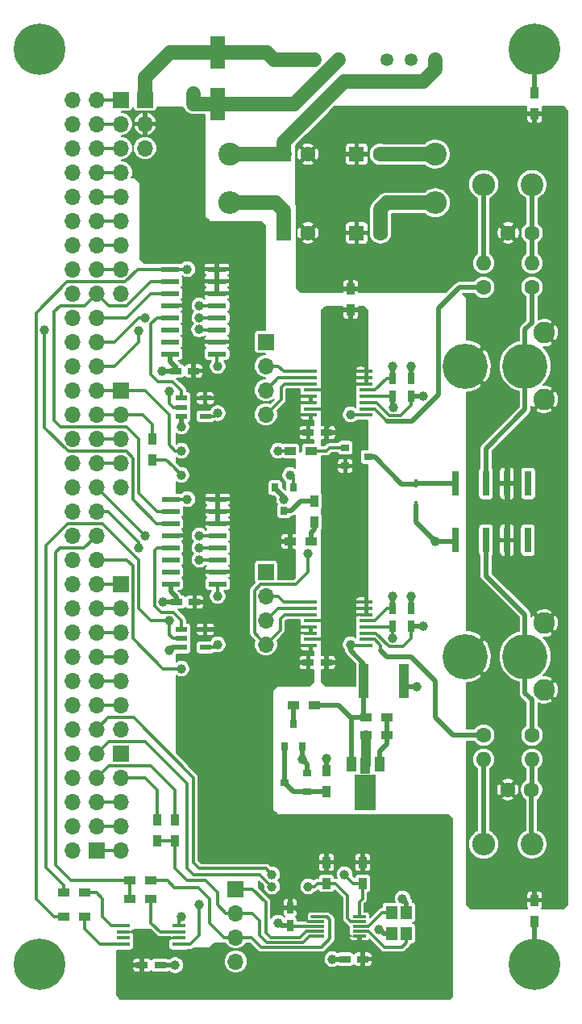
<source format=gtl>
G04 #@! TF.GenerationSoftware,KiCad,Pcbnew,(5.1.4)-1*
G04 #@! TF.CreationDate,2020-04-29T01:37:44+09:00*
G04 #@! TF.ProjectId,xSSdAUGHTER-JK,78535364-4155-4474-9854-45522d4a4b2e,rev?*
G04 #@! TF.SameCoordinates,Original*
G04 #@! TF.FileFunction,Copper,L1,Top*
G04 #@! TF.FilePolarity,Positive*
%FSLAX46Y46*%
G04 Gerber Fmt 4.6, Leading zero omitted, Abs format (unit mm)*
G04 Created by KiCad (PCBNEW (5.1.4)-1) date 2020-04-29 01:37:44*
%MOMM*%
%LPD*%
G04 APERTURE LIST*
%ADD10C,0.800000*%
%ADD11C,5.400000*%
%ADD12R,1.981200X0.558800*%
%ADD13R,1.000000X1.500000*%
%ADD14R,1.000000X1.800000*%
%ADD15R,2.200000X3.700000*%
%ADD16R,0.900000X1.200000*%
%ADD17R,1.473200X0.355600*%
%ADD18O,1.700000X1.700000*%
%ADD19R,1.700000X1.700000*%
%ADD20R,1.600000X3.500000*%
%ADD21R,0.750000X1.200000*%
%ADD22R,1.200000X0.750000*%
%ADD23R,1.020000X3.520000*%
%ADD24C,1.600000*%
%ADD25C,2.250000*%
%ADD26C,4.743000*%
%ADD27R,0.900000X0.800000*%
%ADD28R,0.800000X0.900000*%
%ADD29R,1.200000X0.900000*%
%ADD30C,1.349000*%
%ADD31R,1.200000X1.400000*%
%ADD32R,1.400000X0.300000*%
%ADD33O,2.400000X2.400000*%
%ADD34C,2.400000*%
%ADD35O,1.600000X1.600000*%
%ADD36R,1.200000X0.600000*%
%ADD37R,1.600000X1.600000*%
%ADD38R,0.420000X0.870000*%
%ADD39R,0.800000X2.660000*%
%ADD40R,1.475000X0.450000*%
%ADD41C,1.000000*%
%ADD42C,0.300000*%
%ADD43C,0.500000*%
%ADD44C,1.000000*%
%ADD45C,1.500000*%
%ADD46C,0.250000*%
%ADD47C,0.200000*%
G04 APERTURE END LIST*
D10*
X71631891Y-140108109D03*
X70200000Y-139515000D03*
X68768109Y-140108109D03*
X68175000Y-141540000D03*
X68768109Y-142971891D03*
X70200000Y-143565000D03*
X71631891Y-142971891D03*
X72225000Y-141540000D03*
D11*
X70200000Y-141540000D03*
D12*
X83972400Y-92710000D03*
X83972400Y-93980000D03*
X83972400Y-95250000D03*
X83972400Y-96520000D03*
X83972400Y-97790000D03*
X83972400Y-99060000D03*
X83972400Y-100330000D03*
X83972400Y-101600000D03*
X88900000Y-101600000D03*
X88900000Y-100330000D03*
X88900000Y-99060000D03*
X88900000Y-97790000D03*
X88900000Y-96520000D03*
X88900000Y-95250000D03*
X88900000Y-93980000D03*
X88900000Y-92710000D03*
X88823800Y-68580000D03*
X88823800Y-69850000D03*
X88823800Y-71120000D03*
X88823800Y-72390000D03*
X88823800Y-73660000D03*
X88823800Y-74930000D03*
X88823800Y-76200000D03*
X88823800Y-77470000D03*
X83896200Y-77470000D03*
X83896200Y-76200000D03*
X83896200Y-74930000D03*
X83896200Y-73660000D03*
X83896200Y-72390000D03*
X83896200Y-71120000D03*
X83896200Y-69850000D03*
X83896200Y-68580000D03*
D13*
X105918000Y-120544000D03*
D14*
X104418000Y-120694000D03*
D13*
X102918000Y-120544000D03*
D15*
X104418000Y-123444000D03*
D16*
X100330000Y-123358000D03*
X100330000Y-121158000D03*
D17*
X104521000Y-83881000D03*
X104521000Y-83220600D03*
X104521000Y-82560200D03*
X104521000Y-81925200D03*
X104521000Y-81264800D03*
X104521000Y-80629800D03*
X104521000Y-79969400D03*
X104521000Y-79309000D03*
X98679000Y-79309000D03*
X98679000Y-79969400D03*
X98679000Y-80629800D03*
X98679000Y-81264800D03*
X98679000Y-81925200D03*
X98679000Y-82560200D03*
X98679000Y-83220600D03*
X98679000Y-83881000D03*
D18*
X90805000Y-141224000D03*
X90805000Y-138684000D03*
X90805000Y-136144000D03*
D19*
X90805000Y-133604000D03*
D18*
X78740000Y-129540000D03*
X78740000Y-127000000D03*
X78740000Y-124460000D03*
X78740000Y-121920000D03*
D19*
X78740000Y-119380000D03*
D18*
X73660000Y-50800000D03*
X76200000Y-50800000D03*
X73660000Y-53340000D03*
X76200000Y-53340000D03*
X73660000Y-55880000D03*
X76200000Y-55880000D03*
X73660000Y-58420000D03*
X76200000Y-58420000D03*
X73660000Y-60960000D03*
X76200000Y-60960000D03*
X73660000Y-63500000D03*
X76200000Y-63500000D03*
X73660000Y-66040000D03*
X76200000Y-66040000D03*
X73660000Y-68580000D03*
X76200000Y-68580000D03*
X73660000Y-71120000D03*
X76200000Y-71120000D03*
X73660000Y-73660000D03*
X76200000Y-73660000D03*
X73660000Y-76200000D03*
X76200000Y-76200000D03*
X73660000Y-78740000D03*
X76200000Y-78740000D03*
X73660000Y-81280000D03*
X76200000Y-81280000D03*
X73660000Y-83820000D03*
X76200000Y-83820000D03*
X73660000Y-86360000D03*
X76200000Y-86360000D03*
X73660000Y-88900000D03*
X76200000Y-88900000D03*
X73660000Y-91440000D03*
X76200000Y-91440000D03*
X73660000Y-93980000D03*
X76200000Y-93980000D03*
X73660000Y-96520000D03*
X76200000Y-96520000D03*
X73660000Y-99060000D03*
X76200000Y-99060000D03*
X73660000Y-101600000D03*
X76200000Y-101600000D03*
X73660000Y-104140000D03*
X76200000Y-104140000D03*
X73660000Y-106680000D03*
X76200000Y-106680000D03*
X73660000Y-109220000D03*
X76200000Y-109220000D03*
X73660000Y-111760000D03*
X76200000Y-111760000D03*
X73660000Y-114300000D03*
X76200000Y-114300000D03*
X73660000Y-116840000D03*
X76200000Y-116840000D03*
X73660000Y-119380000D03*
X76200000Y-119380000D03*
X73660000Y-121920000D03*
X76200000Y-121920000D03*
X73660000Y-124460000D03*
X76200000Y-124460000D03*
X73660000Y-127000000D03*
X76200000Y-127000000D03*
X73660000Y-129540000D03*
D19*
X76200000Y-129540000D03*
D18*
X93980000Y-83820000D03*
X93980000Y-81280000D03*
X93980000Y-78740000D03*
D19*
X93980000Y-76200000D03*
D20*
X88900000Y-51240000D03*
X88900000Y-45840000D03*
D21*
X96520000Y-137475000D03*
X96520000Y-135575000D03*
D22*
X104140000Y-140970000D03*
X102240000Y-140970000D03*
D23*
X104258000Y-111760000D03*
X108458000Y-111760000D03*
D22*
X100325000Y-109855000D03*
X98425000Y-109855000D03*
X98425000Y-85725000D03*
X100325000Y-85725000D03*
D21*
X109220000Y-106045000D03*
X109220000Y-104145000D03*
X109220000Y-81915000D03*
X109220000Y-80015000D03*
X107315000Y-104145000D03*
X107315000Y-106045000D03*
X107315000Y-80015000D03*
X107315000Y-81915000D03*
D24*
X119380000Y-123190000D03*
X121880000Y-123190000D03*
X121920000Y-64770000D03*
X119420000Y-64770000D03*
D17*
X98679000Y-108077000D03*
X98679000Y-107416600D03*
X98679000Y-106756200D03*
X98679000Y-106121200D03*
X98679000Y-105460800D03*
X98679000Y-104825800D03*
X98679000Y-104165400D03*
X98679000Y-103505000D03*
X104521000Y-103505000D03*
X104521000Y-104165400D03*
X104521000Y-104825800D03*
X104521000Y-105460800D03*
X104521000Y-106121200D03*
X104521000Y-106756200D03*
X104521000Y-107416600D03*
X104521000Y-108077000D03*
D25*
X123200000Y-105720000D03*
X123200000Y-112720000D03*
D26*
X114900000Y-109220000D03*
X121200000Y-109220000D03*
X121200000Y-78740000D03*
X114900000Y-78740000D03*
D25*
X123200000Y-82240000D03*
X123200000Y-75240000D03*
D18*
X81280000Y-55880000D03*
X81280000Y-53340000D03*
D19*
X81280000Y-50800000D03*
D27*
X95898000Y-122428000D03*
X98298000Y-121478000D03*
X98298000Y-123378000D03*
D28*
X95890000Y-118675000D03*
X97790000Y-118675000D03*
X96840000Y-116275000D03*
D16*
X84455000Y-128565000D03*
X84455000Y-126365000D03*
D29*
X79715000Y-134620000D03*
X81915000Y-134620000D03*
D16*
X82550000Y-128565000D03*
X82550000Y-126365000D03*
D29*
X74930000Y-136525000D03*
X72730000Y-136525000D03*
X72730000Y-133985000D03*
X74930000Y-133985000D03*
D16*
X100330000Y-130810000D03*
X100330000Y-133010000D03*
X104140000Y-133010000D03*
X104140000Y-130810000D03*
D29*
X99060000Y-114300000D03*
X96860000Y-114300000D03*
X104480000Y-115570000D03*
X106680000Y-115570000D03*
X104480000Y-117475000D03*
X106680000Y-117475000D03*
X98720000Y-87630000D03*
X96520000Y-87630000D03*
D30*
X99060000Y-46610000D03*
X101600000Y-46610000D03*
X106680000Y-46610000D03*
X109220000Y-46610000D03*
X111760000Y-46610000D03*
D31*
X108750000Y-138260000D03*
X108750000Y-136060000D03*
X107150000Y-136060000D03*
X107150000Y-138260000D03*
D32*
X103800000Y-138525000D03*
X103800000Y-138025000D03*
X103800000Y-137525000D03*
X103800000Y-137025000D03*
X103800000Y-136525000D03*
X99400000Y-136525000D03*
X99400000Y-137025000D03*
X99400000Y-137525000D03*
X99400000Y-138025000D03*
X99400000Y-138525000D03*
D33*
X90170000Y-61595000D03*
D34*
X90170000Y-56515000D03*
D33*
X111760000Y-61595000D03*
D34*
X111760000Y-56515000D03*
X121920000Y-59690000D03*
D33*
X116840000Y-59690000D03*
D34*
X121920000Y-128905000D03*
D33*
X116840000Y-128905000D03*
D24*
X116840000Y-70485000D03*
D35*
X116840000Y-67945000D03*
D24*
X116840000Y-117475000D03*
D35*
X116840000Y-120015000D03*
X121920000Y-67945000D03*
D24*
X121920000Y-70485000D03*
D35*
X121920000Y-120015000D03*
D24*
X121920000Y-117475000D03*
D27*
X104705000Y-88265000D03*
X102305000Y-89215000D03*
X102305000Y-87315000D03*
D11*
X70200000Y-45540000D03*
D10*
X72225000Y-45540000D03*
X71631891Y-46971891D03*
X70200000Y-47565000D03*
X68768109Y-46971891D03*
X68175000Y-45540000D03*
X68768109Y-44108109D03*
X70200000Y-43515000D03*
X71631891Y-44108109D03*
D11*
X122200000Y-45540000D03*
D10*
X124225000Y-45540000D03*
X123631891Y-46971891D03*
X122200000Y-47565000D03*
X120768109Y-46971891D03*
X120175000Y-45540000D03*
X120768109Y-44108109D03*
X122200000Y-43515000D03*
X123631891Y-44108109D03*
X123631891Y-140108109D03*
X122200000Y-139515000D03*
X120768109Y-140108109D03*
X120175000Y-141540000D03*
X120768109Y-142971891D03*
X122200000Y-143565000D03*
X123631891Y-142971891D03*
X124225000Y-141540000D03*
D11*
X122200000Y-141540000D03*
D16*
X122200000Y-50065000D03*
X122200000Y-52265000D03*
X122200000Y-134790000D03*
X122200000Y-136990000D03*
X99060000Y-95080000D03*
X99060000Y-92880000D03*
D28*
X95885000Y-93910000D03*
X94935000Y-91510000D03*
X96835000Y-91510000D03*
D16*
X82042000Y-86360000D03*
X82042000Y-88560000D03*
D29*
X96520000Y-97155000D03*
X98720000Y-97155000D03*
D18*
X78740000Y-91440000D03*
X78740000Y-88900000D03*
X78740000Y-86360000D03*
X78740000Y-83820000D03*
D19*
X78740000Y-81280000D03*
D16*
X102870000Y-72855000D03*
X102870000Y-70655000D03*
D18*
X93980000Y-107950000D03*
X93980000Y-105410000D03*
X93980000Y-102870000D03*
D19*
X93980000Y-100330000D03*
D36*
X87610000Y-82108000D03*
X87610000Y-84008000D03*
X85110000Y-84008000D03*
X85110000Y-83058000D03*
X85110000Y-82108000D03*
X85110000Y-106365000D03*
X85110000Y-107315000D03*
X85110000Y-108265000D03*
X87610000Y-108265000D03*
X87610000Y-106365000D03*
D37*
X95885000Y-56515000D03*
D24*
X98385000Y-56515000D03*
X106005000Y-56515000D03*
D37*
X103505000Y-56515000D03*
D24*
X98385000Y-64770000D03*
D37*
X95885000Y-64770000D03*
X103505000Y-64770000D03*
D24*
X106005000Y-64770000D03*
D38*
X109728000Y-93327000D03*
X109728000Y-91077000D03*
D39*
X113894000Y-96999000D03*
X117094000Y-96999000D03*
X119294000Y-96999000D03*
X121494000Y-96999000D03*
X121514000Y-91059000D03*
X119294000Y-91059000D03*
X117094000Y-91059000D03*
X113894000Y-91059000D03*
D22*
X84460000Y-79248000D03*
X86360000Y-79248000D03*
X86482000Y-103505000D03*
X84582000Y-103505000D03*
X82865000Y-141605000D03*
X80965000Y-141605000D03*
D40*
X84853000Y-139405000D03*
X84853000Y-138755000D03*
X84853000Y-138105000D03*
X84853000Y-137455000D03*
X78977000Y-137455000D03*
X78977000Y-138105000D03*
X78977000Y-138755000D03*
X78977000Y-139405000D03*
D29*
X79715000Y-132715000D03*
X81915000Y-132715000D03*
D18*
X78740000Y-116840000D03*
X78740000Y-114300000D03*
X78740000Y-111760000D03*
X78740000Y-109220000D03*
X78740000Y-106680000D03*
X78740000Y-104140000D03*
D19*
X78740000Y-101600000D03*
D18*
X78740000Y-71120000D03*
X78740000Y-68580000D03*
X78740000Y-66040000D03*
X78740000Y-63500000D03*
X78740000Y-60960000D03*
X78740000Y-58420000D03*
X78740000Y-55880000D03*
X78740000Y-53340000D03*
D19*
X78740000Y-50800000D03*
D41*
X101600000Y-83185000D03*
X101600000Y-81280000D03*
X101600000Y-107315000D03*
X101600000Y-105410000D03*
X105820041Y-137892959D03*
X108331000Y-134620000D03*
X86360000Y-51240000D03*
X86360000Y-50165000D03*
X101600000Y-79375000D03*
X83820000Y-108585000D03*
X101600000Y-103378000D03*
X83185000Y-103505000D03*
X83058000Y-79248000D03*
X100965000Y-140970000D03*
X95250000Y-137160000D03*
X85090008Y-136524968D03*
X95885000Y-92709994D03*
X85090000Y-85090000D03*
X84455000Y-141605000D03*
X111759990Y-97155000D03*
X107315000Y-78740000D03*
X109220000Y-78740000D03*
X119380000Y-87503000D03*
X119380000Y-100203000D03*
X116205000Y-134620000D03*
X109855000Y-112395000D03*
X124460000Y-134620000D03*
X116205000Y-53340000D03*
X124460000Y-53340000D03*
X107315000Y-102870000D03*
X109220000Y-102870000D03*
X119380000Y-93980000D03*
X104480000Y-119040000D03*
X100329992Y-119945011D03*
X107315000Y-107315000D03*
X107319451Y-83084990D03*
X97790000Y-120015000D03*
X110490000Y-106045000D03*
X110489994Y-81915000D03*
X102870000Y-83820000D03*
X102870000Y-107950000D03*
X85725000Y-68580000D03*
X86995000Y-72390000D03*
X83820000Y-81407000D03*
X86995000Y-73660000D03*
X81279998Y-73660000D03*
X85725000Y-92710000D03*
X86995000Y-96520000D03*
X83820000Y-105410000D03*
X86965452Y-74900452D03*
X80645000Y-75010009D03*
X98425000Y-98425000D03*
X85090000Y-110490000D03*
X86995000Y-97790000D03*
X81280000Y-96519988D03*
X86995000Y-99060000D03*
X80647111Y-97790000D03*
X70700010Y-74930000D03*
X102235000Y-132080000D03*
X94615000Y-132080000D03*
X94615000Y-133350000D03*
X98425000Y-133350000D03*
X85090000Y-90170000D03*
X96519990Y-90170000D03*
X85090000Y-87630000D03*
X95249994Y-87630000D03*
X88900000Y-83693000D03*
X88900000Y-107950000D03*
X88900000Y-78740000D03*
X88900000Y-102870000D03*
X86995000Y-135255000D03*
D42*
X101564400Y-83220600D02*
X101600000Y-83185000D01*
X98679000Y-83220600D02*
X101564400Y-83220600D01*
X101584800Y-81264800D02*
X101600000Y-81280000D01*
X98679000Y-81264800D02*
X101584800Y-81264800D01*
X101498400Y-107416600D02*
X98679000Y-107416600D01*
X101549200Y-105460800D02*
X101600000Y-105410000D01*
X98679000Y-105460800D02*
X101549200Y-105460800D01*
X101600000Y-107315000D02*
X101498400Y-107416600D01*
D43*
X100325000Y-85725000D02*
X100325000Y-85095000D01*
X100325000Y-85095000D02*
X101600000Y-83820000D01*
X101600000Y-83820000D02*
X101600000Y-83185000D01*
D44*
X101600000Y-79375000D02*
X101600000Y-81280000D01*
X101600000Y-81280000D02*
X101600000Y-83185000D01*
D42*
X96570000Y-137525000D02*
X96520000Y-137475000D01*
X99400000Y-137525000D02*
X96570000Y-137525000D01*
D43*
X107150000Y-138260000D02*
X106383000Y-138260000D01*
X106383000Y-138260000D02*
X106015959Y-137892959D01*
X106015959Y-137892959D02*
X105820041Y-137892959D01*
X108750000Y-136060000D02*
X108750000Y-135039000D01*
X108750000Y-135039000D02*
X108331000Y-134620000D01*
D42*
X70485000Y-140335000D02*
X69850000Y-139700000D01*
X103012200Y-80629800D02*
X102250200Y-80629800D01*
X101666000Y-79309000D02*
X101600000Y-79375000D01*
X104521000Y-79309000D02*
X101666000Y-79309000D01*
X102194400Y-79969400D02*
X101600000Y-79375000D01*
X104521000Y-79969400D02*
X102194400Y-79969400D01*
X102250200Y-80629800D02*
X101600000Y-81280000D01*
X104521000Y-80629800D02*
X102250200Y-80629800D01*
D45*
X86360000Y-51240000D02*
X88900000Y-51240000D01*
X86360000Y-51240000D02*
X86360000Y-50165000D01*
X96970000Y-51240000D02*
X88900000Y-51240000D01*
X101600000Y-46610000D02*
X96970000Y-51240000D01*
D42*
X83820000Y-77546200D02*
X83896200Y-77470000D01*
D43*
X85110000Y-108265000D02*
X84140000Y-108265000D01*
X84140000Y-108265000D02*
X83820000Y-108585000D01*
X84460000Y-79248000D02*
X84460000Y-78745000D01*
X83896200Y-78249400D02*
X83896200Y-77470000D01*
X84391800Y-78745000D02*
X83896200Y-78249400D01*
X84460000Y-78745000D02*
X84391800Y-78745000D01*
X84460000Y-79248000D02*
X83058000Y-79248000D01*
X84582000Y-102997000D02*
X84582000Y-103505000D01*
X83972400Y-101600000D02*
X83972400Y-102387400D01*
X83972400Y-102387400D02*
X84582000Y-102997000D01*
X84582000Y-103505000D02*
X83185000Y-103505000D01*
X102240000Y-140970000D02*
X100965000Y-140970000D01*
X95565000Y-137475000D02*
X95250000Y-137160000D01*
X96520000Y-137475000D02*
X95565000Y-137475000D01*
D42*
X84853000Y-136761976D02*
X85090008Y-136524968D01*
X84853000Y-137455000D02*
X84853000Y-136761976D01*
D43*
X94935000Y-91510000D02*
X94935000Y-91560000D01*
X95885000Y-92510000D02*
X95885000Y-92709994D01*
X94935000Y-91560000D02*
X95885000Y-92510000D01*
X85110000Y-84008000D02*
X85110000Y-85070000D01*
X85110000Y-85070000D02*
X85090000Y-85090000D01*
X82865000Y-141605000D02*
X84455000Y-141605000D01*
D45*
X81280000Y-50800000D02*
X81280000Y-48450000D01*
X83890000Y-45840000D02*
X88900000Y-45840000D01*
X81280000Y-48450000D02*
X83890000Y-45840000D01*
X99060000Y-46610000D02*
X94870000Y-46610000D01*
X94100000Y-45840000D02*
X88900000Y-45840000D01*
X94870000Y-46610000D02*
X94100000Y-45840000D01*
D43*
X109728000Y-93327000D02*
X109728000Y-95123010D01*
X109728000Y-95123010D02*
X111259991Y-96655001D01*
X111259991Y-96655001D02*
X111759990Y-97155000D01*
X113738000Y-97155000D02*
X113894000Y-96999000D01*
X111759990Y-97155000D02*
X113738000Y-97155000D01*
D42*
X103800000Y-138525000D02*
X103800000Y-139360000D01*
X104140000Y-139700000D02*
X104140000Y-140970000D01*
X103800000Y-139360000D02*
X104140000Y-139700000D01*
X98400000Y-137025000D02*
X97028000Y-135636000D01*
X99400000Y-137025000D02*
X98400000Y-137025000D01*
X96581000Y-135636000D02*
X96520000Y-135575000D01*
X97028000Y-135636000D02*
X96581000Y-135636000D01*
X104521000Y-81264800D02*
X105394800Y-81264800D01*
X105394800Y-81264800D02*
X106649600Y-80010000D01*
X107310000Y-80010000D02*
X107315000Y-80015000D01*
X106649600Y-80010000D02*
X107310000Y-80010000D01*
X107248798Y-104211202D02*
X107315000Y-104145000D01*
X106680000Y-104211202D02*
X107248798Y-104211202D01*
X104521000Y-105460800D02*
X105430402Y-105460800D01*
X105430402Y-105460800D02*
X106680000Y-104211202D01*
D43*
X119380000Y-91478002D02*
X119380000Y-87503000D01*
X119380000Y-92088000D02*
X119380000Y-91478002D01*
X119300000Y-91078000D02*
X119300000Y-92008000D01*
X119300000Y-92008000D02*
X119380000Y-92088000D01*
X119380000Y-90677998D02*
X119380000Y-93853000D01*
X119300000Y-97018000D02*
X119300000Y-90757998D01*
X119300000Y-90757998D02*
X119380000Y-90677998D01*
X107315000Y-104145000D02*
X107315000Y-102870000D01*
X109220000Y-104145000D02*
X109220000Y-102870000D01*
X107315000Y-78740000D02*
X107315000Y-80015000D01*
X109220000Y-78740000D02*
X109220000Y-80015000D01*
X119380000Y-93853000D02*
X119380000Y-100203000D01*
X108585000Y-112395000D02*
X109855000Y-112395000D01*
D44*
X104480000Y-120632000D02*
X104418000Y-120694000D01*
X104480000Y-117475000D02*
X104480000Y-119040000D01*
X104480000Y-119040000D02*
X104480000Y-120632000D01*
D43*
X100330000Y-121158000D02*
X100330000Y-119945019D01*
X100330000Y-119945019D02*
X100329992Y-119945011D01*
D45*
X95925000Y-56515000D02*
X90170000Y-56515000D01*
X111760000Y-47625000D02*
X111760000Y-46610000D01*
X110490000Y-48895000D02*
X111760000Y-47625000D01*
X102235000Y-48895000D02*
X110490000Y-48895000D01*
X95885000Y-56515000D02*
X95885000Y-55245000D01*
X95885000Y-55245000D02*
X102235000Y-48895000D01*
X111760000Y-56515000D02*
X106045000Y-56515000D01*
D42*
X104531200Y-81915000D02*
X104521000Y-81925200D01*
X107315000Y-81915000D02*
X104531200Y-81915000D01*
X107238800Y-106121200D02*
X107315000Y-106045000D01*
X104521000Y-106121200D02*
X107238800Y-106121200D01*
X107315000Y-107315000D02*
X107315000Y-106045000D01*
D45*
X95885000Y-62470000D02*
X95885000Y-64770000D01*
X95010000Y-61595000D02*
X95885000Y-62470000D01*
X90170000Y-61595000D02*
X95010000Y-61595000D01*
D43*
X107315000Y-83080539D02*
X107319451Y-83084990D01*
X107315000Y-81915000D02*
X107315000Y-83080539D01*
X97790000Y-118675000D02*
X97790000Y-120015000D01*
X98298000Y-120523000D02*
X97790000Y-120015000D01*
X98298000Y-121478000D02*
X98298000Y-120523000D01*
X109220000Y-106045000D02*
X110490000Y-106045000D01*
D42*
X109220000Y-82815000D02*
X109220000Y-81915000D01*
X105557600Y-82560200D02*
X106932400Y-83935000D01*
X104521000Y-82560200D02*
X105557600Y-82560200D01*
X108100000Y-83935000D02*
X109220000Y-82815000D01*
X106932400Y-83935000D02*
X108100000Y-83935000D01*
X109220000Y-107315000D02*
X109220000Y-106045000D01*
X108369999Y-108165001D02*
X109220000Y-107315000D01*
X106906999Y-108165001D02*
X108369999Y-108165001D01*
X104521000Y-106756200D02*
X105498198Y-106756200D01*
X105498198Y-106756200D02*
X106906999Y-108165001D01*
D45*
X111760000Y-61595000D02*
X106680000Y-61595000D01*
X106005000Y-62270000D02*
X106005000Y-64770000D01*
X106680000Y-61595000D02*
X106005000Y-62270000D01*
D43*
X109220000Y-81915000D02*
X110489994Y-81915000D01*
D42*
X104521000Y-83881000D02*
X102931000Y-83881000D01*
X102931000Y-83881000D02*
X102870000Y-83820000D01*
X102997000Y-108077000D02*
X102870000Y-107950000D01*
X104521000Y-108077000D02*
X102997000Y-108077000D01*
D43*
X102870000Y-120496000D02*
X102918000Y-120544000D01*
X104258000Y-109973000D02*
X104258000Y-111760000D01*
X102870000Y-107950000D02*
X102870000Y-108585000D01*
X102870000Y-108585000D02*
X104258000Y-109973000D01*
X104258000Y-115348000D02*
X104480000Y-115570000D01*
X104258000Y-111760000D02*
X104258000Y-115348000D01*
X102918000Y-120544000D02*
X102918000Y-115680500D01*
X104480000Y-115570000D02*
X102870000Y-115570000D01*
X102870000Y-115570000D02*
X101600000Y-114300000D01*
X101600000Y-114300000D02*
X99060000Y-114300000D01*
X121920000Y-59690000D02*
X121920000Y-64770000D01*
X121920000Y-64770000D02*
X121920000Y-67945000D01*
X121920000Y-123150000D02*
X121880000Y-123190000D01*
X121920000Y-120015000D02*
X121920000Y-123150000D01*
X121880000Y-128865000D02*
X121920000Y-128905000D01*
X121880000Y-123190000D02*
X121880000Y-128865000D01*
X98720000Y-96205000D02*
X99040000Y-95885000D01*
X98720000Y-97155000D02*
X98720000Y-96205000D01*
X99040000Y-95100000D02*
X99060000Y-95080000D01*
X99040000Y-95885000D02*
X99040000Y-95100000D01*
D42*
X83896200Y-68580000D02*
X85725000Y-68580000D01*
X88823800Y-72390000D02*
X86995000Y-72390000D01*
X83820000Y-82114106D02*
X83820000Y-81407000D01*
X83820000Y-82668000D02*
X83820000Y-82114106D01*
X84210000Y-83058000D02*
X83820000Y-82668000D01*
X85110000Y-83058000D02*
X84210000Y-83058000D01*
X80516002Y-68580000D02*
X79176003Y-69919999D01*
X83896200Y-68580000D02*
X80516002Y-68580000D01*
X71755000Y-136525000D02*
X72730000Y-136525000D01*
X79176003Y-69919999D02*
X73083999Y-69919999D01*
X73083999Y-69919999D02*
X69850000Y-73153998D01*
X69850000Y-73153998D02*
X69850000Y-134620000D01*
X69850000Y-134620000D02*
X71755000Y-136525000D01*
X88823800Y-73660000D02*
X86995000Y-73660000D01*
X76200000Y-76200000D02*
X78032892Y-76200000D01*
X80572892Y-73660000D02*
X81279998Y-73660000D01*
X78032892Y-76200000D02*
X80572892Y-73660000D01*
X83972400Y-92710000D02*
X85725000Y-92710000D01*
X86995000Y-96520000D02*
X88900000Y-96520000D01*
X83820000Y-106117106D02*
X83820000Y-105410000D01*
X83820000Y-106925000D02*
X83820000Y-106117106D01*
X84210000Y-107315000D02*
X83820000Y-106925000D01*
X85110000Y-107315000D02*
X84210000Y-107315000D01*
X72730000Y-133235000D02*
X72730000Y-133985000D01*
X70866000Y-97537998D02*
X70866000Y-131371000D01*
X81915000Y-105410000D02*
X80645000Y-104140000D01*
X83820000Y-105410000D02*
X81915000Y-105410000D01*
X80645000Y-104140000D02*
X80645000Y-99060000D01*
X80645000Y-99060000D02*
X76835000Y-95250000D01*
X76835000Y-95250000D02*
X73153998Y-95250000D01*
X70866000Y-131371000D02*
X72730000Y-133235000D01*
X73153998Y-95250000D02*
X70866000Y-97537998D01*
X88823800Y-74930000D02*
X86995000Y-74930000D01*
X86995000Y-74930000D02*
X86965452Y-74900452D01*
X80645000Y-76200000D02*
X80645000Y-75010009D01*
X76200000Y-78740000D02*
X78105000Y-78740000D01*
X78105000Y-78740000D02*
X80645000Y-76200000D01*
X95567500Y-82232500D02*
X93980000Y-83820000D01*
X95567500Y-80962500D02*
X95567500Y-82232500D01*
X98679000Y-80629800D02*
X95900200Y-80629800D01*
X95900200Y-80629800D02*
X95567500Y-80962500D01*
X95504000Y-106426000D02*
X93980000Y-107950000D01*
X95504000Y-105257600D02*
X95504000Y-106426000D01*
X98679000Y-104825800D02*
X95935800Y-104825800D01*
X95935800Y-104825800D02*
X95504000Y-105257600D01*
X98425000Y-98425000D02*
X98425000Y-100330000D01*
X93130001Y-107100001D02*
X93980000Y-107950000D01*
X92779999Y-106749999D02*
X93130001Y-107100001D01*
X92779999Y-102293999D02*
X92779999Y-106749999D01*
X93403999Y-101669999D02*
X92779999Y-102293999D01*
X97085001Y-101669999D02*
X93403999Y-101669999D01*
X98425000Y-100330000D02*
X97085001Y-101669999D01*
X80010000Y-107315000D02*
X83185000Y-110490000D01*
X80010000Y-99695000D02*
X80010000Y-107315000D01*
X79375000Y-99060000D02*
X80010000Y-99695000D01*
X76200000Y-99060000D02*
X79375000Y-99060000D01*
X83185000Y-110490000D02*
X85090000Y-110490000D01*
X104521000Y-83220600D02*
X105373480Y-83220600D01*
X105373480Y-83220600D02*
X106687891Y-84535011D01*
D43*
X114300000Y-70485000D02*
X116840000Y-70485000D01*
X112078499Y-72706501D02*
X114300000Y-70485000D01*
X112078499Y-81732503D02*
X112078499Y-72706501D01*
X109275991Y-84535011D02*
X112078499Y-81732503D01*
X106687891Y-84535011D02*
X109275991Y-84535011D01*
D42*
X106045000Y-108056598D02*
X106045000Y-108585000D01*
X105405002Y-107416600D02*
X106045000Y-108056598D01*
X104521000Y-107416600D02*
X105405002Y-107416600D01*
D43*
X113665000Y-117475000D02*
X116840000Y-117475000D01*
X111760000Y-115570000D02*
X113665000Y-117475000D01*
X111760000Y-111760000D02*
X111760000Y-115570000D01*
X109220000Y-109220000D02*
X111760000Y-111760000D01*
X106045000Y-108585000D02*
X106680000Y-109220000D01*
X106680000Y-109220000D02*
X109220000Y-109220000D01*
D42*
X88900000Y-97790000D02*
X89611200Y-97790000D01*
X89611200Y-97790000D02*
X86995000Y-97790000D01*
X76200000Y-91440000D02*
X81279988Y-96519988D01*
X81279988Y-96519988D02*
X81280000Y-96519988D01*
X88900000Y-99060000D02*
X86995000Y-99060000D01*
X80647111Y-97225029D02*
X80647111Y-97790000D01*
X76200000Y-93980000D02*
X77402082Y-93980000D01*
X77402082Y-93980000D02*
X80647111Y-97225029D01*
X77049999Y-121070001D02*
X76200000Y-121920000D01*
X77470000Y-120650000D02*
X77049999Y-121070001D01*
X81896970Y-120650000D02*
X77470000Y-120650000D01*
X84455000Y-126365000D02*
X84455000Y-123208030D01*
X84455000Y-123208030D02*
X81896970Y-120650000D01*
X78740000Y-129540000D02*
X76200000Y-129540000D01*
X81280000Y-121920000D02*
X78740000Y-121920000D01*
X82550000Y-126365000D02*
X82550000Y-123190000D01*
X82550000Y-123190000D02*
X81280000Y-121920000D01*
D43*
X121200000Y-75386193D02*
X121200000Y-78740000D01*
X121200000Y-74908998D02*
X121200000Y-75386193D01*
X121920000Y-74188998D02*
X121200000Y-74908998D01*
X121920000Y-71120000D02*
X121920000Y-74188998D01*
X121200000Y-83270000D02*
X121200000Y-78740000D01*
X117100000Y-91078000D02*
X117100000Y-87370000D01*
X117100000Y-87370000D02*
X121200000Y-83270000D01*
X121200000Y-109220000D02*
X121200000Y-104860000D01*
X121200000Y-104860000D02*
X117100000Y-100760000D01*
X121200000Y-112573807D02*
X121200000Y-109220000D01*
X121200000Y-113051002D02*
X121200000Y-112573807D01*
X121920000Y-113771002D02*
X121200000Y-113051002D01*
X121920000Y-116840000D02*
X121920000Y-113771002D01*
X117100000Y-100760000D02*
X117100000Y-97018000D01*
X95890000Y-122420000D02*
X95898000Y-122428000D01*
X96848000Y-123378000D02*
X95898000Y-122428000D01*
X98298000Y-123378000D02*
X96848000Y-123378000D01*
X98318000Y-123358000D02*
X98298000Y-123378000D01*
X100330000Y-123358000D02*
X98318000Y-123358000D01*
X95890000Y-118675000D02*
X95898000Y-122428000D01*
D42*
X100330000Y-87630000D02*
X98720000Y-87630000D01*
X102305000Y-87315000D02*
X100645000Y-87315000D01*
X100645000Y-87315000D02*
X100330000Y-87630000D01*
D43*
X106680000Y-118425000D02*
X105918000Y-119187000D01*
X106680000Y-117475000D02*
X106680000Y-118425000D01*
X105918000Y-119187000D02*
X105918000Y-120544000D01*
X106680000Y-115570000D02*
X106680000Y-117475000D01*
D42*
X104750000Y-138025000D02*
X103800000Y-138025000D01*
X106425000Y-139700000D02*
X104750000Y-138025000D01*
X108260000Y-139700000D02*
X106425000Y-139700000D01*
X108750000Y-139210000D02*
X108260000Y-139700000D01*
X108750000Y-138260000D02*
X108750000Y-139210000D01*
X106215000Y-136060000D02*
X107150000Y-136060000D01*
X103800000Y-137525000D02*
X104750000Y-137525000D01*
X104750000Y-137525000D02*
X106215000Y-136060000D01*
D43*
X96860000Y-116255000D02*
X96840000Y-116275000D01*
X96860000Y-114300000D02*
X96860000Y-116255000D01*
D42*
X76200000Y-124460000D02*
X78740000Y-124460000D01*
X76200000Y-127000000D02*
X78740000Y-127000000D01*
X90551000Y-138938000D02*
X90805000Y-138684000D01*
X99400000Y-136525000D02*
X98850000Y-136525000D01*
X92456000Y-138684000D02*
X90805000Y-138684000D01*
X100400000Y-136525000D02*
X100711000Y-136836000D01*
X100711000Y-136836000D02*
X100711000Y-138811000D01*
X100711000Y-138811000D02*
X99822000Y-139700000D01*
X99822000Y-139700000D02*
X93472000Y-139700000D01*
X99400000Y-136525000D02*
X100400000Y-136525000D01*
X93472000Y-139700000D02*
X92456000Y-138684000D01*
X89602919Y-138684000D02*
X90805000Y-138684000D01*
X81915000Y-132715000D02*
X83633919Y-132715000D01*
X83633919Y-132715000D02*
X84361960Y-133443040D01*
X84361960Y-133443040D02*
X86901960Y-133443040D01*
X86901960Y-133443040D02*
X88078920Y-134620000D01*
X88078920Y-134620000D02*
X88078920Y-137160000D01*
X88078920Y-137160000D02*
X89602919Y-138684000D01*
X90551000Y-136398000D02*
X90805000Y-136144000D01*
X92583000Y-136144000D02*
X90805000Y-136144000D01*
X98584000Y-138525000D02*
X97917000Y-139192000D01*
X99400000Y-138525000D02*
X98584000Y-138525000D01*
X97917000Y-139192000D02*
X94034880Y-139192000D01*
X94034880Y-139192000D02*
X93345000Y-138502120D01*
X93345000Y-138502120D02*
X93345000Y-136906000D01*
X93345000Y-136906000D02*
X92583000Y-136144000D01*
X84455000Y-128565000D02*
X82550000Y-128565000D01*
X89789000Y-136144000D02*
X90805000Y-136144000D01*
X84455000Y-131445000D02*
X85725000Y-132715000D01*
X84455000Y-128565000D02*
X84455000Y-131445000D01*
X87630000Y-132715000D02*
X88900000Y-133985000D01*
X85725000Y-132715000D02*
X87630000Y-132715000D01*
X88900000Y-133985000D02*
X88900000Y-135255000D01*
X88900000Y-135255000D02*
X89789000Y-136144000D01*
X79715000Y-132715000D02*
X79715000Y-134620000D01*
X76835000Y-132715000D02*
X79715000Y-132715000D01*
X74860001Y-97859999D02*
X72320001Y-97859999D01*
X76200000Y-96520000D02*
X74860001Y-97859999D01*
X72320001Y-97859999D02*
X71882000Y-98298000D01*
X71882000Y-98298000D02*
X71882000Y-131064000D01*
X71882000Y-131064000D02*
X73533000Y-132715000D01*
X73533000Y-132715000D02*
X76835000Y-132715000D01*
D43*
X122200000Y-50065000D02*
X122200000Y-45540000D01*
X122200000Y-141540000D02*
X122200000Y-136990000D01*
D42*
X70700010Y-75637106D02*
X70700010Y-74930000D01*
X70700010Y-85176012D02*
X70700010Y-75637106D01*
X82477880Y-95250000D02*
X80010000Y-92782120D01*
X83972400Y-95250000D02*
X82477880Y-95250000D01*
X80010000Y-92782120D02*
X80010000Y-88393998D01*
X80010000Y-88393998D02*
X79316001Y-87699999D01*
X79316001Y-87699999D02*
X73223997Y-87699999D01*
X73223997Y-87699999D02*
X70700010Y-85176012D01*
X81915000Y-71120000D02*
X83896200Y-71120000D01*
X79375000Y-73660000D02*
X81915000Y-71120000D01*
X76200000Y-73660000D02*
X79375000Y-73660000D01*
X104140000Y-133010000D02*
X104140000Y-134620000D01*
X103800000Y-134960000D02*
X103800000Y-136525000D01*
X104140000Y-134620000D02*
X103800000Y-134960000D01*
X104140000Y-133010000D02*
X103165000Y-133010000D01*
X103165000Y-133010000D02*
X102235000Y-132080000D01*
X93980000Y-131445000D02*
X86995000Y-131445000D01*
X94615000Y-132080000D02*
X93980000Y-131445000D01*
X86995000Y-131445000D02*
X86360000Y-130810000D01*
X86360000Y-130810000D02*
X86360000Y-121920000D01*
X77400001Y-115639999D02*
X76200000Y-116840000D01*
X86360000Y-121920000D02*
X80079999Y-115639999D01*
X80079999Y-115639999D02*
X77400001Y-115639999D01*
D46*
X103775001Y-137049999D02*
X103800000Y-137025000D01*
X103394999Y-137049999D02*
X103775001Y-137049999D01*
X103370000Y-137025000D02*
X103394999Y-137049999D01*
D42*
X100330000Y-133010000D02*
X99400000Y-133010000D01*
X99060000Y-133350000D02*
X98425000Y-133350000D01*
X99400000Y-133010000D02*
X99060000Y-133350000D01*
X101260000Y-133010000D02*
X100330000Y-133010000D01*
X102552500Y-134302500D02*
X101260000Y-133010000D01*
X102552500Y-136715500D02*
X102552500Y-134302500D01*
X103370000Y-137025000D02*
X102862000Y-137025000D01*
X102862000Y-137025000D02*
X102552500Y-136715500D01*
X77470000Y-118110000D02*
X76200000Y-119380000D01*
X93345000Y-132080000D02*
X86360000Y-132080000D01*
X94615000Y-133350000D02*
X93345000Y-132080000D01*
X86360000Y-132080000D02*
X85725000Y-131445000D01*
X85725000Y-131445000D02*
X85725000Y-122555000D01*
X85725000Y-122555000D02*
X81280000Y-118110000D01*
X81280000Y-118110000D02*
X77470000Y-118110000D01*
D43*
X105410000Y-88265000D02*
X104705000Y-88265000D01*
X108240000Y-91095000D02*
X105410000Y-88265000D01*
X109855000Y-91095000D02*
X108240000Y-91095000D01*
X113900000Y-91078000D02*
X109872000Y-91078000D01*
X109872000Y-91078000D02*
X109855000Y-91095000D01*
D42*
X84224909Y-89304909D02*
X85090000Y-90170000D01*
X82042000Y-88560000D02*
X83480000Y-88560000D01*
X83480000Y-88560000D02*
X84224909Y-89304909D01*
X96835000Y-91510000D02*
X96835000Y-90485010D01*
X96835000Y-90485010D02*
X96519990Y-90170000D01*
X76200000Y-60960000D02*
X78740000Y-60960000D01*
X76200000Y-63500000D02*
X78740000Y-63500000D01*
X82550000Y-93980000D02*
X83972400Y-93980000D01*
X79375000Y-85090000D02*
X80645000Y-86360000D01*
X74930000Y-72390000D02*
X72390000Y-72390000D01*
X80645000Y-86360000D02*
X80645000Y-92075000D01*
X72390000Y-72390000D02*
X71755000Y-73025000D01*
X80645000Y-92075000D02*
X82550000Y-93980000D01*
X71755000Y-73025000D02*
X71755000Y-84455000D01*
X71755000Y-84455000D02*
X72390000Y-85090000D01*
X72390000Y-85090000D02*
X79375000Y-85090000D01*
X74930000Y-72390000D02*
X76200000Y-71120000D01*
X82605600Y-69850000D02*
X83896200Y-69850000D01*
X81878940Y-69850000D02*
X82605600Y-69850000D01*
X79338940Y-72390000D02*
X81878940Y-69850000D01*
X76200000Y-71120000D02*
X77470000Y-72390000D01*
X77470000Y-72390000D02*
X79338940Y-72390000D01*
X78740000Y-81280000D02*
X76200000Y-81280000D01*
X96520000Y-87630000D02*
X95249994Y-87630000D01*
X84455000Y-87630000D02*
X85090000Y-87630000D01*
X83820000Y-86995000D02*
X84455000Y-87630000D01*
X83820000Y-83820000D02*
X83820000Y-86995000D01*
X78740000Y-81280000D02*
X81280000Y-81280000D01*
X81280000Y-81280000D02*
X83820000Y-83820000D01*
X78740000Y-83820000D02*
X76200000Y-83820000D01*
X82042000Y-84836000D02*
X82042000Y-86360000D01*
X78740000Y-83820000D02*
X81026000Y-83820000D01*
X81026000Y-83820000D02*
X82042000Y-84836000D01*
X78740000Y-86360000D02*
X76200000Y-86360000D01*
X78740000Y-88900000D02*
X76200000Y-88900000D01*
X78740000Y-106680000D02*
X76200000Y-106680000D01*
X78740000Y-109220000D02*
X76200000Y-109220000D01*
X78740000Y-111760000D02*
X76200000Y-111760000D01*
X78740000Y-114300000D02*
X76200000Y-114300000D01*
D43*
X116840000Y-59690000D02*
X116840000Y-67945000D01*
X116840000Y-120015000D02*
X116840000Y-128905000D01*
X97620000Y-92880000D02*
X99060000Y-92880000D01*
X95885000Y-93910000D02*
X96590000Y-93910000D01*
X96590000Y-93910000D02*
X97620000Y-92880000D01*
D42*
X95290600Y-79969400D02*
X93980000Y-81280000D01*
X98679000Y-79969400D02*
X95290600Y-79969400D01*
X87610000Y-84008000D02*
X88585000Y-84008000D01*
X88585000Y-84008000D02*
X88900000Y-83693000D01*
X95224600Y-104165400D02*
X93980000Y-105410000D01*
X98679000Y-104165400D02*
X95224600Y-104165400D01*
X88585000Y-108265000D02*
X88900000Y-107950000D01*
X87610000Y-108265000D02*
X88585000Y-108265000D01*
X98679000Y-79309000D02*
X95819000Y-79309000D01*
X95250000Y-78740000D02*
X93980000Y-78740000D01*
X95819000Y-79309000D02*
X95250000Y-78740000D01*
X88823800Y-78663800D02*
X88900000Y-78740000D01*
X88823800Y-77470000D02*
X88823800Y-78663800D01*
X85110000Y-81300000D02*
X85110000Y-82108000D01*
X82550000Y-73660000D02*
X81915000Y-74295000D01*
X83896200Y-73660000D02*
X82550000Y-73660000D01*
X81915000Y-79629000D02*
X82677000Y-80391000D01*
X81915000Y-74295000D02*
X81915000Y-79629000D01*
X82677000Y-80391000D02*
X84201000Y-80391000D01*
X84201000Y-80391000D02*
X85110000Y-81300000D01*
X85090000Y-106345000D02*
X85110000Y-106365000D01*
X82550000Y-97790000D02*
X82296000Y-98044000D01*
X83972400Y-97790000D02*
X82550000Y-97790000D01*
X85110000Y-105765000D02*
X85110000Y-106365000D01*
X85110000Y-105441998D02*
X85110000Y-105765000D01*
X84228001Y-104559999D02*
X85110000Y-105441998D01*
X82969999Y-104559999D02*
X84228001Y-104559999D01*
X82296000Y-98044000D02*
X82296000Y-103886000D01*
X82296000Y-103886000D02*
X82969999Y-104559999D01*
X98679000Y-103505000D02*
X95885000Y-103505000D01*
X95885000Y-103505000D02*
X95250000Y-102870000D01*
X95250000Y-102870000D02*
X93980000Y-102870000D01*
X88900000Y-102870000D02*
X88900000Y-101600000D01*
X92583000Y-133604000D02*
X90805000Y-133604000D01*
X97536000Y-138684000D02*
X94488000Y-138684000D01*
X99400000Y-138025000D02*
X98195000Y-138025000D01*
X94488000Y-138684000D02*
X93980000Y-138176000D01*
X93980000Y-138176000D02*
X93980000Y-135001000D01*
X98195000Y-138025000D02*
X97536000Y-138684000D01*
X92583000Y-133604000D02*
X93980000Y-135001000D01*
X86995000Y-135255000D02*
X86995000Y-138430000D01*
X86995000Y-138430000D02*
X86020000Y-139405000D01*
X86020000Y-139405000D02*
X84853000Y-139405000D01*
X84853000Y-138105000D02*
X82860000Y-138105000D01*
X82860000Y-138105000D02*
X81915000Y-137160000D01*
X81915000Y-137160000D02*
X81915000Y-134620000D01*
X74930000Y-133985000D02*
X76200000Y-133985000D01*
X76200000Y-133985000D02*
X76835000Y-134620000D01*
X77765000Y-137455000D02*
X76835000Y-136525000D01*
X78977000Y-137455000D02*
X77765000Y-137455000D01*
X76835000Y-134620000D02*
X76835000Y-136525000D01*
X76540000Y-139405000D02*
X78977000Y-139405000D01*
X74930000Y-136525000D02*
X74930000Y-137795000D01*
X74930000Y-137795000D02*
X76540000Y-139405000D01*
X78740000Y-50800000D02*
X76200000Y-50800000D01*
X76200000Y-53340000D02*
X78740000Y-53340000D01*
X78740000Y-55880000D02*
X76200000Y-55880000D01*
X76200000Y-58420000D02*
X78740000Y-58420000D01*
X76200000Y-66040000D02*
X78740000Y-66040000D01*
X76200000Y-68580000D02*
X78740000Y-68580000D01*
X78740000Y-101600000D02*
X76200000Y-101600000D01*
X78740000Y-104140000D02*
X76200000Y-104140000D01*
D47*
G36*
X102020000Y-72605000D02*
G01*
X102120000Y-72705000D01*
X102720000Y-72705000D01*
X102720000Y-72685000D01*
X103020000Y-72685000D01*
X103020000Y-72705000D01*
X103620000Y-72705000D01*
X103720000Y-72605000D01*
X103720636Y-72490000D01*
X104233578Y-72490000D01*
X104675000Y-72931422D01*
X104675000Y-78827200D01*
X104671000Y-78831200D01*
X104671000Y-79231200D01*
X104675000Y-79231200D01*
X104675000Y-79386800D01*
X104671000Y-79386800D01*
X104671000Y-79891600D01*
X104675000Y-79891600D01*
X104675000Y-80047200D01*
X104671000Y-80047200D01*
X104671000Y-80552000D01*
X104675000Y-80552000D01*
X104675000Y-80685065D01*
X103784400Y-80685065D01*
X103705986Y-80692788D01*
X103657157Y-80707600D01*
X103484400Y-80707600D01*
X103384400Y-80807600D01*
X103382465Y-80807600D01*
X103390188Y-80886014D01*
X103408779Y-80947300D01*
X103390188Y-81008586D01*
X103382465Y-81087000D01*
X103382465Y-81442600D01*
X103390188Y-81521014D01*
X103412631Y-81595000D01*
X103390188Y-81668986D01*
X103382465Y-81747400D01*
X103382465Y-82103000D01*
X103390188Y-82181414D01*
X103408779Y-82242700D01*
X103390188Y-82303986D01*
X103382465Y-82382400D01*
X103382465Y-82738000D01*
X103390188Y-82816414D01*
X103412631Y-82890400D01*
X103390188Y-82964386D01*
X103382465Y-83042800D01*
X103382465Y-83079997D01*
X103296310Y-83022430D01*
X103132520Y-82954586D01*
X102958642Y-82920000D01*
X102781358Y-82920000D01*
X102607480Y-82954586D01*
X102443690Y-83022430D01*
X102296283Y-83120924D01*
X102170924Y-83246283D01*
X102072430Y-83393690D01*
X102004586Y-83557480D01*
X101970000Y-83731358D01*
X101970000Y-83908642D01*
X102004586Y-84082520D01*
X102072430Y-84246310D01*
X102170924Y-84393717D01*
X102296283Y-84519076D01*
X102443690Y-84617570D01*
X102607480Y-84685414D01*
X102781358Y-84720000D01*
X102958642Y-84720000D01*
X103132520Y-84685414D01*
X103296310Y-84617570D01*
X103443717Y-84519076D01*
X103531793Y-84431000D01*
X103633421Y-84431000D01*
X103705986Y-84453012D01*
X103784400Y-84460735D01*
X104675000Y-84460735D01*
X104675000Y-87463065D01*
X104255000Y-87463065D01*
X104176586Y-87470788D01*
X104101186Y-87493660D01*
X104031697Y-87530803D01*
X103970789Y-87580789D01*
X103920803Y-87641697D01*
X103883660Y-87711186D01*
X103860788Y-87786586D01*
X103853065Y-87865000D01*
X103853065Y-88665000D01*
X103860788Y-88743414D01*
X103883660Y-88818814D01*
X103920803Y-88888303D01*
X103970789Y-88949211D01*
X104031697Y-88999197D01*
X104101186Y-89036340D01*
X104176586Y-89059212D01*
X104255000Y-89066935D01*
X104675000Y-89066935D01*
X104675000Y-103023200D01*
X104671000Y-103027200D01*
X104671000Y-103427200D01*
X104675000Y-103427200D01*
X104675000Y-103582800D01*
X104671000Y-103582800D01*
X104671000Y-104087600D01*
X104675000Y-104087600D01*
X104675000Y-104243200D01*
X104671000Y-104243200D01*
X104671000Y-104748000D01*
X104675000Y-104748000D01*
X104675000Y-104881065D01*
X103784400Y-104881065D01*
X103705986Y-104888788D01*
X103657157Y-104903600D01*
X103484400Y-104903600D01*
X103384400Y-105003600D01*
X103382465Y-105003600D01*
X103390188Y-105082014D01*
X103408779Y-105143300D01*
X103390188Y-105204586D01*
X103382465Y-105283000D01*
X103382465Y-105638600D01*
X103390188Y-105717014D01*
X103412631Y-105791000D01*
X103390188Y-105864986D01*
X103382465Y-105943400D01*
X103382465Y-106299000D01*
X103390188Y-106377414D01*
X103408779Y-106438700D01*
X103390188Y-106499986D01*
X103382465Y-106578400D01*
X103382465Y-106934000D01*
X103390188Y-107012414D01*
X103412631Y-107086400D01*
X103390188Y-107160386D01*
X103385127Y-107211775D01*
X103296310Y-107152430D01*
X103132520Y-107084586D01*
X102958642Y-107050000D01*
X102781358Y-107050000D01*
X102607480Y-107084586D01*
X102443690Y-107152430D01*
X102296283Y-107250924D01*
X102170924Y-107376283D01*
X102072430Y-107523690D01*
X102004586Y-107687480D01*
X101970000Y-107861358D01*
X101970000Y-108038642D01*
X102004586Y-108212520D01*
X102072430Y-108376310D01*
X102170924Y-108523717D01*
X102218232Y-108571025D01*
X102216856Y-108585000D01*
X102220000Y-108616921D01*
X102220000Y-108616932D01*
X102229405Y-108712422D01*
X102266573Y-108834948D01*
X102274619Y-108850000D01*
X102326930Y-108947868D01*
X102387802Y-109022040D01*
X102387805Y-109022043D01*
X102408158Y-109046843D01*
X102432957Y-109067195D01*
X103347831Y-109982070D01*
X103346065Y-110000000D01*
X103346065Y-112295000D01*
X100236422Y-112295000D01*
X99795000Y-111853578D01*
X99795000Y-110631548D01*
X100075000Y-110630000D01*
X100175000Y-110530000D01*
X100175000Y-110005000D01*
X100475000Y-110005000D01*
X100475000Y-110530000D01*
X100575000Y-110630000D01*
X100925000Y-110631935D01*
X101003414Y-110624212D01*
X101078814Y-110601340D01*
X101148303Y-110564197D01*
X101209211Y-110514211D01*
X101259197Y-110453303D01*
X101296340Y-110383814D01*
X101319212Y-110308414D01*
X101326935Y-110230000D01*
X101325000Y-110105000D01*
X101225000Y-110005000D01*
X100475000Y-110005000D01*
X100175000Y-110005000D01*
X100155000Y-110005000D01*
X100155000Y-109705000D01*
X100175000Y-109705000D01*
X100175000Y-109180000D01*
X100475000Y-109180000D01*
X100475000Y-109705000D01*
X101225000Y-109705000D01*
X101325000Y-109605000D01*
X101326935Y-109480000D01*
X101319212Y-109401586D01*
X101296340Y-109326186D01*
X101259197Y-109256697D01*
X101209211Y-109195789D01*
X101148303Y-109145803D01*
X101078814Y-109108660D01*
X101003414Y-109085788D01*
X100925000Y-109078065D01*
X100575000Y-109080000D01*
X100475000Y-109180000D01*
X100175000Y-109180000D01*
X100075000Y-109080000D01*
X99795000Y-109078452D01*
X99795000Y-108382043D01*
X99809812Y-108333214D01*
X99817535Y-108254800D01*
X99817535Y-107899200D01*
X99809812Y-107820786D01*
X99795000Y-107771956D01*
X99795000Y-107721644D01*
X99809812Y-107672814D01*
X99817535Y-107594400D01*
X99815600Y-107594400D01*
X99795000Y-107573800D01*
X99795000Y-107259400D01*
X99815600Y-107238800D01*
X99817535Y-107238800D01*
X99809812Y-107160386D01*
X99795000Y-107111556D01*
X99795000Y-107061244D01*
X99809812Y-107012414D01*
X99817535Y-106934000D01*
X99817535Y-106578400D01*
X99809812Y-106499986D01*
X99795000Y-106451158D01*
X99795000Y-106426242D01*
X99809812Y-106377414D01*
X99817535Y-106299000D01*
X99817535Y-105943400D01*
X99809812Y-105864986D01*
X99795000Y-105816156D01*
X99795000Y-105765844D01*
X99809812Y-105717014D01*
X99817535Y-105638600D01*
X99815600Y-105638600D01*
X99795000Y-105618000D01*
X99795000Y-105303600D01*
X99815600Y-105283000D01*
X99817535Y-105283000D01*
X99809812Y-105204586D01*
X99795000Y-105155758D01*
X99795000Y-105130842D01*
X99809812Y-105082014D01*
X99817535Y-105003600D01*
X99817535Y-104648000D01*
X99809812Y-104569586D01*
X99795000Y-104520756D01*
X99795000Y-104470444D01*
X99809812Y-104421614D01*
X99817535Y-104343200D01*
X103382465Y-104343200D01*
X103390188Y-104421614D01*
X103412631Y-104495600D01*
X103390188Y-104569586D01*
X103382465Y-104648000D01*
X103384400Y-104648000D01*
X103484400Y-104748000D01*
X104371000Y-104748000D01*
X104371000Y-104243200D01*
X103484400Y-104243200D01*
X103384400Y-104343200D01*
X103382465Y-104343200D01*
X99817535Y-104343200D01*
X99817535Y-103987600D01*
X99809812Y-103909186D01*
X99795000Y-103860356D01*
X99795000Y-103810044D01*
X99809812Y-103761214D01*
X99817535Y-103682800D01*
X103382465Y-103682800D01*
X103390188Y-103761214D01*
X103412631Y-103835200D01*
X103390188Y-103909186D01*
X103382465Y-103987600D01*
X103384400Y-103987600D01*
X103484400Y-104087600D01*
X104371000Y-104087600D01*
X104371000Y-103582800D01*
X103484400Y-103582800D01*
X103384400Y-103682800D01*
X103382465Y-103682800D01*
X99817535Y-103682800D01*
X99817535Y-103327200D01*
X103382465Y-103327200D01*
X103384400Y-103327200D01*
X103484400Y-103427200D01*
X104371000Y-103427200D01*
X104371000Y-103027200D01*
X104271000Y-102927200D01*
X103784400Y-102925265D01*
X103705986Y-102932988D01*
X103630586Y-102955860D01*
X103561097Y-102993003D01*
X103500189Y-103042989D01*
X103450203Y-103103897D01*
X103413060Y-103173386D01*
X103390188Y-103248786D01*
X103382465Y-103327200D01*
X99817535Y-103327200D01*
X99809812Y-103248786D01*
X99795000Y-103199957D01*
X99795000Y-95963250D01*
X99844197Y-95903303D01*
X99881340Y-95833814D01*
X99904212Y-95758414D01*
X99911935Y-95680000D01*
X99911935Y-94480000D01*
X99904212Y-94401586D01*
X99881340Y-94326186D01*
X99844197Y-94256697D01*
X99795000Y-94196750D01*
X99795000Y-93763250D01*
X99844197Y-93703303D01*
X99881340Y-93633814D01*
X99904212Y-93558414D01*
X99911935Y-93480000D01*
X99911935Y-92280000D01*
X99904212Y-92201586D01*
X99881340Y-92126186D01*
X99844197Y-92056697D01*
X99795000Y-91996750D01*
X99795000Y-89615000D01*
X101453065Y-89615000D01*
X101460788Y-89693414D01*
X101483660Y-89768814D01*
X101520803Y-89838303D01*
X101570789Y-89899211D01*
X101631697Y-89949197D01*
X101701186Y-89986340D01*
X101776586Y-90009212D01*
X101855000Y-90016935D01*
X102055000Y-90015000D01*
X102155000Y-89915000D01*
X102155000Y-89365000D01*
X102455000Y-89365000D01*
X102455000Y-89915000D01*
X102555000Y-90015000D01*
X102755000Y-90016935D01*
X102833414Y-90009212D01*
X102908814Y-89986340D01*
X102978303Y-89949197D01*
X103039211Y-89899211D01*
X103089197Y-89838303D01*
X103126340Y-89768814D01*
X103149212Y-89693414D01*
X103156935Y-89615000D01*
X103155000Y-89465000D01*
X103055000Y-89365000D01*
X102455000Y-89365000D01*
X102155000Y-89365000D01*
X101555000Y-89365000D01*
X101455000Y-89465000D01*
X101453065Y-89615000D01*
X99795000Y-89615000D01*
X99795000Y-88815000D01*
X101453065Y-88815000D01*
X101455000Y-88965000D01*
X101555000Y-89065000D01*
X102155000Y-89065000D01*
X102155000Y-88515000D01*
X102455000Y-88515000D01*
X102455000Y-89065000D01*
X103055000Y-89065000D01*
X103155000Y-88965000D01*
X103156935Y-88815000D01*
X103149212Y-88736586D01*
X103126340Y-88661186D01*
X103089197Y-88591697D01*
X103039211Y-88530789D01*
X102978303Y-88480803D01*
X102908814Y-88443660D01*
X102833414Y-88420788D01*
X102755000Y-88413065D01*
X102555000Y-88415000D01*
X102455000Y-88515000D01*
X102155000Y-88515000D01*
X102055000Y-88415000D01*
X101855000Y-88413065D01*
X101776586Y-88420788D01*
X101701186Y-88443660D01*
X101631697Y-88480803D01*
X101570789Y-88530789D01*
X101520803Y-88591697D01*
X101483660Y-88661186D01*
X101460788Y-88736586D01*
X101453065Y-88815000D01*
X99795000Y-88815000D01*
X99795000Y-88180000D01*
X100302992Y-88180000D01*
X100330000Y-88182660D01*
X100357008Y-88180000D01*
X100357018Y-88180000D01*
X100437819Y-88172042D01*
X100541494Y-88140592D01*
X100637042Y-88089521D01*
X100720790Y-88020790D01*
X100738013Y-87999804D01*
X100872817Y-87865000D01*
X101482503Y-87865000D01*
X101483660Y-87868814D01*
X101520803Y-87938303D01*
X101570789Y-87999211D01*
X101631697Y-88049197D01*
X101701186Y-88086340D01*
X101776586Y-88109212D01*
X101855000Y-88116935D01*
X102755000Y-88116935D01*
X102833414Y-88109212D01*
X102908814Y-88086340D01*
X102978303Y-88049197D01*
X103039211Y-87999211D01*
X103089197Y-87938303D01*
X103126340Y-87868814D01*
X103149212Y-87793414D01*
X103156935Y-87715000D01*
X103156935Y-86915000D01*
X103149212Y-86836586D01*
X103126340Y-86761186D01*
X103089197Y-86691697D01*
X103039211Y-86630789D01*
X102978303Y-86580803D01*
X102908814Y-86543660D01*
X102833414Y-86520788D01*
X102755000Y-86513065D01*
X101855000Y-86513065D01*
X101776586Y-86520788D01*
X101701186Y-86543660D01*
X101631697Y-86580803D01*
X101570789Y-86630789D01*
X101520803Y-86691697D01*
X101483660Y-86761186D01*
X101482503Y-86765000D01*
X100672007Y-86765000D01*
X100644999Y-86762340D01*
X100617991Y-86765000D01*
X100617982Y-86765000D01*
X100537181Y-86772958D01*
X100433506Y-86804408D01*
X100337958Y-86855479D01*
X100254210Y-86924210D01*
X100236987Y-86945196D01*
X100102183Y-87080000D01*
X99795000Y-87080000D01*
X99795000Y-86501548D01*
X100075000Y-86500000D01*
X100175000Y-86400000D01*
X100175000Y-85875000D01*
X100475000Y-85875000D01*
X100475000Y-86400000D01*
X100575000Y-86500000D01*
X100925000Y-86501935D01*
X101003414Y-86494212D01*
X101078814Y-86471340D01*
X101148303Y-86434197D01*
X101209211Y-86384211D01*
X101259197Y-86323303D01*
X101296340Y-86253814D01*
X101319212Y-86178414D01*
X101326935Y-86100000D01*
X101325000Y-85975000D01*
X101225000Y-85875000D01*
X100475000Y-85875000D01*
X100175000Y-85875000D01*
X100155000Y-85875000D01*
X100155000Y-85575000D01*
X100175000Y-85575000D01*
X100175000Y-85050000D01*
X100475000Y-85050000D01*
X100475000Y-85575000D01*
X101225000Y-85575000D01*
X101325000Y-85475000D01*
X101326935Y-85350000D01*
X101319212Y-85271586D01*
X101296340Y-85196186D01*
X101259197Y-85126697D01*
X101209211Y-85065789D01*
X101148303Y-85015803D01*
X101078814Y-84978660D01*
X101003414Y-84955788D01*
X100925000Y-84948065D01*
X100575000Y-84950000D01*
X100475000Y-85050000D01*
X100175000Y-85050000D01*
X100075000Y-84950000D01*
X99795000Y-84948452D01*
X99795000Y-84186043D01*
X99809812Y-84137214D01*
X99817535Y-84058800D01*
X99817535Y-83703200D01*
X99809812Y-83624786D01*
X99795000Y-83575956D01*
X99795000Y-83525644D01*
X99809812Y-83476814D01*
X99817535Y-83398400D01*
X99815600Y-83398400D01*
X99795000Y-83377800D01*
X99795000Y-83063400D01*
X99815600Y-83042800D01*
X99817535Y-83042800D01*
X99809812Y-82964386D01*
X99795000Y-82915556D01*
X99795000Y-82865244D01*
X99809812Y-82816414D01*
X99817535Y-82738000D01*
X99817535Y-82382400D01*
X99809812Y-82303986D01*
X99795000Y-82255158D01*
X99795000Y-82230242D01*
X99809812Y-82181414D01*
X99817535Y-82103000D01*
X99817535Y-81747400D01*
X99809812Y-81668986D01*
X99795000Y-81620156D01*
X99795000Y-81569844D01*
X99809812Y-81521014D01*
X99817535Y-81442600D01*
X99815600Y-81442600D01*
X99795000Y-81422000D01*
X99795000Y-81107600D01*
X99815600Y-81087000D01*
X99817535Y-81087000D01*
X99809812Y-81008586D01*
X99795000Y-80959758D01*
X99795000Y-80934842D01*
X99809812Y-80886014D01*
X99817535Y-80807600D01*
X99817535Y-80452000D01*
X99809812Y-80373586D01*
X99795000Y-80324756D01*
X99795000Y-80274444D01*
X99809812Y-80225614D01*
X99817535Y-80147200D01*
X103382465Y-80147200D01*
X103390188Y-80225614D01*
X103412631Y-80299600D01*
X103390188Y-80373586D01*
X103382465Y-80452000D01*
X103384400Y-80452000D01*
X103484400Y-80552000D01*
X104371000Y-80552000D01*
X104371000Y-80047200D01*
X103484400Y-80047200D01*
X103384400Y-80147200D01*
X103382465Y-80147200D01*
X99817535Y-80147200D01*
X99817535Y-79791600D01*
X99809812Y-79713186D01*
X99795000Y-79664356D01*
X99795000Y-79614044D01*
X99809812Y-79565214D01*
X99817535Y-79486800D01*
X103382465Y-79486800D01*
X103390188Y-79565214D01*
X103412631Y-79639200D01*
X103390188Y-79713186D01*
X103382465Y-79791600D01*
X103384400Y-79791600D01*
X103484400Y-79891600D01*
X104371000Y-79891600D01*
X104371000Y-79386800D01*
X103484400Y-79386800D01*
X103384400Y-79486800D01*
X103382465Y-79486800D01*
X99817535Y-79486800D01*
X99817535Y-79131200D01*
X103382465Y-79131200D01*
X103384400Y-79131200D01*
X103484400Y-79231200D01*
X104371000Y-79231200D01*
X104371000Y-78831200D01*
X104271000Y-78731200D01*
X103784400Y-78729265D01*
X103705986Y-78736988D01*
X103630586Y-78759860D01*
X103561097Y-78797003D01*
X103500189Y-78846989D01*
X103450203Y-78907897D01*
X103413060Y-78977386D01*
X103390188Y-79052786D01*
X103382465Y-79131200D01*
X99817535Y-79131200D01*
X99809812Y-79052786D01*
X99795000Y-79003957D01*
X99795000Y-73455000D01*
X102018065Y-73455000D01*
X102025788Y-73533414D01*
X102048660Y-73608814D01*
X102085803Y-73678303D01*
X102135789Y-73739211D01*
X102196697Y-73789197D01*
X102266186Y-73826340D01*
X102341586Y-73849212D01*
X102420000Y-73856935D01*
X102620000Y-73855000D01*
X102720000Y-73755000D01*
X102720000Y-73005000D01*
X103020000Y-73005000D01*
X103020000Y-73755000D01*
X103120000Y-73855000D01*
X103320000Y-73856935D01*
X103398414Y-73849212D01*
X103473814Y-73826340D01*
X103543303Y-73789197D01*
X103604211Y-73739211D01*
X103654197Y-73678303D01*
X103691340Y-73608814D01*
X103714212Y-73533414D01*
X103721935Y-73455000D01*
X103720000Y-73105000D01*
X103620000Y-73005000D01*
X103020000Y-73005000D01*
X102720000Y-73005000D01*
X102120000Y-73005000D01*
X102020000Y-73105000D01*
X102018065Y-73455000D01*
X99795000Y-73455000D01*
X99795000Y-72931422D01*
X100236422Y-72490000D01*
X102019364Y-72490000D01*
X102020000Y-72605000D01*
X102020000Y-72605000D01*
G37*
X102020000Y-72605000D02*
X102120000Y-72705000D01*
X102720000Y-72705000D01*
X102720000Y-72685000D01*
X103020000Y-72685000D01*
X103020000Y-72705000D01*
X103620000Y-72705000D01*
X103720000Y-72605000D01*
X103720636Y-72490000D01*
X104233578Y-72490000D01*
X104675000Y-72931422D01*
X104675000Y-78827200D01*
X104671000Y-78831200D01*
X104671000Y-79231200D01*
X104675000Y-79231200D01*
X104675000Y-79386800D01*
X104671000Y-79386800D01*
X104671000Y-79891600D01*
X104675000Y-79891600D01*
X104675000Y-80047200D01*
X104671000Y-80047200D01*
X104671000Y-80552000D01*
X104675000Y-80552000D01*
X104675000Y-80685065D01*
X103784400Y-80685065D01*
X103705986Y-80692788D01*
X103657157Y-80707600D01*
X103484400Y-80707600D01*
X103384400Y-80807600D01*
X103382465Y-80807600D01*
X103390188Y-80886014D01*
X103408779Y-80947300D01*
X103390188Y-81008586D01*
X103382465Y-81087000D01*
X103382465Y-81442600D01*
X103390188Y-81521014D01*
X103412631Y-81595000D01*
X103390188Y-81668986D01*
X103382465Y-81747400D01*
X103382465Y-82103000D01*
X103390188Y-82181414D01*
X103408779Y-82242700D01*
X103390188Y-82303986D01*
X103382465Y-82382400D01*
X103382465Y-82738000D01*
X103390188Y-82816414D01*
X103412631Y-82890400D01*
X103390188Y-82964386D01*
X103382465Y-83042800D01*
X103382465Y-83079997D01*
X103296310Y-83022430D01*
X103132520Y-82954586D01*
X102958642Y-82920000D01*
X102781358Y-82920000D01*
X102607480Y-82954586D01*
X102443690Y-83022430D01*
X102296283Y-83120924D01*
X102170924Y-83246283D01*
X102072430Y-83393690D01*
X102004586Y-83557480D01*
X101970000Y-83731358D01*
X101970000Y-83908642D01*
X102004586Y-84082520D01*
X102072430Y-84246310D01*
X102170924Y-84393717D01*
X102296283Y-84519076D01*
X102443690Y-84617570D01*
X102607480Y-84685414D01*
X102781358Y-84720000D01*
X102958642Y-84720000D01*
X103132520Y-84685414D01*
X103296310Y-84617570D01*
X103443717Y-84519076D01*
X103531793Y-84431000D01*
X103633421Y-84431000D01*
X103705986Y-84453012D01*
X103784400Y-84460735D01*
X104675000Y-84460735D01*
X104675000Y-87463065D01*
X104255000Y-87463065D01*
X104176586Y-87470788D01*
X104101186Y-87493660D01*
X104031697Y-87530803D01*
X103970789Y-87580789D01*
X103920803Y-87641697D01*
X103883660Y-87711186D01*
X103860788Y-87786586D01*
X103853065Y-87865000D01*
X103853065Y-88665000D01*
X103860788Y-88743414D01*
X103883660Y-88818814D01*
X103920803Y-88888303D01*
X103970789Y-88949211D01*
X104031697Y-88999197D01*
X104101186Y-89036340D01*
X104176586Y-89059212D01*
X104255000Y-89066935D01*
X104675000Y-89066935D01*
X104675000Y-103023200D01*
X104671000Y-103027200D01*
X104671000Y-103427200D01*
X104675000Y-103427200D01*
X104675000Y-103582800D01*
X104671000Y-103582800D01*
X104671000Y-104087600D01*
X104675000Y-104087600D01*
X104675000Y-104243200D01*
X104671000Y-104243200D01*
X104671000Y-104748000D01*
X104675000Y-104748000D01*
X104675000Y-104881065D01*
X103784400Y-104881065D01*
X103705986Y-104888788D01*
X103657157Y-104903600D01*
X103484400Y-104903600D01*
X103384400Y-105003600D01*
X103382465Y-105003600D01*
X103390188Y-105082014D01*
X103408779Y-105143300D01*
X103390188Y-105204586D01*
X103382465Y-105283000D01*
X103382465Y-105638600D01*
X103390188Y-105717014D01*
X103412631Y-105791000D01*
X103390188Y-105864986D01*
X103382465Y-105943400D01*
X103382465Y-106299000D01*
X103390188Y-106377414D01*
X103408779Y-106438700D01*
X103390188Y-106499986D01*
X103382465Y-106578400D01*
X103382465Y-106934000D01*
X103390188Y-107012414D01*
X103412631Y-107086400D01*
X103390188Y-107160386D01*
X103385127Y-107211775D01*
X103296310Y-107152430D01*
X103132520Y-107084586D01*
X102958642Y-107050000D01*
X102781358Y-107050000D01*
X102607480Y-107084586D01*
X102443690Y-107152430D01*
X102296283Y-107250924D01*
X102170924Y-107376283D01*
X102072430Y-107523690D01*
X102004586Y-107687480D01*
X101970000Y-107861358D01*
X101970000Y-108038642D01*
X102004586Y-108212520D01*
X102072430Y-108376310D01*
X102170924Y-108523717D01*
X102218232Y-108571025D01*
X102216856Y-108585000D01*
X102220000Y-108616921D01*
X102220000Y-108616932D01*
X102229405Y-108712422D01*
X102266573Y-108834948D01*
X102274619Y-108850000D01*
X102326930Y-108947868D01*
X102387802Y-109022040D01*
X102387805Y-109022043D01*
X102408158Y-109046843D01*
X102432957Y-109067195D01*
X103347831Y-109982070D01*
X103346065Y-110000000D01*
X103346065Y-112295000D01*
X100236422Y-112295000D01*
X99795000Y-111853578D01*
X99795000Y-110631548D01*
X100075000Y-110630000D01*
X100175000Y-110530000D01*
X100175000Y-110005000D01*
X100475000Y-110005000D01*
X100475000Y-110530000D01*
X100575000Y-110630000D01*
X100925000Y-110631935D01*
X101003414Y-110624212D01*
X101078814Y-110601340D01*
X101148303Y-110564197D01*
X101209211Y-110514211D01*
X101259197Y-110453303D01*
X101296340Y-110383814D01*
X101319212Y-110308414D01*
X101326935Y-110230000D01*
X101325000Y-110105000D01*
X101225000Y-110005000D01*
X100475000Y-110005000D01*
X100175000Y-110005000D01*
X100155000Y-110005000D01*
X100155000Y-109705000D01*
X100175000Y-109705000D01*
X100175000Y-109180000D01*
X100475000Y-109180000D01*
X100475000Y-109705000D01*
X101225000Y-109705000D01*
X101325000Y-109605000D01*
X101326935Y-109480000D01*
X101319212Y-109401586D01*
X101296340Y-109326186D01*
X101259197Y-109256697D01*
X101209211Y-109195789D01*
X101148303Y-109145803D01*
X101078814Y-109108660D01*
X101003414Y-109085788D01*
X100925000Y-109078065D01*
X100575000Y-109080000D01*
X100475000Y-109180000D01*
X100175000Y-109180000D01*
X100075000Y-109080000D01*
X99795000Y-109078452D01*
X99795000Y-108382043D01*
X99809812Y-108333214D01*
X99817535Y-108254800D01*
X99817535Y-107899200D01*
X99809812Y-107820786D01*
X99795000Y-107771956D01*
X99795000Y-107721644D01*
X99809812Y-107672814D01*
X99817535Y-107594400D01*
X99815600Y-107594400D01*
X99795000Y-107573800D01*
X99795000Y-107259400D01*
X99815600Y-107238800D01*
X99817535Y-107238800D01*
X99809812Y-107160386D01*
X99795000Y-107111556D01*
X99795000Y-107061244D01*
X99809812Y-107012414D01*
X99817535Y-106934000D01*
X99817535Y-106578400D01*
X99809812Y-106499986D01*
X99795000Y-106451158D01*
X99795000Y-106426242D01*
X99809812Y-106377414D01*
X99817535Y-106299000D01*
X99817535Y-105943400D01*
X99809812Y-105864986D01*
X99795000Y-105816156D01*
X99795000Y-105765844D01*
X99809812Y-105717014D01*
X99817535Y-105638600D01*
X99815600Y-105638600D01*
X99795000Y-105618000D01*
X99795000Y-105303600D01*
X99815600Y-105283000D01*
X99817535Y-105283000D01*
X99809812Y-105204586D01*
X99795000Y-105155758D01*
X99795000Y-105130842D01*
X99809812Y-105082014D01*
X99817535Y-105003600D01*
X99817535Y-104648000D01*
X99809812Y-104569586D01*
X99795000Y-104520756D01*
X99795000Y-104470444D01*
X99809812Y-104421614D01*
X99817535Y-104343200D01*
X103382465Y-104343200D01*
X103390188Y-104421614D01*
X103412631Y-104495600D01*
X103390188Y-104569586D01*
X103382465Y-104648000D01*
X103384400Y-104648000D01*
X103484400Y-104748000D01*
X104371000Y-104748000D01*
X104371000Y-104243200D01*
X103484400Y-104243200D01*
X103384400Y-104343200D01*
X103382465Y-104343200D01*
X99817535Y-104343200D01*
X99817535Y-103987600D01*
X99809812Y-103909186D01*
X99795000Y-103860356D01*
X99795000Y-103810044D01*
X99809812Y-103761214D01*
X99817535Y-103682800D01*
X103382465Y-103682800D01*
X103390188Y-103761214D01*
X103412631Y-103835200D01*
X103390188Y-103909186D01*
X103382465Y-103987600D01*
X103384400Y-103987600D01*
X103484400Y-104087600D01*
X104371000Y-104087600D01*
X104371000Y-103582800D01*
X103484400Y-103582800D01*
X103384400Y-103682800D01*
X103382465Y-103682800D01*
X99817535Y-103682800D01*
X99817535Y-103327200D01*
X103382465Y-103327200D01*
X103384400Y-103327200D01*
X103484400Y-103427200D01*
X104371000Y-103427200D01*
X104371000Y-103027200D01*
X104271000Y-102927200D01*
X103784400Y-102925265D01*
X103705986Y-102932988D01*
X103630586Y-102955860D01*
X103561097Y-102993003D01*
X103500189Y-103042989D01*
X103450203Y-103103897D01*
X103413060Y-103173386D01*
X103390188Y-103248786D01*
X103382465Y-103327200D01*
X99817535Y-103327200D01*
X99809812Y-103248786D01*
X99795000Y-103199957D01*
X99795000Y-95963250D01*
X99844197Y-95903303D01*
X99881340Y-95833814D01*
X99904212Y-95758414D01*
X99911935Y-95680000D01*
X99911935Y-94480000D01*
X99904212Y-94401586D01*
X99881340Y-94326186D01*
X99844197Y-94256697D01*
X99795000Y-94196750D01*
X99795000Y-93763250D01*
X99844197Y-93703303D01*
X99881340Y-93633814D01*
X99904212Y-93558414D01*
X99911935Y-93480000D01*
X99911935Y-92280000D01*
X99904212Y-92201586D01*
X99881340Y-92126186D01*
X99844197Y-92056697D01*
X99795000Y-91996750D01*
X99795000Y-89615000D01*
X101453065Y-89615000D01*
X101460788Y-89693414D01*
X101483660Y-89768814D01*
X101520803Y-89838303D01*
X101570789Y-89899211D01*
X101631697Y-89949197D01*
X101701186Y-89986340D01*
X101776586Y-90009212D01*
X101855000Y-90016935D01*
X102055000Y-90015000D01*
X102155000Y-89915000D01*
X102155000Y-89365000D01*
X102455000Y-89365000D01*
X102455000Y-89915000D01*
X102555000Y-90015000D01*
X102755000Y-90016935D01*
X102833414Y-90009212D01*
X102908814Y-89986340D01*
X102978303Y-89949197D01*
X103039211Y-89899211D01*
X103089197Y-89838303D01*
X103126340Y-89768814D01*
X103149212Y-89693414D01*
X103156935Y-89615000D01*
X103155000Y-89465000D01*
X103055000Y-89365000D01*
X102455000Y-89365000D01*
X102155000Y-89365000D01*
X101555000Y-89365000D01*
X101455000Y-89465000D01*
X101453065Y-89615000D01*
X99795000Y-89615000D01*
X99795000Y-88815000D01*
X101453065Y-88815000D01*
X101455000Y-88965000D01*
X101555000Y-89065000D01*
X102155000Y-89065000D01*
X102155000Y-88515000D01*
X102455000Y-88515000D01*
X102455000Y-89065000D01*
X103055000Y-89065000D01*
X103155000Y-88965000D01*
X103156935Y-88815000D01*
X103149212Y-88736586D01*
X103126340Y-88661186D01*
X103089197Y-88591697D01*
X103039211Y-88530789D01*
X102978303Y-88480803D01*
X102908814Y-88443660D01*
X102833414Y-88420788D01*
X102755000Y-88413065D01*
X102555000Y-88415000D01*
X102455000Y-88515000D01*
X102155000Y-88515000D01*
X102055000Y-88415000D01*
X101855000Y-88413065D01*
X101776586Y-88420788D01*
X101701186Y-88443660D01*
X101631697Y-88480803D01*
X101570789Y-88530789D01*
X101520803Y-88591697D01*
X101483660Y-88661186D01*
X101460788Y-88736586D01*
X101453065Y-88815000D01*
X99795000Y-88815000D01*
X99795000Y-88180000D01*
X100302992Y-88180000D01*
X100330000Y-88182660D01*
X100357008Y-88180000D01*
X100357018Y-88180000D01*
X100437819Y-88172042D01*
X100541494Y-88140592D01*
X100637042Y-88089521D01*
X100720790Y-88020790D01*
X100738013Y-87999804D01*
X100872817Y-87865000D01*
X101482503Y-87865000D01*
X101483660Y-87868814D01*
X101520803Y-87938303D01*
X101570789Y-87999211D01*
X101631697Y-88049197D01*
X101701186Y-88086340D01*
X101776586Y-88109212D01*
X101855000Y-88116935D01*
X102755000Y-88116935D01*
X102833414Y-88109212D01*
X102908814Y-88086340D01*
X102978303Y-88049197D01*
X103039211Y-87999211D01*
X103089197Y-87938303D01*
X103126340Y-87868814D01*
X103149212Y-87793414D01*
X103156935Y-87715000D01*
X103156935Y-86915000D01*
X103149212Y-86836586D01*
X103126340Y-86761186D01*
X103089197Y-86691697D01*
X103039211Y-86630789D01*
X102978303Y-86580803D01*
X102908814Y-86543660D01*
X102833414Y-86520788D01*
X102755000Y-86513065D01*
X101855000Y-86513065D01*
X101776586Y-86520788D01*
X101701186Y-86543660D01*
X101631697Y-86580803D01*
X101570789Y-86630789D01*
X101520803Y-86691697D01*
X101483660Y-86761186D01*
X101482503Y-86765000D01*
X100672007Y-86765000D01*
X100644999Y-86762340D01*
X100617991Y-86765000D01*
X100617982Y-86765000D01*
X100537181Y-86772958D01*
X100433506Y-86804408D01*
X100337958Y-86855479D01*
X100254210Y-86924210D01*
X100236987Y-86945196D01*
X100102183Y-87080000D01*
X99795000Y-87080000D01*
X99795000Y-86501548D01*
X100075000Y-86500000D01*
X100175000Y-86400000D01*
X100175000Y-85875000D01*
X100475000Y-85875000D01*
X100475000Y-86400000D01*
X100575000Y-86500000D01*
X100925000Y-86501935D01*
X101003414Y-86494212D01*
X101078814Y-86471340D01*
X101148303Y-86434197D01*
X101209211Y-86384211D01*
X101259197Y-86323303D01*
X101296340Y-86253814D01*
X101319212Y-86178414D01*
X101326935Y-86100000D01*
X101325000Y-85975000D01*
X101225000Y-85875000D01*
X100475000Y-85875000D01*
X100175000Y-85875000D01*
X100155000Y-85875000D01*
X100155000Y-85575000D01*
X100175000Y-85575000D01*
X100175000Y-85050000D01*
X100475000Y-85050000D01*
X100475000Y-85575000D01*
X101225000Y-85575000D01*
X101325000Y-85475000D01*
X101326935Y-85350000D01*
X101319212Y-85271586D01*
X101296340Y-85196186D01*
X101259197Y-85126697D01*
X101209211Y-85065789D01*
X101148303Y-85015803D01*
X101078814Y-84978660D01*
X101003414Y-84955788D01*
X100925000Y-84948065D01*
X100575000Y-84950000D01*
X100475000Y-85050000D01*
X100175000Y-85050000D01*
X100075000Y-84950000D01*
X99795000Y-84948452D01*
X99795000Y-84186043D01*
X99809812Y-84137214D01*
X99817535Y-84058800D01*
X99817535Y-83703200D01*
X99809812Y-83624786D01*
X99795000Y-83575956D01*
X99795000Y-83525644D01*
X99809812Y-83476814D01*
X99817535Y-83398400D01*
X99815600Y-83398400D01*
X99795000Y-83377800D01*
X99795000Y-83063400D01*
X99815600Y-83042800D01*
X99817535Y-83042800D01*
X99809812Y-82964386D01*
X99795000Y-82915556D01*
X99795000Y-82865244D01*
X99809812Y-82816414D01*
X99817535Y-82738000D01*
X99817535Y-82382400D01*
X99809812Y-82303986D01*
X99795000Y-82255158D01*
X99795000Y-82230242D01*
X99809812Y-82181414D01*
X99817535Y-82103000D01*
X99817535Y-81747400D01*
X99809812Y-81668986D01*
X99795000Y-81620156D01*
X99795000Y-81569844D01*
X99809812Y-81521014D01*
X99817535Y-81442600D01*
X99815600Y-81442600D01*
X99795000Y-81422000D01*
X99795000Y-81107600D01*
X99815600Y-81087000D01*
X99817535Y-81087000D01*
X99809812Y-81008586D01*
X99795000Y-80959758D01*
X99795000Y-80934842D01*
X99809812Y-80886014D01*
X99817535Y-80807600D01*
X99817535Y-80452000D01*
X99809812Y-80373586D01*
X99795000Y-80324756D01*
X99795000Y-80274444D01*
X99809812Y-80225614D01*
X99817535Y-80147200D01*
X103382465Y-80147200D01*
X103390188Y-80225614D01*
X103412631Y-80299600D01*
X103390188Y-80373586D01*
X103382465Y-80452000D01*
X103384400Y-80452000D01*
X103484400Y-80552000D01*
X104371000Y-80552000D01*
X104371000Y-80047200D01*
X103484400Y-80047200D01*
X103384400Y-80147200D01*
X103382465Y-80147200D01*
X99817535Y-80147200D01*
X99817535Y-79791600D01*
X99809812Y-79713186D01*
X99795000Y-79664356D01*
X99795000Y-79614044D01*
X99809812Y-79565214D01*
X99817535Y-79486800D01*
X103382465Y-79486800D01*
X103390188Y-79565214D01*
X103412631Y-79639200D01*
X103390188Y-79713186D01*
X103382465Y-79791600D01*
X103384400Y-79791600D01*
X103484400Y-79891600D01*
X104371000Y-79891600D01*
X104371000Y-79386800D01*
X103484400Y-79386800D01*
X103384400Y-79486800D01*
X103382465Y-79486800D01*
X99817535Y-79486800D01*
X99817535Y-79131200D01*
X103382465Y-79131200D01*
X103384400Y-79131200D01*
X103484400Y-79231200D01*
X104371000Y-79231200D01*
X104371000Y-78831200D01*
X104271000Y-78731200D01*
X103784400Y-78729265D01*
X103705986Y-78736988D01*
X103630586Y-78759860D01*
X103561097Y-78797003D01*
X103500189Y-78846989D01*
X103450203Y-78907897D01*
X103413060Y-78977386D01*
X103390188Y-79052786D01*
X103382465Y-79131200D01*
X99817535Y-79131200D01*
X99809812Y-79052786D01*
X99795000Y-79003957D01*
X99795000Y-73455000D01*
X102018065Y-73455000D01*
X102025788Y-73533414D01*
X102048660Y-73608814D01*
X102085803Y-73678303D01*
X102135789Y-73739211D01*
X102196697Y-73789197D01*
X102266186Y-73826340D01*
X102341586Y-73849212D01*
X102420000Y-73856935D01*
X102620000Y-73855000D01*
X102720000Y-73755000D01*
X102720000Y-73005000D01*
X103020000Y-73005000D01*
X103020000Y-73755000D01*
X103120000Y-73855000D01*
X103320000Y-73856935D01*
X103398414Y-73849212D01*
X103473814Y-73826340D01*
X103543303Y-73789197D01*
X103604211Y-73739211D01*
X103654197Y-73678303D01*
X103691340Y-73608814D01*
X103714212Y-73533414D01*
X103721935Y-73455000D01*
X103720000Y-73105000D01*
X103620000Y-73005000D01*
X103020000Y-73005000D01*
X102720000Y-73005000D01*
X102120000Y-73005000D01*
X102020000Y-73105000D01*
X102018065Y-73455000D01*
X99795000Y-73455000D01*
X99795000Y-72931422D01*
X100236422Y-72490000D01*
X102019364Y-72490000D01*
X102020000Y-72605000D01*
G36*
X121355788Y-51586586D02*
G01*
X121348065Y-51665000D01*
X121350000Y-52015000D01*
X121450000Y-52115000D01*
X122050000Y-52115000D01*
X122050000Y-52095000D01*
X122350000Y-52095000D01*
X122350000Y-52115000D01*
X122950000Y-52115000D01*
X123050000Y-52015000D01*
X123051935Y-51665000D01*
X123044212Y-51586586D01*
X123028564Y-51535000D01*
X125188578Y-51535000D01*
X125630000Y-51976422D01*
X125630000Y-135221578D01*
X125188578Y-135663000D01*
X122943412Y-135663000D01*
X122984197Y-135613303D01*
X123021340Y-135543814D01*
X123044212Y-135468414D01*
X123051935Y-135390000D01*
X123050000Y-135040000D01*
X122950000Y-134940000D01*
X122350000Y-134940000D01*
X122350000Y-134960000D01*
X122050000Y-134960000D01*
X122050000Y-134940000D01*
X121450000Y-134940000D01*
X121350000Y-135040000D01*
X121348065Y-135390000D01*
X121355788Y-135468414D01*
X121378660Y-135543814D01*
X121415803Y-135613303D01*
X121456588Y-135663000D01*
X115476450Y-135663000D01*
X115035532Y-135221649D01*
X115036545Y-134190000D01*
X121348065Y-134190000D01*
X121350000Y-134540000D01*
X121450000Y-134640000D01*
X122050000Y-134640000D01*
X122050000Y-133890000D01*
X122350000Y-133890000D01*
X122350000Y-134640000D01*
X122950000Y-134640000D01*
X123050000Y-134540000D01*
X123051935Y-134190000D01*
X123044212Y-134111586D01*
X123021340Y-134036186D01*
X122984197Y-133966697D01*
X122934211Y-133905789D01*
X122873303Y-133855803D01*
X122803814Y-133818660D01*
X122728414Y-133795788D01*
X122650000Y-133788065D01*
X122450000Y-133790000D01*
X122350000Y-133890000D01*
X122050000Y-133890000D01*
X121950000Y-133790000D01*
X121750000Y-133788065D01*
X121671586Y-133795788D01*
X121596186Y-133818660D01*
X121526697Y-133855803D01*
X121465789Y-133905789D01*
X121415803Y-133966697D01*
X121378660Y-134036186D01*
X121355788Y-134111586D01*
X121348065Y-134190000D01*
X115036545Y-134190000D01*
X115041736Y-128905000D01*
X115232259Y-128905000D01*
X115263151Y-129218655D01*
X115354641Y-129520256D01*
X115503212Y-129798213D01*
X115703155Y-130041845D01*
X115946787Y-130241788D01*
X116224744Y-130390359D01*
X116526345Y-130481849D01*
X116761403Y-130505000D01*
X116918597Y-130505000D01*
X117153655Y-130481849D01*
X117455256Y-130390359D01*
X117733213Y-130241788D01*
X117976845Y-130041845D01*
X118176788Y-129798213D01*
X118325359Y-129520256D01*
X118416849Y-129218655D01*
X118447741Y-128905000D01*
X118432221Y-128747414D01*
X120320000Y-128747414D01*
X120320000Y-129062586D01*
X120381487Y-129371703D01*
X120502098Y-129662884D01*
X120677199Y-129924941D01*
X120900059Y-130147801D01*
X121162116Y-130322902D01*
X121453297Y-130443513D01*
X121762414Y-130505000D01*
X122077586Y-130505000D01*
X122386703Y-130443513D01*
X122677884Y-130322902D01*
X122939941Y-130147801D01*
X123162801Y-129924941D01*
X123337902Y-129662884D01*
X123458513Y-129371703D01*
X123520000Y-129062586D01*
X123520000Y-128747414D01*
X123458513Y-128438297D01*
X123337902Y-128147116D01*
X123162801Y-127885059D01*
X122939941Y-127662199D01*
X122677884Y-127487098D01*
X122530000Y-127425843D01*
X122530000Y-124198911D01*
X122644955Y-124122101D01*
X122812101Y-123954955D01*
X122943426Y-123758413D01*
X123033884Y-123540027D01*
X123080000Y-123308190D01*
X123080000Y-123071810D01*
X123033884Y-122839973D01*
X122943426Y-122621587D01*
X122812101Y-122425045D01*
X122644955Y-122257899D01*
X122570000Y-122207816D01*
X122570000Y-121028233D01*
X122589910Y-121017591D01*
X122772634Y-120867634D01*
X122922591Y-120684910D01*
X123034019Y-120476442D01*
X123102637Y-120250241D01*
X123125806Y-120015000D01*
X123102637Y-119779759D01*
X123034019Y-119553558D01*
X122922591Y-119345090D01*
X122772634Y-119162366D01*
X122589910Y-119012409D01*
X122381442Y-118900981D01*
X122155241Y-118832363D01*
X121978950Y-118815000D01*
X121861050Y-118815000D01*
X121684759Y-118832363D01*
X121458558Y-118900981D01*
X121250090Y-119012409D01*
X121067366Y-119162366D01*
X120917409Y-119345090D01*
X120805981Y-119553558D01*
X120737363Y-119779759D01*
X120714194Y-120015000D01*
X120737363Y-120250241D01*
X120805981Y-120476442D01*
X120917409Y-120684910D01*
X121067366Y-120867634D01*
X121250090Y-121017591D01*
X121270000Y-121028233D01*
X121270001Y-122154361D01*
X121115045Y-122257899D01*
X120947899Y-122425045D01*
X120816574Y-122621587D01*
X120726116Y-122839973D01*
X120680000Y-123071810D01*
X120680000Y-123308190D01*
X120726116Y-123540027D01*
X120816574Y-123758413D01*
X120947899Y-123954955D01*
X121115045Y-124122101D01*
X121230000Y-124198911D01*
X121230001Y-127458979D01*
X121162116Y-127487098D01*
X120900059Y-127662199D01*
X120677199Y-127885059D01*
X120502098Y-128147116D01*
X120381487Y-128438297D01*
X120320000Y-128747414D01*
X118432221Y-128747414D01*
X118416849Y-128591345D01*
X118325359Y-128289744D01*
X118176788Y-128011787D01*
X117976845Y-127768155D01*
X117733213Y-127568212D01*
X117490000Y-127438212D01*
X117490000Y-124070762D01*
X118711370Y-124070762D01*
X118798103Y-124246109D01*
X119015320Y-124339338D01*
X119246552Y-124388399D01*
X119482912Y-124391407D01*
X119715318Y-124348244D01*
X119934837Y-124260572D01*
X119961897Y-124246109D01*
X120048630Y-124070762D01*
X119380000Y-123402132D01*
X118711370Y-124070762D01*
X117490000Y-124070762D01*
X117490000Y-123292912D01*
X118178593Y-123292912D01*
X118221756Y-123525318D01*
X118309428Y-123744837D01*
X118323891Y-123771897D01*
X118499238Y-123858630D01*
X119167868Y-123190000D01*
X119592132Y-123190000D01*
X120260762Y-123858630D01*
X120436109Y-123771897D01*
X120529338Y-123554680D01*
X120578399Y-123323448D01*
X120581407Y-123087088D01*
X120538244Y-122854682D01*
X120450572Y-122635163D01*
X120436109Y-122608103D01*
X120260762Y-122521370D01*
X119592132Y-123190000D01*
X119167868Y-123190000D01*
X118499238Y-122521370D01*
X118323891Y-122608103D01*
X118230662Y-122825320D01*
X118181601Y-123056552D01*
X118178593Y-123292912D01*
X117490000Y-123292912D01*
X117490000Y-122309238D01*
X118711370Y-122309238D01*
X119380000Y-122977868D01*
X120048630Y-122309238D01*
X119961897Y-122133891D01*
X119744680Y-122040662D01*
X119513448Y-121991601D01*
X119277088Y-121988593D01*
X119044682Y-122031756D01*
X118825163Y-122119428D01*
X118798103Y-122133891D01*
X118711370Y-122309238D01*
X117490000Y-122309238D01*
X117490000Y-121028233D01*
X117509910Y-121017591D01*
X117692634Y-120867634D01*
X117842591Y-120684910D01*
X117954019Y-120476442D01*
X118022637Y-120250241D01*
X118045806Y-120015000D01*
X118022637Y-119779759D01*
X117954019Y-119553558D01*
X117842591Y-119345090D01*
X117692634Y-119162366D01*
X117509910Y-119012409D01*
X117301442Y-118900981D01*
X117075241Y-118832363D01*
X116898950Y-118815000D01*
X116781050Y-118815000D01*
X116604759Y-118832363D01*
X116378558Y-118900981D01*
X116170090Y-119012409D01*
X115987366Y-119162366D01*
X115837409Y-119345090D01*
X115725981Y-119553558D01*
X115657363Y-119779759D01*
X115634194Y-120015000D01*
X115657363Y-120250241D01*
X115725981Y-120476442D01*
X115837409Y-120684910D01*
X115987366Y-120867634D01*
X116170090Y-121017591D01*
X116190000Y-121028233D01*
X116190001Y-127438212D01*
X115946787Y-127568212D01*
X115703155Y-127768155D01*
X115503212Y-128011787D01*
X115354641Y-128289744D01*
X115263151Y-128591345D01*
X115232259Y-128905000D01*
X115041736Y-128905000D01*
X115052326Y-118125000D01*
X115831089Y-118125000D01*
X115907899Y-118239955D01*
X116075045Y-118407101D01*
X116271587Y-118538426D01*
X116489973Y-118628884D01*
X116721810Y-118675000D01*
X116958190Y-118675000D01*
X117190027Y-118628884D01*
X117408413Y-118538426D01*
X117604955Y-118407101D01*
X117772101Y-118239955D01*
X117903426Y-118043413D01*
X117993884Y-117825027D01*
X118040000Y-117593190D01*
X118040000Y-117356810D01*
X117993884Y-117124973D01*
X117903426Y-116906587D01*
X117772101Y-116710045D01*
X117604955Y-116542899D01*
X117408413Y-116411574D01*
X117190027Y-116321116D01*
X116958190Y-116275000D01*
X116721810Y-116275000D01*
X116489973Y-116321116D01*
X116271587Y-116411574D01*
X116075045Y-116542899D01*
X115907899Y-116710045D01*
X115831089Y-116825000D01*
X115053603Y-116825000D01*
X115058352Y-111991287D01*
X115483177Y-111943165D01*
X116003235Y-111777068D01*
X116413200Y-111557937D01*
X116689487Y-111221619D01*
X115060708Y-109592840D01*
X115061074Y-109220000D01*
X115112132Y-109220000D01*
X116901619Y-111009487D01*
X117237937Y-110733200D01*
X117488225Y-110248015D01*
X117639049Y-109723324D01*
X117684613Y-109179291D01*
X117623165Y-108636823D01*
X117457068Y-108116765D01*
X117237937Y-107706800D01*
X116901619Y-107430513D01*
X115112132Y-109220000D01*
X115061074Y-109220000D01*
X115061441Y-108846427D01*
X116689487Y-107218381D01*
X116413200Y-106882063D01*
X115928015Y-106631775D01*
X115403324Y-106480951D01*
X115063792Y-106452514D01*
X115074385Y-95669000D01*
X116292065Y-95669000D01*
X116292065Y-98329000D01*
X116299788Y-98407414D01*
X116322660Y-98482814D01*
X116359803Y-98552303D01*
X116409789Y-98613211D01*
X116450001Y-98646212D01*
X116450000Y-100728078D01*
X116446856Y-100760000D01*
X116450000Y-100791921D01*
X116450000Y-100791931D01*
X116459405Y-100887421D01*
X116496573Y-101009947D01*
X116556930Y-101122868D01*
X116586917Y-101159407D01*
X116638157Y-101221843D01*
X116662962Y-101242200D01*
X120550001Y-105129240D01*
X120550001Y-106523496D01*
X120391583Y-106555007D01*
X119887203Y-106763929D01*
X119433272Y-107067235D01*
X119047235Y-107453272D01*
X118743929Y-107907203D01*
X118535007Y-108411583D01*
X118428500Y-108947031D01*
X118428500Y-109492969D01*
X118535007Y-110028417D01*
X118743929Y-110532797D01*
X119047235Y-110986728D01*
X119433272Y-111372765D01*
X119887203Y-111676071D01*
X120391583Y-111884993D01*
X120550000Y-111916504D01*
X120550000Y-113019081D01*
X120546856Y-113051002D01*
X120550000Y-113082923D01*
X120550000Y-113082933D01*
X120559405Y-113178423D01*
X120596573Y-113300949D01*
X120656930Y-113413870D01*
X120691332Y-113455788D01*
X120738157Y-113512845D01*
X120762962Y-113533202D01*
X121270001Y-114040241D01*
X121270000Y-116466089D01*
X121155045Y-116542899D01*
X120987899Y-116710045D01*
X120856574Y-116906587D01*
X120766116Y-117124973D01*
X120720000Y-117356810D01*
X120720000Y-117593190D01*
X120766116Y-117825027D01*
X120856574Y-118043413D01*
X120987899Y-118239955D01*
X121155045Y-118407101D01*
X121351587Y-118538426D01*
X121569973Y-118628884D01*
X121801810Y-118675000D01*
X122038190Y-118675000D01*
X122270027Y-118628884D01*
X122488413Y-118538426D01*
X122684955Y-118407101D01*
X122852101Y-118239955D01*
X122983426Y-118043413D01*
X123073884Y-117825027D01*
X123120000Y-117593190D01*
X123120000Y-117356810D01*
X123073884Y-117124973D01*
X122983426Y-116906587D01*
X122852101Y-116710045D01*
X122684955Y-116542899D01*
X122570000Y-116466089D01*
X122570000Y-114108818D01*
X122697757Y-114167735D01*
X122989846Y-114237901D01*
X123290012Y-114249734D01*
X123586719Y-114202780D01*
X123868565Y-114098843D01*
X123975031Y-114041935D01*
X124101210Y-113833342D01*
X123200000Y-112932132D01*
X123185858Y-112946275D01*
X122973726Y-112734143D01*
X122987868Y-112720000D01*
X123412132Y-112720000D01*
X124313342Y-113621210D01*
X124521935Y-113495031D01*
X124647735Y-113222243D01*
X124717901Y-112930154D01*
X124729734Y-112629988D01*
X124682780Y-112333281D01*
X124578843Y-112051435D01*
X124521935Y-111944969D01*
X124313342Y-111818790D01*
X123412132Y-112720000D01*
X122987868Y-112720000D01*
X122973726Y-112705858D01*
X123185858Y-112493726D01*
X123200000Y-112507868D01*
X124101210Y-111606658D01*
X123975031Y-111398065D01*
X123702243Y-111272265D01*
X123410154Y-111202099D01*
X123147739Y-111191754D01*
X123352765Y-110986728D01*
X123656071Y-110532797D01*
X123864993Y-110028417D01*
X123971500Y-109492969D01*
X123971500Y-108947031D01*
X123864993Y-108411583D01*
X123656071Y-107907203D01*
X123352765Y-107453272D01*
X123143449Y-107243956D01*
X123290012Y-107249734D01*
X123586719Y-107202780D01*
X123868565Y-107098843D01*
X123975031Y-107041935D01*
X124101210Y-106833342D01*
X123200000Y-105932132D01*
X123185858Y-105946275D01*
X122973726Y-105734143D01*
X122987868Y-105720000D01*
X123412132Y-105720000D01*
X124313342Y-106621210D01*
X124521935Y-106495031D01*
X124647735Y-106222243D01*
X124717901Y-105930154D01*
X124729734Y-105629988D01*
X124682780Y-105333281D01*
X124578843Y-105051435D01*
X124521935Y-104944969D01*
X124313342Y-104818790D01*
X123412132Y-105720000D01*
X122987868Y-105720000D01*
X122086658Y-104818790D01*
X121878065Y-104944969D01*
X121850000Y-105005826D01*
X121850000Y-104891924D01*
X121853144Y-104860000D01*
X121850000Y-104828076D01*
X121850000Y-104828068D01*
X121840595Y-104732578D01*
X121803427Y-104610052D01*
X121801613Y-104606658D01*
X122298790Y-104606658D01*
X123200000Y-105507868D01*
X124101210Y-104606658D01*
X123975031Y-104398065D01*
X123702243Y-104272265D01*
X123410154Y-104202099D01*
X123109988Y-104190266D01*
X122813281Y-104237220D01*
X122531435Y-104341157D01*
X122424969Y-104398065D01*
X122298790Y-104606658D01*
X121801613Y-104606658D01*
X121743070Y-104497132D01*
X121740652Y-104494186D01*
X121682199Y-104422960D01*
X121682196Y-104422957D01*
X121661843Y-104398157D01*
X121637043Y-104377804D01*
X117750000Y-100490762D01*
X117750000Y-98636363D01*
X117778211Y-98613211D01*
X117828197Y-98552303D01*
X117865340Y-98482814D01*
X117888212Y-98407414D01*
X117895935Y-98329000D01*
X118492065Y-98329000D01*
X118499788Y-98407414D01*
X118522660Y-98482814D01*
X118559803Y-98552303D01*
X118609789Y-98613211D01*
X118670697Y-98663197D01*
X118740186Y-98700340D01*
X118815586Y-98723212D01*
X118894000Y-98730935D01*
X119044000Y-98729000D01*
X119144000Y-98629000D01*
X119144000Y-97149000D01*
X119444000Y-97149000D01*
X119444000Y-98629000D01*
X119544000Y-98729000D01*
X119694000Y-98730935D01*
X119772414Y-98723212D01*
X119847814Y-98700340D01*
X119917303Y-98663197D01*
X119978211Y-98613211D01*
X120028197Y-98552303D01*
X120065340Y-98482814D01*
X120088212Y-98407414D01*
X120095935Y-98329000D01*
X120094000Y-97249000D01*
X119994000Y-97149000D01*
X119444000Y-97149000D01*
X119144000Y-97149000D01*
X118594000Y-97149000D01*
X118494000Y-97249000D01*
X118492065Y-98329000D01*
X117895935Y-98329000D01*
X117895935Y-95669000D01*
X118492065Y-95669000D01*
X118494000Y-96749000D01*
X118594000Y-96849000D01*
X119144000Y-96849000D01*
X119144000Y-95369000D01*
X119444000Y-95369000D01*
X119444000Y-96849000D01*
X119994000Y-96849000D01*
X120094000Y-96749000D01*
X120095935Y-95669000D01*
X120692065Y-95669000D01*
X120692065Y-98329000D01*
X120699788Y-98407414D01*
X120722660Y-98482814D01*
X120759803Y-98552303D01*
X120809789Y-98613211D01*
X120870697Y-98663197D01*
X120940186Y-98700340D01*
X121015586Y-98723212D01*
X121094000Y-98730935D01*
X121894000Y-98730935D01*
X121972414Y-98723212D01*
X122047814Y-98700340D01*
X122117303Y-98663197D01*
X122178211Y-98613211D01*
X122228197Y-98552303D01*
X122265340Y-98482814D01*
X122288212Y-98407414D01*
X122295935Y-98329000D01*
X122295935Y-95669000D01*
X122288212Y-95590586D01*
X122265340Y-95515186D01*
X122228197Y-95445697D01*
X122178211Y-95384789D01*
X122117303Y-95334803D01*
X122047814Y-95297660D01*
X121972414Y-95274788D01*
X121894000Y-95267065D01*
X121094000Y-95267065D01*
X121015586Y-95274788D01*
X120940186Y-95297660D01*
X120870697Y-95334803D01*
X120809789Y-95384789D01*
X120759803Y-95445697D01*
X120722660Y-95515186D01*
X120699788Y-95590586D01*
X120692065Y-95669000D01*
X120095935Y-95669000D01*
X120088212Y-95590586D01*
X120065340Y-95515186D01*
X120028197Y-95445697D01*
X119978211Y-95384789D01*
X119917303Y-95334803D01*
X119847814Y-95297660D01*
X119772414Y-95274788D01*
X119694000Y-95267065D01*
X119544000Y-95269000D01*
X119444000Y-95369000D01*
X119144000Y-95369000D01*
X119044000Y-95269000D01*
X118894000Y-95267065D01*
X118815586Y-95274788D01*
X118740186Y-95297660D01*
X118670697Y-95334803D01*
X118609789Y-95384789D01*
X118559803Y-95445697D01*
X118522660Y-95515186D01*
X118499788Y-95590586D01*
X118492065Y-95669000D01*
X117895935Y-95669000D01*
X117888212Y-95590586D01*
X117865340Y-95515186D01*
X117828197Y-95445697D01*
X117778211Y-95384789D01*
X117717303Y-95334803D01*
X117647814Y-95297660D01*
X117572414Y-95274788D01*
X117494000Y-95267065D01*
X116694000Y-95267065D01*
X116615586Y-95274788D01*
X116540186Y-95297660D01*
X116470697Y-95334803D01*
X116409789Y-95384789D01*
X116359803Y-95445697D01*
X116322660Y-95515186D01*
X116299788Y-95590586D01*
X116292065Y-95669000D01*
X115074385Y-95669000D01*
X115080220Y-89729000D01*
X116292065Y-89729000D01*
X116292065Y-92389000D01*
X116299788Y-92467414D01*
X116322660Y-92542814D01*
X116359803Y-92612303D01*
X116409789Y-92673211D01*
X116470697Y-92723197D01*
X116540186Y-92760340D01*
X116615586Y-92783212D01*
X116694000Y-92790935D01*
X117494000Y-92790935D01*
X117572414Y-92783212D01*
X117647814Y-92760340D01*
X117717303Y-92723197D01*
X117778211Y-92673211D01*
X117828197Y-92612303D01*
X117865340Y-92542814D01*
X117888212Y-92467414D01*
X117895935Y-92389000D01*
X118492065Y-92389000D01*
X118499788Y-92467414D01*
X118522660Y-92542814D01*
X118559803Y-92612303D01*
X118609789Y-92673211D01*
X118670697Y-92723197D01*
X118740186Y-92760340D01*
X118815586Y-92783212D01*
X118894000Y-92790935D01*
X119044000Y-92789000D01*
X119144000Y-92689000D01*
X119144000Y-91209000D01*
X119444000Y-91209000D01*
X119444000Y-92689000D01*
X119544000Y-92789000D01*
X119694000Y-92790935D01*
X119772414Y-92783212D01*
X119847814Y-92760340D01*
X119917303Y-92723197D01*
X119978211Y-92673211D01*
X120028197Y-92612303D01*
X120065340Y-92542814D01*
X120088212Y-92467414D01*
X120095935Y-92389000D01*
X120094000Y-91309000D01*
X119994000Y-91209000D01*
X119444000Y-91209000D01*
X119144000Y-91209000D01*
X118594000Y-91209000D01*
X118494000Y-91309000D01*
X118492065Y-92389000D01*
X117895935Y-92389000D01*
X117895935Y-89729000D01*
X118492065Y-89729000D01*
X118494000Y-90809000D01*
X118594000Y-90909000D01*
X119144000Y-90909000D01*
X119144000Y-89429000D01*
X119444000Y-89429000D01*
X119444000Y-90909000D01*
X119994000Y-90909000D01*
X120094000Y-90809000D01*
X120095935Y-89729000D01*
X120712065Y-89729000D01*
X120712065Y-92389000D01*
X120719788Y-92467414D01*
X120742660Y-92542814D01*
X120779803Y-92612303D01*
X120829789Y-92673211D01*
X120890697Y-92723197D01*
X120960186Y-92760340D01*
X121035586Y-92783212D01*
X121114000Y-92790935D01*
X121914000Y-92790935D01*
X121992414Y-92783212D01*
X122067814Y-92760340D01*
X122137303Y-92723197D01*
X122198211Y-92673211D01*
X122248197Y-92612303D01*
X122285340Y-92542814D01*
X122308212Y-92467414D01*
X122315935Y-92389000D01*
X122315935Y-89729000D01*
X122308212Y-89650586D01*
X122285340Y-89575186D01*
X122248197Y-89505697D01*
X122198211Y-89444789D01*
X122137303Y-89394803D01*
X122067814Y-89357660D01*
X121992414Y-89334788D01*
X121914000Y-89327065D01*
X121114000Y-89327065D01*
X121035586Y-89334788D01*
X120960186Y-89357660D01*
X120890697Y-89394803D01*
X120829789Y-89444789D01*
X120779803Y-89505697D01*
X120742660Y-89575186D01*
X120719788Y-89650586D01*
X120712065Y-89729000D01*
X120095935Y-89729000D01*
X120088212Y-89650586D01*
X120065340Y-89575186D01*
X120028197Y-89505697D01*
X119978211Y-89444789D01*
X119917303Y-89394803D01*
X119847814Y-89357660D01*
X119772414Y-89334788D01*
X119694000Y-89327065D01*
X119544000Y-89329000D01*
X119444000Y-89429000D01*
X119144000Y-89429000D01*
X119044000Y-89329000D01*
X118894000Y-89327065D01*
X118815586Y-89334788D01*
X118740186Y-89357660D01*
X118670697Y-89394803D01*
X118609789Y-89444789D01*
X118559803Y-89505697D01*
X118522660Y-89575186D01*
X118499788Y-89650586D01*
X118492065Y-89729000D01*
X117895935Y-89729000D01*
X117888212Y-89650586D01*
X117865340Y-89575186D01*
X117828197Y-89505697D01*
X117778211Y-89444789D01*
X117750000Y-89421637D01*
X117750000Y-87639238D01*
X121637045Y-83752194D01*
X121661843Y-83731843D01*
X121682196Y-83707043D01*
X121682199Y-83707040D01*
X121743070Y-83632868D01*
X121803427Y-83519948D01*
X121840595Y-83397422D01*
X121841818Y-83385000D01*
X121844936Y-83353342D01*
X122298790Y-83353342D01*
X122424969Y-83561935D01*
X122697757Y-83687735D01*
X122989846Y-83757901D01*
X123290012Y-83769734D01*
X123586719Y-83722780D01*
X123868565Y-83618843D01*
X123975031Y-83561935D01*
X124101210Y-83353342D01*
X123200000Y-82452132D01*
X122298790Y-83353342D01*
X121844936Y-83353342D01*
X121850000Y-83301932D01*
X121850000Y-83301924D01*
X121853144Y-83270000D01*
X121850000Y-83238076D01*
X121850000Y-82962526D01*
X121878065Y-83015031D01*
X122086658Y-83141210D01*
X122987868Y-82240000D01*
X123412132Y-82240000D01*
X124313342Y-83141210D01*
X124521935Y-83015031D01*
X124647735Y-82742243D01*
X124717901Y-82450154D01*
X124729734Y-82149988D01*
X124682780Y-81853281D01*
X124578843Y-81571435D01*
X124521935Y-81464969D01*
X124313342Y-81338790D01*
X123412132Y-82240000D01*
X122987868Y-82240000D01*
X122973726Y-82225858D01*
X123185858Y-82013726D01*
X123200000Y-82027868D01*
X124101210Y-81126658D01*
X123975031Y-80918065D01*
X123702243Y-80792265D01*
X123410154Y-80722099D01*
X123147739Y-80711754D01*
X123352765Y-80506728D01*
X123656071Y-80052797D01*
X123864993Y-79548417D01*
X123971500Y-79012969D01*
X123971500Y-78467031D01*
X123864993Y-77931583D01*
X123656071Y-77427203D01*
X123352765Y-76973272D01*
X123143449Y-76763956D01*
X123290012Y-76769734D01*
X123586719Y-76722780D01*
X123868565Y-76618843D01*
X123975031Y-76561935D01*
X124101210Y-76353342D01*
X123200000Y-75452132D01*
X123185858Y-75466275D01*
X122973726Y-75254143D01*
X122987868Y-75240000D01*
X123412132Y-75240000D01*
X124313342Y-76141210D01*
X124521935Y-76015031D01*
X124647735Y-75742243D01*
X124717901Y-75450154D01*
X124729734Y-75149988D01*
X124682780Y-74853281D01*
X124578843Y-74571435D01*
X124521935Y-74464969D01*
X124313342Y-74338790D01*
X123412132Y-75240000D01*
X122987868Y-75240000D01*
X122973726Y-75225858D01*
X123185858Y-75013726D01*
X123200000Y-75027868D01*
X124101210Y-74126658D01*
X123975031Y-73918065D01*
X123702243Y-73792265D01*
X123410154Y-73722099D01*
X123109988Y-73710266D01*
X122813281Y-73757220D01*
X122570000Y-73846935D01*
X122570000Y-71493911D01*
X122684955Y-71417101D01*
X122852101Y-71249955D01*
X122983426Y-71053413D01*
X123073884Y-70835027D01*
X123120000Y-70603190D01*
X123120000Y-70366810D01*
X123073884Y-70134973D01*
X122983426Y-69916587D01*
X122852101Y-69720045D01*
X122684955Y-69552899D01*
X122488413Y-69421574D01*
X122270027Y-69331116D01*
X122038190Y-69285000D01*
X121801810Y-69285000D01*
X121569973Y-69331116D01*
X121351587Y-69421574D01*
X121155045Y-69552899D01*
X120987899Y-69720045D01*
X120856574Y-69916587D01*
X120766116Y-70134973D01*
X120720000Y-70366810D01*
X120720000Y-70603190D01*
X120766116Y-70835027D01*
X120856574Y-71053413D01*
X120987899Y-71249955D01*
X121155045Y-71417101D01*
X121270000Y-71493911D01*
X121270001Y-73919759D01*
X120762962Y-74426798D01*
X120738157Y-74447155D01*
X120717802Y-74471958D01*
X120656930Y-74546130D01*
X120614219Y-74626038D01*
X120596573Y-74659051D01*
X120559405Y-74781577D01*
X120550000Y-74877067D01*
X120550000Y-74877077D01*
X120546856Y-74908998D01*
X120550000Y-74940919D01*
X120550000Y-76043496D01*
X120391583Y-76075007D01*
X119887203Y-76283929D01*
X119433272Y-76587235D01*
X119047235Y-76973272D01*
X118743929Y-77427203D01*
X118535007Y-77931583D01*
X118428500Y-78467031D01*
X118428500Y-79012969D01*
X118535007Y-79548417D01*
X118743929Y-80052797D01*
X119047235Y-80506728D01*
X119433272Y-80892765D01*
X119887203Y-81196071D01*
X120391583Y-81404993D01*
X120550000Y-81436504D01*
X120550000Y-83000761D01*
X116662957Y-86887805D01*
X116638158Y-86908157D01*
X116617805Y-86932957D01*
X116617802Y-86932960D01*
X116556930Y-87007132D01*
X116496573Y-87120053D01*
X116459406Y-87242578D01*
X116446856Y-87370000D01*
X116450001Y-87401931D01*
X116450000Y-89411788D01*
X116409789Y-89444789D01*
X116359803Y-89505697D01*
X116322660Y-89575186D01*
X116299788Y-89650586D01*
X116292065Y-89729000D01*
X115080220Y-89729000D01*
X115088296Y-81507895D01*
X115483177Y-81463165D01*
X116003235Y-81297068D01*
X116413200Y-81077937D01*
X116689487Y-80741619D01*
X115090619Y-79142751D01*
X115091014Y-78740000D01*
X115112132Y-78740000D01*
X116901619Y-80529487D01*
X117237937Y-80253200D01*
X117488225Y-79768015D01*
X117639049Y-79243324D01*
X117684613Y-78699291D01*
X117623165Y-78156823D01*
X117457068Y-77636765D01*
X117237937Y-77226800D01*
X116901619Y-76950513D01*
X115112132Y-78740000D01*
X115091014Y-78740000D01*
X115091411Y-78336457D01*
X116689487Y-76738381D01*
X116413200Y-76402063D01*
X115928015Y-76151775D01*
X115403324Y-76000951D01*
X115093731Y-75975022D01*
X115098009Y-71620098D01*
X115096107Y-71600587D01*
X115090435Y-71581822D01*
X115081210Y-71564525D01*
X115068754Y-71549324D01*
X114654837Y-71135000D01*
X115831089Y-71135000D01*
X115907899Y-71249955D01*
X116075045Y-71417101D01*
X116271587Y-71548426D01*
X116489973Y-71638884D01*
X116721810Y-71685000D01*
X116958190Y-71685000D01*
X117190027Y-71638884D01*
X117408413Y-71548426D01*
X117604955Y-71417101D01*
X117772101Y-71249955D01*
X117903426Y-71053413D01*
X117993884Y-70835027D01*
X118040000Y-70603190D01*
X118040000Y-70366810D01*
X117993884Y-70134973D01*
X117903426Y-69916587D01*
X117772101Y-69720045D01*
X117604955Y-69552899D01*
X117408413Y-69421574D01*
X117190027Y-69331116D01*
X116958190Y-69285000D01*
X116721810Y-69285000D01*
X116489973Y-69331116D01*
X116271587Y-69421574D01*
X116075045Y-69552899D01*
X115907899Y-69720045D01*
X115831089Y-69835000D01*
X114331924Y-69835000D01*
X114300000Y-69831856D01*
X114268076Y-69835000D01*
X114268068Y-69835000D01*
X114172578Y-69844405D01*
X114050052Y-69881573D01*
X113937132Y-69941930D01*
X113838157Y-70023157D01*
X113817800Y-70047962D01*
X112845762Y-71020000D01*
X103720636Y-71020000D01*
X103720000Y-70905000D01*
X103620000Y-70805000D01*
X103020000Y-70805000D01*
X103020000Y-70825000D01*
X102720000Y-70825000D01*
X102720000Y-70805000D01*
X102120000Y-70805000D01*
X102020000Y-70905000D01*
X102019364Y-71020000D01*
X97632828Y-71020000D01*
X97189753Y-70578352D01*
X97188065Y-70055000D01*
X102018065Y-70055000D01*
X102020000Y-70405000D01*
X102120000Y-70505000D01*
X102720000Y-70505000D01*
X102720000Y-69755000D01*
X103020000Y-69755000D01*
X103020000Y-70505000D01*
X103620000Y-70505000D01*
X103720000Y-70405000D01*
X103721935Y-70055000D01*
X103714212Y-69976586D01*
X103691340Y-69901186D01*
X103654197Y-69831697D01*
X103604211Y-69770789D01*
X103543303Y-69720803D01*
X103473814Y-69683660D01*
X103398414Y-69660788D01*
X103320000Y-69653065D01*
X103120000Y-69655000D01*
X103020000Y-69755000D01*
X102720000Y-69755000D01*
X102620000Y-69655000D01*
X102420000Y-69653065D01*
X102341586Y-69660788D01*
X102266186Y-69683660D01*
X102196697Y-69720803D01*
X102135789Y-69770789D01*
X102085803Y-69831697D01*
X102048660Y-69901186D01*
X102025788Y-69976586D01*
X102018065Y-70055000D01*
X97188065Y-70055000D01*
X97173859Y-65650762D01*
X97716370Y-65650762D01*
X97803103Y-65826109D01*
X98020320Y-65919338D01*
X98251552Y-65968399D01*
X98487912Y-65971407D01*
X98720318Y-65928244D01*
X98939837Y-65840572D01*
X98966897Y-65826109D01*
X99053630Y-65650762D01*
X98972868Y-65570000D01*
X102303065Y-65570000D01*
X102310788Y-65648414D01*
X102333660Y-65723814D01*
X102370803Y-65793303D01*
X102420789Y-65854211D01*
X102481697Y-65904197D01*
X102551186Y-65941340D01*
X102626586Y-65964212D01*
X102705000Y-65971935D01*
X103255000Y-65970000D01*
X103355000Y-65870000D01*
X103355000Y-64920000D01*
X103655000Y-64920000D01*
X103655000Y-65870000D01*
X103755000Y-65970000D01*
X104305000Y-65971935D01*
X104383414Y-65964212D01*
X104458814Y-65941340D01*
X104528303Y-65904197D01*
X104589211Y-65854211D01*
X104639197Y-65793303D01*
X104676340Y-65723814D01*
X104699212Y-65648414D01*
X104706935Y-65570000D01*
X104705000Y-65020000D01*
X104605000Y-64920000D01*
X103655000Y-64920000D01*
X103355000Y-64920000D01*
X102405000Y-64920000D01*
X102305000Y-65020000D01*
X102303065Y-65570000D01*
X98972868Y-65570000D01*
X98385000Y-64982132D01*
X97716370Y-65650762D01*
X97173859Y-65650762D01*
X97171349Y-64872912D01*
X97183593Y-64872912D01*
X97226756Y-65105318D01*
X97314428Y-65324837D01*
X97328891Y-65351897D01*
X97504238Y-65438630D01*
X98172868Y-64770000D01*
X98597132Y-64770000D01*
X99265762Y-65438630D01*
X99441109Y-65351897D01*
X99534338Y-65134680D01*
X99583399Y-64903448D01*
X99586407Y-64667088D01*
X99583570Y-64651810D01*
X104805000Y-64651810D01*
X104805000Y-64888190D01*
X104851116Y-65120027D01*
X104941574Y-65338413D01*
X105072899Y-65534955D01*
X105240045Y-65702101D01*
X105436587Y-65833426D01*
X105654973Y-65923884D01*
X105886810Y-65970000D01*
X106123190Y-65970000D01*
X106355027Y-65923884D01*
X106573413Y-65833426D01*
X106769955Y-65702101D01*
X106937101Y-65534955D01*
X107068426Y-65338413D01*
X107158884Y-65120027D01*
X107205000Y-64888190D01*
X107205000Y-64651810D01*
X107158884Y-64419973D01*
X107155000Y-64410596D01*
X107155000Y-62746344D01*
X107156345Y-62745000D01*
X110639184Y-62745000D01*
X110866787Y-62931788D01*
X111144744Y-63080359D01*
X111446345Y-63171849D01*
X111681403Y-63195000D01*
X111838597Y-63195000D01*
X112073655Y-63171849D01*
X112375256Y-63080359D01*
X112653213Y-62931788D01*
X112896845Y-62731845D01*
X113096788Y-62488213D01*
X113245359Y-62210256D01*
X113336849Y-61908655D01*
X113367741Y-61595000D01*
X113336849Y-61281345D01*
X113245359Y-60979744D01*
X113096788Y-60701787D01*
X112896845Y-60458155D01*
X112653213Y-60258212D01*
X112375256Y-60109641D01*
X112073655Y-60018151D01*
X111838597Y-59995000D01*
X111681403Y-59995000D01*
X111446345Y-60018151D01*
X111144744Y-60109641D01*
X110866787Y-60258212D01*
X110639184Y-60445000D01*
X106736481Y-60445000D01*
X106679999Y-60439437D01*
X106623517Y-60445000D01*
X106623508Y-60445000D01*
X106454561Y-60461640D01*
X106237785Y-60527398D01*
X106038003Y-60634184D01*
X105862893Y-60777893D01*
X105826879Y-60821776D01*
X105231780Y-61416876D01*
X105187893Y-61452893D01*
X105044184Y-61628004D01*
X104937398Y-61827786D01*
X104871640Y-62044562D01*
X104855000Y-62213509D01*
X104855000Y-62213518D01*
X104849437Y-62270000D01*
X104855000Y-62326482D01*
X104855001Y-64410594D01*
X104851116Y-64419973D01*
X104805000Y-64651810D01*
X99583570Y-64651810D01*
X99543244Y-64434682D01*
X99455572Y-64215163D01*
X99441109Y-64188103D01*
X99265762Y-64101370D01*
X98597132Y-64770000D01*
X98172868Y-64770000D01*
X97504238Y-64101370D01*
X97328891Y-64188103D01*
X97235662Y-64405320D01*
X97186601Y-64636552D01*
X97183593Y-64872912D01*
X97171349Y-64872912D01*
X97168176Y-63889238D01*
X97716370Y-63889238D01*
X98385000Y-64557868D01*
X98972868Y-63970000D01*
X102303065Y-63970000D01*
X102305000Y-64520000D01*
X102405000Y-64620000D01*
X103355000Y-64620000D01*
X103355000Y-63670000D01*
X103655000Y-63670000D01*
X103655000Y-64620000D01*
X104605000Y-64620000D01*
X104705000Y-64520000D01*
X104706935Y-63970000D01*
X104699212Y-63891586D01*
X104676340Y-63816186D01*
X104639197Y-63746697D01*
X104589211Y-63685789D01*
X104528303Y-63635803D01*
X104458814Y-63598660D01*
X104383414Y-63575788D01*
X104305000Y-63568065D01*
X103755000Y-63570000D01*
X103655000Y-63670000D01*
X103355000Y-63670000D01*
X103255000Y-63570000D01*
X102705000Y-63568065D01*
X102626586Y-63575788D01*
X102551186Y-63598660D01*
X102481697Y-63635803D01*
X102420789Y-63685789D01*
X102370803Y-63746697D01*
X102333660Y-63816186D01*
X102310788Y-63891586D01*
X102303065Y-63970000D01*
X98972868Y-63970000D01*
X99053630Y-63889238D01*
X98966897Y-63713891D01*
X98749680Y-63620662D01*
X98518448Y-63571601D01*
X98282088Y-63568593D01*
X98049682Y-63611756D01*
X97830163Y-63699428D01*
X97803103Y-63713891D01*
X97716370Y-63889238D01*
X97168176Y-63889238D01*
X97154631Y-59690000D01*
X115232259Y-59690000D01*
X115263151Y-60003655D01*
X115354641Y-60305256D01*
X115503212Y-60583213D01*
X115703155Y-60826845D01*
X115946787Y-61026788D01*
X116190000Y-61156788D01*
X116190001Y-66931766D01*
X116170090Y-66942409D01*
X115987366Y-67092366D01*
X115837409Y-67275090D01*
X115725981Y-67483558D01*
X115657363Y-67709759D01*
X115634194Y-67945000D01*
X115657363Y-68180241D01*
X115725981Y-68406442D01*
X115837409Y-68614910D01*
X115987366Y-68797634D01*
X116170090Y-68947591D01*
X116378558Y-69059019D01*
X116604759Y-69127637D01*
X116781050Y-69145000D01*
X116898950Y-69145000D01*
X117075241Y-69127637D01*
X117301442Y-69059019D01*
X117509910Y-68947591D01*
X117692634Y-68797634D01*
X117842591Y-68614910D01*
X117954019Y-68406442D01*
X118022637Y-68180241D01*
X118045806Y-67945000D01*
X118022637Y-67709759D01*
X117954019Y-67483558D01*
X117842591Y-67275090D01*
X117692634Y-67092366D01*
X117509910Y-66942409D01*
X117490000Y-66931767D01*
X117490000Y-65650762D01*
X118751370Y-65650762D01*
X118838103Y-65826109D01*
X119055320Y-65919338D01*
X119286552Y-65968399D01*
X119522912Y-65971407D01*
X119755318Y-65928244D01*
X119974837Y-65840572D01*
X120001897Y-65826109D01*
X120088630Y-65650762D01*
X119420000Y-64982132D01*
X118751370Y-65650762D01*
X117490000Y-65650762D01*
X117490000Y-64872912D01*
X118218593Y-64872912D01*
X118261756Y-65105318D01*
X118349428Y-65324837D01*
X118363891Y-65351897D01*
X118539238Y-65438630D01*
X119207868Y-64770000D01*
X119632132Y-64770000D01*
X120300762Y-65438630D01*
X120476109Y-65351897D01*
X120569338Y-65134680D01*
X120618399Y-64903448D01*
X120621407Y-64667088D01*
X120578244Y-64434682D01*
X120490572Y-64215163D01*
X120476109Y-64188103D01*
X120300762Y-64101370D01*
X119632132Y-64770000D01*
X119207868Y-64770000D01*
X118539238Y-64101370D01*
X118363891Y-64188103D01*
X118270662Y-64405320D01*
X118221601Y-64636552D01*
X118218593Y-64872912D01*
X117490000Y-64872912D01*
X117490000Y-63889238D01*
X118751370Y-63889238D01*
X119420000Y-64557868D01*
X120088630Y-63889238D01*
X120001897Y-63713891D01*
X119784680Y-63620662D01*
X119553448Y-63571601D01*
X119317088Y-63568593D01*
X119084682Y-63611756D01*
X118865163Y-63699428D01*
X118838103Y-63713891D01*
X118751370Y-63889238D01*
X117490000Y-63889238D01*
X117490000Y-61156788D01*
X117733213Y-61026788D01*
X117976845Y-60826845D01*
X118176788Y-60583213D01*
X118325359Y-60305256D01*
X118416849Y-60003655D01*
X118447741Y-59690000D01*
X118432221Y-59532414D01*
X120320000Y-59532414D01*
X120320000Y-59847586D01*
X120381487Y-60156703D01*
X120502098Y-60447884D01*
X120677199Y-60709941D01*
X120900059Y-60932801D01*
X121162116Y-61107902D01*
X121270000Y-61152589D01*
X121270001Y-63761088D01*
X121155045Y-63837899D01*
X120987899Y-64005045D01*
X120856574Y-64201587D01*
X120766116Y-64419973D01*
X120720000Y-64651810D01*
X120720000Y-64888190D01*
X120766116Y-65120027D01*
X120856574Y-65338413D01*
X120987899Y-65534955D01*
X121155045Y-65702101D01*
X121270000Y-65778912D01*
X121270001Y-66931767D01*
X121250090Y-66942409D01*
X121067366Y-67092366D01*
X120917409Y-67275090D01*
X120805981Y-67483558D01*
X120737363Y-67709759D01*
X120714194Y-67945000D01*
X120737363Y-68180241D01*
X120805981Y-68406442D01*
X120917409Y-68614910D01*
X121067366Y-68797634D01*
X121250090Y-68947591D01*
X121458558Y-69059019D01*
X121684759Y-69127637D01*
X121861050Y-69145000D01*
X121978950Y-69145000D01*
X122155241Y-69127637D01*
X122381442Y-69059019D01*
X122589910Y-68947591D01*
X122772634Y-68797634D01*
X122922591Y-68614910D01*
X123034019Y-68406442D01*
X123102637Y-68180241D01*
X123125806Y-67945000D01*
X123102637Y-67709759D01*
X123034019Y-67483558D01*
X122922591Y-67275090D01*
X122772634Y-67092366D01*
X122589910Y-66942409D01*
X122570000Y-66931767D01*
X122570000Y-65778911D01*
X122684955Y-65702101D01*
X122852101Y-65534955D01*
X122983426Y-65338413D01*
X123073884Y-65120027D01*
X123120000Y-64888190D01*
X123120000Y-64651810D01*
X123073884Y-64419973D01*
X122983426Y-64201587D01*
X122852101Y-64005045D01*
X122684955Y-63837899D01*
X122570000Y-63761089D01*
X122570000Y-61152589D01*
X122677884Y-61107902D01*
X122939941Y-60932801D01*
X123162801Y-60709941D01*
X123337902Y-60447884D01*
X123458513Y-60156703D01*
X123520000Y-59847586D01*
X123520000Y-59532414D01*
X123458513Y-59223297D01*
X123337902Y-58932116D01*
X123162801Y-58670059D01*
X122939941Y-58447199D01*
X122677884Y-58272098D01*
X122386703Y-58151487D01*
X122077586Y-58090000D01*
X121762414Y-58090000D01*
X121453297Y-58151487D01*
X121162116Y-58272098D01*
X120900059Y-58447199D01*
X120677199Y-58670059D01*
X120502098Y-58932116D01*
X120381487Y-59223297D01*
X120320000Y-59532414D01*
X118432221Y-59532414D01*
X118416849Y-59376345D01*
X118325359Y-59074744D01*
X118176788Y-58796787D01*
X117976845Y-58553155D01*
X117733213Y-58353212D01*
X117455256Y-58204641D01*
X117153655Y-58113151D01*
X116918597Y-58090000D01*
X116761403Y-58090000D01*
X116526345Y-58113151D01*
X116224744Y-58204641D01*
X115946787Y-58353212D01*
X115703155Y-58553155D01*
X115503212Y-58796787D01*
X115354641Y-59074744D01*
X115263151Y-59376345D01*
X115232259Y-59690000D01*
X97154631Y-59690000D01*
X97147230Y-57395762D01*
X97716370Y-57395762D01*
X97803103Y-57571109D01*
X98020320Y-57664338D01*
X98251552Y-57713399D01*
X98487912Y-57716407D01*
X98720318Y-57673244D01*
X98939837Y-57585572D01*
X98966897Y-57571109D01*
X99053630Y-57395762D01*
X98972868Y-57315000D01*
X102303065Y-57315000D01*
X102310788Y-57393414D01*
X102333660Y-57468814D01*
X102370803Y-57538303D01*
X102420789Y-57599211D01*
X102481697Y-57649197D01*
X102551186Y-57686340D01*
X102626586Y-57709212D01*
X102705000Y-57716935D01*
X103255000Y-57715000D01*
X103355000Y-57615000D01*
X103355000Y-56665000D01*
X103655000Y-56665000D01*
X103655000Y-57615000D01*
X103755000Y-57715000D01*
X104305000Y-57716935D01*
X104383414Y-57709212D01*
X104458814Y-57686340D01*
X104528303Y-57649197D01*
X104589211Y-57599211D01*
X104639197Y-57538303D01*
X104676340Y-57468814D01*
X104699212Y-57393414D01*
X104706935Y-57315000D01*
X104705000Y-56765000D01*
X104605000Y-56665000D01*
X103655000Y-56665000D01*
X103355000Y-56665000D01*
X102405000Y-56665000D01*
X102305000Y-56765000D01*
X102303065Y-57315000D01*
X98972868Y-57315000D01*
X98385000Y-56727132D01*
X97716370Y-57395762D01*
X97147230Y-57395762D01*
X97144720Y-56617912D01*
X97183593Y-56617912D01*
X97226756Y-56850318D01*
X97314428Y-57069837D01*
X97328891Y-57096897D01*
X97504238Y-57183630D01*
X98172868Y-56515000D01*
X98597132Y-56515000D01*
X99265762Y-57183630D01*
X99441109Y-57096897D01*
X99534338Y-56879680D01*
X99583399Y-56648448D01*
X99586407Y-56412088D01*
X99583570Y-56396810D01*
X104805000Y-56396810D01*
X104805000Y-56633190D01*
X104851116Y-56865027D01*
X104941574Y-57083413D01*
X105072899Y-57279955D01*
X105240045Y-57447101D01*
X105436587Y-57578426D01*
X105654973Y-57668884D01*
X105886810Y-57715000D01*
X106123190Y-57715000D01*
X106355027Y-57668884D01*
X106364404Y-57665000D01*
X110647258Y-57665000D01*
X110740059Y-57757801D01*
X111002116Y-57932902D01*
X111293297Y-58053513D01*
X111602414Y-58115000D01*
X111917586Y-58115000D01*
X112226703Y-58053513D01*
X112517884Y-57932902D01*
X112779941Y-57757801D01*
X113002801Y-57534941D01*
X113177902Y-57272884D01*
X113298513Y-56981703D01*
X113360000Y-56672586D01*
X113360000Y-56357414D01*
X113298513Y-56048297D01*
X113177902Y-55757116D01*
X113002801Y-55495059D01*
X112779941Y-55272199D01*
X112517884Y-55097098D01*
X112226703Y-54976487D01*
X111917586Y-54915000D01*
X111602414Y-54915000D01*
X111293297Y-54976487D01*
X111002116Y-55097098D01*
X110740059Y-55272199D01*
X110647258Y-55365000D01*
X106364404Y-55365000D01*
X106355027Y-55361116D01*
X106123190Y-55315000D01*
X105886810Y-55315000D01*
X105654973Y-55361116D01*
X105436587Y-55451574D01*
X105240045Y-55582899D01*
X105072899Y-55750045D01*
X104941574Y-55946587D01*
X104851116Y-56164973D01*
X104805000Y-56396810D01*
X99583570Y-56396810D01*
X99543244Y-56179682D01*
X99455572Y-55960163D01*
X99441109Y-55933103D01*
X99265762Y-55846370D01*
X98597132Y-56515000D01*
X98172868Y-56515000D01*
X97504238Y-55846370D01*
X97328891Y-55933103D01*
X97235662Y-56150320D01*
X97186601Y-56381552D01*
X97183593Y-56617912D01*
X97144720Y-56617912D01*
X97141547Y-55634238D01*
X97716370Y-55634238D01*
X98385000Y-56302868D01*
X98972868Y-55715000D01*
X102303065Y-55715000D01*
X102305000Y-56265000D01*
X102405000Y-56365000D01*
X103355000Y-56365000D01*
X103355000Y-55415000D01*
X103655000Y-55415000D01*
X103655000Y-56365000D01*
X104605000Y-56365000D01*
X104705000Y-56265000D01*
X104706935Y-55715000D01*
X104699212Y-55636586D01*
X104676340Y-55561186D01*
X104639197Y-55491697D01*
X104589211Y-55430789D01*
X104528303Y-55380803D01*
X104458814Y-55343660D01*
X104383414Y-55320788D01*
X104305000Y-55313065D01*
X103755000Y-55315000D01*
X103655000Y-55415000D01*
X103355000Y-55415000D01*
X103255000Y-55315000D01*
X102705000Y-55313065D01*
X102626586Y-55320788D01*
X102551186Y-55343660D01*
X102481697Y-55380803D01*
X102420789Y-55430789D01*
X102370803Y-55491697D01*
X102333660Y-55561186D01*
X102310788Y-55636586D01*
X102303065Y-55715000D01*
X98972868Y-55715000D01*
X99053630Y-55634238D01*
X98966897Y-55458891D01*
X98749680Y-55365662D01*
X98518448Y-55316601D01*
X98282088Y-55313593D01*
X98049682Y-55356756D01*
X97830163Y-55444428D01*
X97803103Y-55458891D01*
X97716370Y-55634238D01*
X97141547Y-55634238D01*
X97141484Y-55614860D01*
X99891344Y-52865000D01*
X121348065Y-52865000D01*
X121355788Y-52943414D01*
X121378660Y-53018814D01*
X121415803Y-53088303D01*
X121465789Y-53149211D01*
X121526697Y-53199197D01*
X121596186Y-53236340D01*
X121671586Y-53259212D01*
X121750000Y-53266935D01*
X121950000Y-53265000D01*
X122050000Y-53165000D01*
X122050000Y-52415000D01*
X122350000Y-52415000D01*
X122350000Y-53165000D01*
X122450000Y-53265000D01*
X122650000Y-53266935D01*
X122728414Y-53259212D01*
X122803814Y-53236340D01*
X122873303Y-53199197D01*
X122934211Y-53149211D01*
X122984197Y-53088303D01*
X123021340Y-53018814D01*
X123044212Y-52943414D01*
X123051935Y-52865000D01*
X123050000Y-52515000D01*
X122950000Y-52415000D01*
X122350000Y-52415000D01*
X122050000Y-52415000D01*
X121450000Y-52415000D01*
X121350000Y-52515000D01*
X121348065Y-52865000D01*
X99891344Y-52865000D01*
X101221345Y-51535000D01*
X121371436Y-51535000D01*
X121355788Y-51586586D01*
X121355788Y-51586586D01*
G37*
X121355788Y-51586586D02*
X121348065Y-51665000D01*
X121350000Y-52015000D01*
X121450000Y-52115000D01*
X122050000Y-52115000D01*
X122050000Y-52095000D01*
X122350000Y-52095000D01*
X122350000Y-52115000D01*
X122950000Y-52115000D01*
X123050000Y-52015000D01*
X123051935Y-51665000D01*
X123044212Y-51586586D01*
X123028564Y-51535000D01*
X125188578Y-51535000D01*
X125630000Y-51976422D01*
X125630000Y-135221578D01*
X125188578Y-135663000D01*
X122943412Y-135663000D01*
X122984197Y-135613303D01*
X123021340Y-135543814D01*
X123044212Y-135468414D01*
X123051935Y-135390000D01*
X123050000Y-135040000D01*
X122950000Y-134940000D01*
X122350000Y-134940000D01*
X122350000Y-134960000D01*
X122050000Y-134960000D01*
X122050000Y-134940000D01*
X121450000Y-134940000D01*
X121350000Y-135040000D01*
X121348065Y-135390000D01*
X121355788Y-135468414D01*
X121378660Y-135543814D01*
X121415803Y-135613303D01*
X121456588Y-135663000D01*
X115476450Y-135663000D01*
X115035532Y-135221649D01*
X115036545Y-134190000D01*
X121348065Y-134190000D01*
X121350000Y-134540000D01*
X121450000Y-134640000D01*
X122050000Y-134640000D01*
X122050000Y-133890000D01*
X122350000Y-133890000D01*
X122350000Y-134640000D01*
X122950000Y-134640000D01*
X123050000Y-134540000D01*
X123051935Y-134190000D01*
X123044212Y-134111586D01*
X123021340Y-134036186D01*
X122984197Y-133966697D01*
X122934211Y-133905789D01*
X122873303Y-133855803D01*
X122803814Y-133818660D01*
X122728414Y-133795788D01*
X122650000Y-133788065D01*
X122450000Y-133790000D01*
X122350000Y-133890000D01*
X122050000Y-133890000D01*
X121950000Y-133790000D01*
X121750000Y-133788065D01*
X121671586Y-133795788D01*
X121596186Y-133818660D01*
X121526697Y-133855803D01*
X121465789Y-133905789D01*
X121415803Y-133966697D01*
X121378660Y-134036186D01*
X121355788Y-134111586D01*
X121348065Y-134190000D01*
X115036545Y-134190000D01*
X115041736Y-128905000D01*
X115232259Y-128905000D01*
X115263151Y-129218655D01*
X115354641Y-129520256D01*
X115503212Y-129798213D01*
X115703155Y-130041845D01*
X115946787Y-130241788D01*
X116224744Y-130390359D01*
X116526345Y-130481849D01*
X116761403Y-130505000D01*
X116918597Y-130505000D01*
X117153655Y-130481849D01*
X117455256Y-130390359D01*
X117733213Y-130241788D01*
X117976845Y-130041845D01*
X118176788Y-129798213D01*
X118325359Y-129520256D01*
X118416849Y-129218655D01*
X118447741Y-128905000D01*
X118432221Y-128747414D01*
X120320000Y-128747414D01*
X120320000Y-129062586D01*
X120381487Y-129371703D01*
X120502098Y-129662884D01*
X120677199Y-129924941D01*
X120900059Y-130147801D01*
X121162116Y-130322902D01*
X121453297Y-130443513D01*
X121762414Y-130505000D01*
X122077586Y-130505000D01*
X122386703Y-130443513D01*
X122677884Y-130322902D01*
X122939941Y-130147801D01*
X123162801Y-129924941D01*
X123337902Y-129662884D01*
X123458513Y-129371703D01*
X123520000Y-129062586D01*
X123520000Y-128747414D01*
X123458513Y-128438297D01*
X123337902Y-128147116D01*
X123162801Y-127885059D01*
X122939941Y-127662199D01*
X122677884Y-127487098D01*
X122530000Y-127425843D01*
X122530000Y-124198911D01*
X122644955Y-124122101D01*
X122812101Y-123954955D01*
X122943426Y-123758413D01*
X123033884Y-123540027D01*
X123080000Y-123308190D01*
X123080000Y-123071810D01*
X123033884Y-122839973D01*
X122943426Y-122621587D01*
X122812101Y-122425045D01*
X122644955Y-122257899D01*
X122570000Y-122207816D01*
X122570000Y-121028233D01*
X122589910Y-121017591D01*
X122772634Y-120867634D01*
X122922591Y-120684910D01*
X123034019Y-120476442D01*
X123102637Y-120250241D01*
X123125806Y-120015000D01*
X123102637Y-119779759D01*
X123034019Y-119553558D01*
X122922591Y-119345090D01*
X122772634Y-119162366D01*
X122589910Y-119012409D01*
X122381442Y-118900981D01*
X122155241Y-118832363D01*
X121978950Y-118815000D01*
X121861050Y-118815000D01*
X121684759Y-118832363D01*
X121458558Y-118900981D01*
X121250090Y-119012409D01*
X121067366Y-119162366D01*
X120917409Y-119345090D01*
X120805981Y-119553558D01*
X120737363Y-119779759D01*
X120714194Y-120015000D01*
X120737363Y-120250241D01*
X120805981Y-120476442D01*
X120917409Y-120684910D01*
X121067366Y-120867634D01*
X121250090Y-121017591D01*
X121270000Y-121028233D01*
X121270001Y-122154361D01*
X121115045Y-122257899D01*
X120947899Y-122425045D01*
X120816574Y-122621587D01*
X120726116Y-122839973D01*
X120680000Y-123071810D01*
X120680000Y-123308190D01*
X120726116Y-123540027D01*
X120816574Y-123758413D01*
X120947899Y-123954955D01*
X121115045Y-124122101D01*
X121230000Y-124198911D01*
X121230001Y-127458979D01*
X121162116Y-127487098D01*
X120900059Y-127662199D01*
X120677199Y-127885059D01*
X120502098Y-128147116D01*
X120381487Y-128438297D01*
X120320000Y-128747414D01*
X118432221Y-128747414D01*
X118416849Y-128591345D01*
X118325359Y-128289744D01*
X118176788Y-128011787D01*
X117976845Y-127768155D01*
X117733213Y-127568212D01*
X117490000Y-127438212D01*
X117490000Y-124070762D01*
X118711370Y-124070762D01*
X118798103Y-124246109D01*
X119015320Y-124339338D01*
X119246552Y-124388399D01*
X119482912Y-124391407D01*
X119715318Y-124348244D01*
X119934837Y-124260572D01*
X119961897Y-124246109D01*
X120048630Y-124070762D01*
X119380000Y-123402132D01*
X118711370Y-124070762D01*
X117490000Y-124070762D01*
X117490000Y-123292912D01*
X118178593Y-123292912D01*
X118221756Y-123525318D01*
X118309428Y-123744837D01*
X118323891Y-123771897D01*
X118499238Y-123858630D01*
X119167868Y-123190000D01*
X119592132Y-123190000D01*
X120260762Y-123858630D01*
X120436109Y-123771897D01*
X120529338Y-123554680D01*
X120578399Y-123323448D01*
X120581407Y-123087088D01*
X120538244Y-122854682D01*
X120450572Y-122635163D01*
X120436109Y-122608103D01*
X120260762Y-122521370D01*
X119592132Y-123190000D01*
X119167868Y-123190000D01*
X118499238Y-122521370D01*
X118323891Y-122608103D01*
X118230662Y-122825320D01*
X118181601Y-123056552D01*
X118178593Y-123292912D01*
X117490000Y-123292912D01*
X117490000Y-122309238D01*
X118711370Y-122309238D01*
X119380000Y-122977868D01*
X120048630Y-122309238D01*
X119961897Y-122133891D01*
X119744680Y-122040662D01*
X119513448Y-121991601D01*
X119277088Y-121988593D01*
X119044682Y-122031756D01*
X118825163Y-122119428D01*
X118798103Y-122133891D01*
X118711370Y-122309238D01*
X117490000Y-122309238D01*
X117490000Y-121028233D01*
X117509910Y-121017591D01*
X117692634Y-120867634D01*
X117842591Y-120684910D01*
X117954019Y-120476442D01*
X118022637Y-120250241D01*
X118045806Y-120015000D01*
X118022637Y-119779759D01*
X117954019Y-119553558D01*
X117842591Y-119345090D01*
X117692634Y-119162366D01*
X117509910Y-119012409D01*
X117301442Y-118900981D01*
X117075241Y-118832363D01*
X116898950Y-118815000D01*
X116781050Y-118815000D01*
X116604759Y-118832363D01*
X116378558Y-118900981D01*
X116170090Y-119012409D01*
X115987366Y-119162366D01*
X115837409Y-119345090D01*
X115725981Y-119553558D01*
X115657363Y-119779759D01*
X115634194Y-120015000D01*
X115657363Y-120250241D01*
X115725981Y-120476442D01*
X115837409Y-120684910D01*
X115987366Y-120867634D01*
X116170090Y-121017591D01*
X116190000Y-121028233D01*
X116190001Y-127438212D01*
X115946787Y-127568212D01*
X115703155Y-127768155D01*
X115503212Y-128011787D01*
X115354641Y-128289744D01*
X115263151Y-128591345D01*
X115232259Y-128905000D01*
X115041736Y-128905000D01*
X115052326Y-118125000D01*
X115831089Y-118125000D01*
X115907899Y-118239955D01*
X116075045Y-118407101D01*
X116271587Y-118538426D01*
X116489973Y-118628884D01*
X116721810Y-118675000D01*
X116958190Y-118675000D01*
X117190027Y-118628884D01*
X117408413Y-118538426D01*
X117604955Y-118407101D01*
X117772101Y-118239955D01*
X117903426Y-118043413D01*
X117993884Y-117825027D01*
X118040000Y-117593190D01*
X118040000Y-117356810D01*
X117993884Y-117124973D01*
X117903426Y-116906587D01*
X117772101Y-116710045D01*
X117604955Y-116542899D01*
X117408413Y-116411574D01*
X117190027Y-116321116D01*
X116958190Y-116275000D01*
X116721810Y-116275000D01*
X116489973Y-116321116D01*
X116271587Y-116411574D01*
X116075045Y-116542899D01*
X115907899Y-116710045D01*
X115831089Y-116825000D01*
X115053603Y-116825000D01*
X115058352Y-111991287D01*
X115483177Y-111943165D01*
X116003235Y-111777068D01*
X116413200Y-111557937D01*
X116689487Y-111221619D01*
X115060708Y-109592840D01*
X115061074Y-109220000D01*
X115112132Y-109220000D01*
X116901619Y-111009487D01*
X117237937Y-110733200D01*
X117488225Y-110248015D01*
X117639049Y-109723324D01*
X117684613Y-109179291D01*
X117623165Y-108636823D01*
X117457068Y-108116765D01*
X117237937Y-107706800D01*
X116901619Y-107430513D01*
X115112132Y-109220000D01*
X115061074Y-109220000D01*
X115061441Y-108846427D01*
X116689487Y-107218381D01*
X116413200Y-106882063D01*
X115928015Y-106631775D01*
X115403324Y-106480951D01*
X115063792Y-106452514D01*
X115074385Y-95669000D01*
X116292065Y-95669000D01*
X116292065Y-98329000D01*
X116299788Y-98407414D01*
X116322660Y-98482814D01*
X116359803Y-98552303D01*
X116409789Y-98613211D01*
X116450001Y-98646212D01*
X116450000Y-100728078D01*
X116446856Y-100760000D01*
X116450000Y-100791921D01*
X116450000Y-100791931D01*
X116459405Y-100887421D01*
X116496573Y-101009947D01*
X116556930Y-101122868D01*
X116586917Y-101159407D01*
X116638157Y-101221843D01*
X116662962Y-101242200D01*
X120550001Y-105129240D01*
X120550001Y-106523496D01*
X120391583Y-106555007D01*
X119887203Y-106763929D01*
X119433272Y-107067235D01*
X119047235Y-107453272D01*
X118743929Y-107907203D01*
X118535007Y-108411583D01*
X118428500Y-108947031D01*
X118428500Y-109492969D01*
X118535007Y-110028417D01*
X118743929Y-110532797D01*
X119047235Y-110986728D01*
X119433272Y-111372765D01*
X119887203Y-111676071D01*
X120391583Y-111884993D01*
X120550000Y-111916504D01*
X120550000Y-113019081D01*
X120546856Y-113051002D01*
X120550000Y-113082923D01*
X120550000Y-113082933D01*
X120559405Y-113178423D01*
X120596573Y-113300949D01*
X120656930Y-113413870D01*
X120691332Y-113455788D01*
X120738157Y-113512845D01*
X120762962Y-113533202D01*
X121270001Y-114040241D01*
X121270000Y-116466089D01*
X121155045Y-116542899D01*
X120987899Y-116710045D01*
X120856574Y-116906587D01*
X120766116Y-117124973D01*
X120720000Y-117356810D01*
X120720000Y-117593190D01*
X120766116Y-117825027D01*
X120856574Y-118043413D01*
X120987899Y-118239955D01*
X121155045Y-118407101D01*
X121351587Y-118538426D01*
X121569973Y-118628884D01*
X121801810Y-118675000D01*
X122038190Y-118675000D01*
X122270027Y-118628884D01*
X122488413Y-118538426D01*
X122684955Y-118407101D01*
X122852101Y-118239955D01*
X122983426Y-118043413D01*
X123073884Y-117825027D01*
X123120000Y-117593190D01*
X123120000Y-117356810D01*
X123073884Y-117124973D01*
X122983426Y-116906587D01*
X122852101Y-116710045D01*
X122684955Y-116542899D01*
X122570000Y-116466089D01*
X122570000Y-114108818D01*
X122697757Y-114167735D01*
X122989846Y-114237901D01*
X123290012Y-114249734D01*
X123586719Y-114202780D01*
X123868565Y-114098843D01*
X123975031Y-114041935D01*
X124101210Y-113833342D01*
X123200000Y-112932132D01*
X123185858Y-112946275D01*
X122973726Y-112734143D01*
X122987868Y-112720000D01*
X123412132Y-112720000D01*
X124313342Y-113621210D01*
X124521935Y-113495031D01*
X124647735Y-113222243D01*
X124717901Y-112930154D01*
X124729734Y-112629988D01*
X124682780Y-112333281D01*
X124578843Y-112051435D01*
X124521935Y-111944969D01*
X124313342Y-111818790D01*
X123412132Y-112720000D01*
X122987868Y-112720000D01*
X122973726Y-112705858D01*
X123185858Y-112493726D01*
X123200000Y-112507868D01*
X124101210Y-111606658D01*
X123975031Y-111398065D01*
X123702243Y-111272265D01*
X123410154Y-111202099D01*
X123147739Y-111191754D01*
X123352765Y-110986728D01*
X123656071Y-110532797D01*
X123864993Y-110028417D01*
X123971500Y-109492969D01*
X123971500Y-108947031D01*
X123864993Y-108411583D01*
X123656071Y-107907203D01*
X123352765Y-107453272D01*
X123143449Y-107243956D01*
X123290012Y-107249734D01*
X123586719Y-107202780D01*
X123868565Y-107098843D01*
X123975031Y-107041935D01*
X124101210Y-106833342D01*
X123200000Y-105932132D01*
X123185858Y-105946275D01*
X122973726Y-105734143D01*
X122987868Y-105720000D01*
X123412132Y-105720000D01*
X124313342Y-106621210D01*
X124521935Y-106495031D01*
X124647735Y-106222243D01*
X124717901Y-105930154D01*
X124729734Y-105629988D01*
X124682780Y-105333281D01*
X124578843Y-105051435D01*
X124521935Y-104944969D01*
X124313342Y-104818790D01*
X123412132Y-105720000D01*
X122987868Y-105720000D01*
X122086658Y-104818790D01*
X121878065Y-104944969D01*
X121850000Y-105005826D01*
X121850000Y-104891924D01*
X121853144Y-104860000D01*
X121850000Y-104828076D01*
X121850000Y-104828068D01*
X121840595Y-104732578D01*
X121803427Y-104610052D01*
X121801613Y-104606658D01*
X122298790Y-104606658D01*
X123200000Y-105507868D01*
X124101210Y-104606658D01*
X123975031Y-104398065D01*
X123702243Y-104272265D01*
X123410154Y-104202099D01*
X123109988Y-104190266D01*
X122813281Y-104237220D01*
X122531435Y-104341157D01*
X122424969Y-104398065D01*
X122298790Y-104606658D01*
X121801613Y-104606658D01*
X121743070Y-104497132D01*
X121740652Y-104494186D01*
X121682199Y-104422960D01*
X121682196Y-104422957D01*
X121661843Y-104398157D01*
X121637043Y-104377804D01*
X117750000Y-100490762D01*
X117750000Y-98636363D01*
X117778211Y-98613211D01*
X117828197Y-98552303D01*
X117865340Y-98482814D01*
X117888212Y-98407414D01*
X117895935Y-98329000D01*
X118492065Y-98329000D01*
X118499788Y-98407414D01*
X118522660Y-98482814D01*
X118559803Y-98552303D01*
X118609789Y-98613211D01*
X118670697Y-98663197D01*
X118740186Y-98700340D01*
X118815586Y-98723212D01*
X118894000Y-98730935D01*
X119044000Y-98729000D01*
X119144000Y-98629000D01*
X119144000Y-97149000D01*
X119444000Y-97149000D01*
X119444000Y-98629000D01*
X119544000Y-98729000D01*
X119694000Y-98730935D01*
X119772414Y-98723212D01*
X119847814Y-98700340D01*
X119917303Y-98663197D01*
X119978211Y-98613211D01*
X120028197Y-98552303D01*
X120065340Y-98482814D01*
X120088212Y-98407414D01*
X120095935Y-98329000D01*
X120094000Y-97249000D01*
X119994000Y-97149000D01*
X119444000Y-97149000D01*
X119144000Y-97149000D01*
X118594000Y-97149000D01*
X118494000Y-97249000D01*
X118492065Y-98329000D01*
X117895935Y-98329000D01*
X117895935Y-95669000D01*
X118492065Y-95669000D01*
X118494000Y-96749000D01*
X118594000Y-96849000D01*
X119144000Y-96849000D01*
X119144000Y-95369000D01*
X119444000Y-95369000D01*
X119444000Y-96849000D01*
X119994000Y-96849000D01*
X120094000Y-96749000D01*
X120095935Y-95669000D01*
X120692065Y-95669000D01*
X120692065Y-98329000D01*
X120699788Y-98407414D01*
X120722660Y-98482814D01*
X120759803Y-98552303D01*
X120809789Y-98613211D01*
X120870697Y-98663197D01*
X120940186Y-98700340D01*
X121015586Y-98723212D01*
X121094000Y-98730935D01*
X121894000Y-98730935D01*
X121972414Y-98723212D01*
X122047814Y-98700340D01*
X122117303Y-98663197D01*
X122178211Y-98613211D01*
X122228197Y-98552303D01*
X122265340Y-98482814D01*
X122288212Y-98407414D01*
X122295935Y-98329000D01*
X122295935Y-95669000D01*
X122288212Y-95590586D01*
X122265340Y-95515186D01*
X122228197Y-95445697D01*
X122178211Y-95384789D01*
X122117303Y-95334803D01*
X122047814Y-95297660D01*
X121972414Y-95274788D01*
X121894000Y-95267065D01*
X121094000Y-95267065D01*
X121015586Y-95274788D01*
X120940186Y-95297660D01*
X120870697Y-95334803D01*
X120809789Y-95384789D01*
X120759803Y-95445697D01*
X120722660Y-95515186D01*
X120699788Y-95590586D01*
X120692065Y-95669000D01*
X120095935Y-95669000D01*
X120088212Y-95590586D01*
X120065340Y-95515186D01*
X120028197Y-95445697D01*
X119978211Y-95384789D01*
X119917303Y-95334803D01*
X119847814Y-95297660D01*
X119772414Y-95274788D01*
X119694000Y-95267065D01*
X119544000Y-95269000D01*
X119444000Y-95369000D01*
X119144000Y-95369000D01*
X119044000Y-95269000D01*
X118894000Y-95267065D01*
X118815586Y-95274788D01*
X118740186Y-95297660D01*
X118670697Y-95334803D01*
X118609789Y-95384789D01*
X118559803Y-95445697D01*
X118522660Y-95515186D01*
X118499788Y-95590586D01*
X118492065Y-95669000D01*
X117895935Y-95669000D01*
X117888212Y-95590586D01*
X117865340Y-95515186D01*
X117828197Y-95445697D01*
X117778211Y-95384789D01*
X117717303Y-95334803D01*
X117647814Y-95297660D01*
X117572414Y-95274788D01*
X117494000Y-95267065D01*
X116694000Y-95267065D01*
X116615586Y-95274788D01*
X116540186Y-95297660D01*
X116470697Y-95334803D01*
X116409789Y-95384789D01*
X116359803Y-95445697D01*
X116322660Y-95515186D01*
X116299788Y-95590586D01*
X116292065Y-95669000D01*
X115074385Y-95669000D01*
X115080220Y-89729000D01*
X116292065Y-89729000D01*
X116292065Y-92389000D01*
X116299788Y-92467414D01*
X116322660Y-92542814D01*
X116359803Y-92612303D01*
X116409789Y-92673211D01*
X116470697Y-92723197D01*
X116540186Y-92760340D01*
X116615586Y-92783212D01*
X116694000Y-92790935D01*
X117494000Y-92790935D01*
X117572414Y-92783212D01*
X117647814Y-92760340D01*
X117717303Y-92723197D01*
X117778211Y-92673211D01*
X117828197Y-92612303D01*
X117865340Y-92542814D01*
X117888212Y-92467414D01*
X117895935Y-92389000D01*
X118492065Y-92389000D01*
X118499788Y-92467414D01*
X118522660Y-92542814D01*
X118559803Y-92612303D01*
X118609789Y-92673211D01*
X118670697Y-92723197D01*
X118740186Y-92760340D01*
X118815586Y-92783212D01*
X118894000Y-92790935D01*
X119044000Y-92789000D01*
X119144000Y-92689000D01*
X119144000Y-91209000D01*
X119444000Y-91209000D01*
X119444000Y-92689000D01*
X119544000Y-92789000D01*
X119694000Y-92790935D01*
X119772414Y-92783212D01*
X119847814Y-92760340D01*
X119917303Y-92723197D01*
X119978211Y-92673211D01*
X120028197Y-92612303D01*
X120065340Y-92542814D01*
X120088212Y-92467414D01*
X120095935Y-92389000D01*
X120094000Y-91309000D01*
X119994000Y-91209000D01*
X119444000Y-91209000D01*
X119144000Y-91209000D01*
X118594000Y-91209000D01*
X118494000Y-91309000D01*
X118492065Y-92389000D01*
X117895935Y-92389000D01*
X117895935Y-89729000D01*
X118492065Y-89729000D01*
X118494000Y-90809000D01*
X118594000Y-90909000D01*
X119144000Y-90909000D01*
X119144000Y-89429000D01*
X119444000Y-89429000D01*
X119444000Y-90909000D01*
X119994000Y-90909000D01*
X120094000Y-90809000D01*
X120095935Y-89729000D01*
X120712065Y-89729000D01*
X120712065Y-92389000D01*
X120719788Y-92467414D01*
X120742660Y-92542814D01*
X120779803Y-92612303D01*
X120829789Y-92673211D01*
X120890697Y-92723197D01*
X120960186Y-92760340D01*
X121035586Y-92783212D01*
X121114000Y-92790935D01*
X121914000Y-92790935D01*
X121992414Y-92783212D01*
X122067814Y-92760340D01*
X122137303Y-92723197D01*
X122198211Y-92673211D01*
X122248197Y-92612303D01*
X122285340Y-92542814D01*
X122308212Y-92467414D01*
X122315935Y-92389000D01*
X122315935Y-89729000D01*
X122308212Y-89650586D01*
X122285340Y-89575186D01*
X122248197Y-89505697D01*
X122198211Y-89444789D01*
X122137303Y-89394803D01*
X122067814Y-89357660D01*
X121992414Y-89334788D01*
X121914000Y-89327065D01*
X121114000Y-89327065D01*
X121035586Y-89334788D01*
X120960186Y-89357660D01*
X120890697Y-89394803D01*
X120829789Y-89444789D01*
X120779803Y-89505697D01*
X120742660Y-89575186D01*
X120719788Y-89650586D01*
X120712065Y-89729000D01*
X120095935Y-89729000D01*
X120088212Y-89650586D01*
X120065340Y-89575186D01*
X120028197Y-89505697D01*
X119978211Y-89444789D01*
X119917303Y-89394803D01*
X119847814Y-89357660D01*
X119772414Y-89334788D01*
X119694000Y-89327065D01*
X119544000Y-89329000D01*
X119444000Y-89429000D01*
X119144000Y-89429000D01*
X119044000Y-89329000D01*
X118894000Y-89327065D01*
X118815586Y-89334788D01*
X118740186Y-89357660D01*
X118670697Y-89394803D01*
X118609789Y-89444789D01*
X118559803Y-89505697D01*
X118522660Y-89575186D01*
X118499788Y-89650586D01*
X118492065Y-89729000D01*
X117895935Y-89729000D01*
X117888212Y-89650586D01*
X117865340Y-89575186D01*
X117828197Y-89505697D01*
X117778211Y-89444789D01*
X117750000Y-89421637D01*
X117750000Y-87639238D01*
X121637045Y-83752194D01*
X121661843Y-83731843D01*
X121682196Y-83707043D01*
X121682199Y-83707040D01*
X121743070Y-83632868D01*
X121803427Y-83519948D01*
X121840595Y-83397422D01*
X121841818Y-83385000D01*
X121844936Y-83353342D01*
X122298790Y-83353342D01*
X122424969Y-83561935D01*
X122697757Y-83687735D01*
X122989846Y-83757901D01*
X123290012Y-83769734D01*
X123586719Y-83722780D01*
X123868565Y-83618843D01*
X123975031Y-83561935D01*
X124101210Y-83353342D01*
X123200000Y-82452132D01*
X122298790Y-83353342D01*
X121844936Y-83353342D01*
X121850000Y-83301932D01*
X121850000Y-83301924D01*
X121853144Y-83270000D01*
X121850000Y-83238076D01*
X121850000Y-82962526D01*
X121878065Y-83015031D01*
X122086658Y-83141210D01*
X122987868Y-82240000D01*
X123412132Y-82240000D01*
X124313342Y-83141210D01*
X124521935Y-83015031D01*
X124647735Y-82742243D01*
X124717901Y-82450154D01*
X124729734Y-82149988D01*
X124682780Y-81853281D01*
X124578843Y-81571435D01*
X124521935Y-81464969D01*
X124313342Y-81338790D01*
X123412132Y-82240000D01*
X122987868Y-82240000D01*
X122973726Y-82225858D01*
X123185858Y-82013726D01*
X123200000Y-82027868D01*
X124101210Y-81126658D01*
X123975031Y-80918065D01*
X123702243Y-80792265D01*
X123410154Y-80722099D01*
X123147739Y-80711754D01*
X123352765Y-80506728D01*
X123656071Y-80052797D01*
X123864993Y-79548417D01*
X123971500Y-79012969D01*
X123971500Y-78467031D01*
X123864993Y-77931583D01*
X123656071Y-77427203D01*
X123352765Y-76973272D01*
X123143449Y-76763956D01*
X123290012Y-76769734D01*
X123586719Y-76722780D01*
X123868565Y-76618843D01*
X123975031Y-76561935D01*
X124101210Y-76353342D01*
X123200000Y-75452132D01*
X123185858Y-75466275D01*
X122973726Y-75254143D01*
X122987868Y-75240000D01*
X123412132Y-75240000D01*
X124313342Y-76141210D01*
X124521935Y-76015031D01*
X124647735Y-75742243D01*
X124717901Y-75450154D01*
X124729734Y-75149988D01*
X124682780Y-74853281D01*
X124578843Y-74571435D01*
X124521935Y-74464969D01*
X124313342Y-74338790D01*
X123412132Y-75240000D01*
X122987868Y-75240000D01*
X122973726Y-75225858D01*
X123185858Y-75013726D01*
X123200000Y-75027868D01*
X124101210Y-74126658D01*
X123975031Y-73918065D01*
X123702243Y-73792265D01*
X123410154Y-73722099D01*
X123109988Y-73710266D01*
X122813281Y-73757220D01*
X122570000Y-73846935D01*
X122570000Y-71493911D01*
X122684955Y-71417101D01*
X122852101Y-71249955D01*
X122983426Y-71053413D01*
X123073884Y-70835027D01*
X123120000Y-70603190D01*
X123120000Y-70366810D01*
X123073884Y-70134973D01*
X122983426Y-69916587D01*
X122852101Y-69720045D01*
X122684955Y-69552899D01*
X122488413Y-69421574D01*
X122270027Y-69331116D01*
X122038190Y-69285000D01*
X121801810Y-69285000D01*
X121569973Y-69331116D01*
X121351587Y-69421574D01*
X121155045Y-69552899D01*
X120987899Y-69720045D01*
X120856574Y-69916587D01*
X120766116Y-70134973D01*
X120720000Y-70366810D01*
X120720000Y-70603190D01*
X120766116Y-70835027D01*
X120856574Y-71053413D01*
X120987899Y-71249955D01*
X121155045Y-71417101D01*
X121270000Y-71493911D01*
X121270001Y-73919759D01*
X120762962Y-74426798D01*
X120738157Y-74447155D01*
X120717802Y-74471958D01*
X120656930Y-74546130D01*
X120614219Y-74626038D01*
X120596573Y-74659051D01*
X120559405Y-74781577D01*
X120550000Y-74877067D01*
X120550000Y-74877077D01*
X120546856Y-74908998D01*
X120550000Y-74940919D01*
X120550000Y-76043496D01*
X120391583Y-76075007D01*
X119887203Y-76283929D01*
X119433272Y-76587235D01*
X119047235Y-76973272D01*
X118743929Y-77427203D01*
X118535007Y-77931583D01*
X118428500Y-78467031D01*
X118428500Y-79012969D01*
X118535007Y-79548417D01*
X118743929Y-80052797D01*
X119047235Y-80506728D01*
X119433272Y-80892765D01*
X119887203Y-81196071D01*
X120391583Y-81404993D01*
X120550000Y-81436504D01*
X120550000Y-83000761D01*
X116662957Y-86887805D01*
X116638158Y-86908157D01*
X116617805Y-86932957D01*
X116617802Y-86932960D01*
X116556930Y-87007132D01*
X116496573Y-87120053D01*
X116459406Y-87242578D01*
X116446856Y-87370000D01*
X116450001Y-87401931D01*
X116450000Y-89411788D01*
X116409789Y-89444789D01*
X116359803Y-89505697D01*
X116322660Y-89575186D01*
X116299788Y-89650586D01*
X116292065Y-89729000D01*
X115080220Y-89729000D01*
X115088296Y-81507895D01*
X115483177Y-81463165D01*
X116003235Y-81297068D01*
X116413200Y-81077937D01*
X116689487Y-80741619D01*
X115090619Y-79142751D01*
X115091014Y-78740000D01*
X115112132Y-78740000D01*
X116901619Y-80529487D01*
X117237937Y-80253200D01*
X117488225Y-79768015D01*
X117639049Y-79243324D01*
X117684613Y-78699291D01*
X117623165Y-78156823D01*
X117457068Y-77636765D01*
X117237937Y-77226800D01*
X116901619Y-76950513D01*
X115112132Y-78740000D01*
X115091014Y-78740000D01*
X115091411Y-78336457D01*
X116689487Y-76738381D01*
X116413200Y-76402063D01*
X115928015Y-76151775D01*
X115403324Y-76000951D01*
X115093731Y-75975022D01*
X115098009Y-71620098D01*
X115096107Y-71600587D01*
X115090435Y-71581822D01*
X115081210Y-71564525D01*
X115068754Y-71549324D01*
X114654837Y-71135000D01*
X115831089Y-71135000D01*
X115907899Y-71249955D01*
X116075045Y-71417101D01*
X116271587Y-71548426D01*
X116489973Y-71638884D01*
X116721810Y-71685000D01*
X116958190Y-71685000D01*
X117190027Y-71638884D01*
X117408413Y-71548426D01*
X117604955Y-71417101D01*
X117772101Y-71249955D01*
X117903426Y-71053413D01*
X117993884Y-70835027D01*
X118040000Y-70603190D01*
X118040000Y-70366810D01*
X117993884Y-70134973D01*
X117903426Y-69916587D01*
X117772101Y-69720045D01*
X117604955Y-69552899D01*
X117408413Y-69421574D01*
X117190027Y-69331116D01*
X116958190Y-69285000D01*
X116721810Y-69285000D01*
X116489973Y-69331116D01*
X116271587Y-69421574D01*
X116075045Y-69552899D01*
X115907899Y-69720045D01*
X115831089Y-69835000D01*
X114331924Y-69835000D01*
X114300000Y-69831856D01*
X114268076Y-69835000D01*
X114268068Y-69835000D01*
X114172578Y-69844405D01*
X114050052Y-69881573D01*
X113937132Y-69941930D01*
X113838157Y-70023157D01*
X113817800Y-70047962D01*
X112845762Y-71020000D01*
X103720636Y-71020000D01*
X103720000Y-70905000D01*
X103620000Y-70805000D01*
X103020000Y-70805000D01*
X103020000Y-70825000D01*
X102720000Y-70825000D01*
X102720000Y-70805000D01*
X102120000Y-70805000D01*
X102020000Y-70905000D01*
X102019364Y-71020000D01*
X97632828Y-71020000D01*
X97189753Y-70578352D01*
X97188065Y-70055000D01*
X102018065Y-70055000D01*
X102020000Y-70405000D01*
X102120000Y-70505000D01*
X102720000Y-70505000D01*
X102720000Y-69755000D01*
X103020000Y-69755000D01*
X103020000Y-70505000D01*
X103620000Y-70505000D01*
X103720000Y-70405000D01*
X103721935Y-70055000D01*
X103714212Y-69976586D01*
X103691340Y-69901186D01*
X103654197Y-69831697D01*
X103604211Y-69770789D01*
X103543303Y-69720803D01*
X103473814Y-69683660D01*
X103398414Y-69660788D01*
X103320000Y-69653065D01*
X103120000Y-69655000D01*
X103020000Y-69755000D01*
X102720000Y-69755000D01*
X102620000Y-69655000D01*
X102420000Y-69653065D01*
X102341586Y-69660788D01*
X102266186Y-69683660D01*
X102196697Y-69720803D01*
X102135789Y-69770789D01*
X102085803Y-69831697D01*
X102048660Y-69901186D01*
X102025788Y-69976586D01*
X102018065Y-70055000D01*
X97188065Y-70055000D01*
X97173859Y-65650762D01*
X97716370Y-65650762D01*
X97803103Y-65826109D01*
X98020320Y-65919338D01*
X98251552Y-65968399D01*
X98487912Y-65971407D01*
X98720318Y-65928244D01*
X98939837Y-65840572D01*
X98966897Y-65826109D01*
X99053630Y-65650762D01*
X98972868Y-65570000D01*
X102303065Y-65570000D01*
X102310788Y-65648414D01*
X102333660Y-65723814D01*
X102370803Y-65793303D01*
X102420789Y-65854211D01*
X102481697Y-65904197D01*
X102551186Y-65941340D01*
X102626586Y-65964212D01*
X102705000Y-65971935D01*
X103255000Y-65970000D01*
X103355000Y-65870000D01*
X103355000Y-64920000D01*
X103655000Y-64920000D01*
X103655000Y-65870000D01*
X103755000Y-65970000D01*
X104305000Y-65971935D01*
X104383414Y-65964212D01*
X104458814Y-65941340D01*
X104528303Y-65904197D01*
X104589211Y-65854211D01*
X104639197Y-65793303D01*
X104676340Y-65723814D01*
X104699212Y-65648414D01*
X104706935Y-65570000D01*
X104705000Y-65020000D01*
X104605000Y-64920000D01*
X103655000Y-64920000D01*
X103355000Y-64920000D01*
X102405000Y-64920000D01*
X102305000Y-65020000D01*
X102303065Y-65570000D01*
X98972868Y-65570000D01*
X98385000Y-64982132D01*
X97716370Y-65650762D01*
X97173859Y-65650762D01*
X97171349Y-64872912D01*
X97183593Y-64872912D01*
X97226756Y-65105318D01*
X97314428Y-65324837D01*
X97328891Y-65351897D01*
X97504238Y-65438630D01*
X98172868Y-64770000D01*
X98597132Y-64770000D01*
X99265762Y-65438630D01*
X99441109Y-65351897D01*
X99534338Y-65134680D01*
X99583399Y-64903448D01*
X99586407Y-64667088D01*
X99583570Y-64651810D01*
X104805000Y-64651810D01*
X104805000Y-64888190D01*
X104851116Y-65120027D01*
X104941574Y-65338413D01*
X105072899Y-65534955D01*
X105240045Y-65702101D01*
X105436587Y-65833426D01*
X105654973Y-65923884D01*
X105886810Y-65970000D01*
X106123190Y-65970000D01*
X106355027Y-65923884D01*
X106573413Y-65833426D01*
X106769955Y-65702101D01*
X106937101Y-65534955D01*
X107068426Y-65338413D01*
X107158884Y-65120027D01*
X107205000Y-64888190D01*
X107205000Y-64651810D01*
X107158884Y-64419973D01*
X107155000Y-64410596D01*
X107155000Y-62746344D01*
X107156345Y-62745000D01*
X110639184Y-62745000D01*
X110866787Y-62931788D01*
X111144744Y-63080359D01*
X111446345Y-63171849D01*
X111681403Y-63195000D01*
X111838597Y-63195000D01*
X112073655Y-63171849D01*
X112375256Y-63080359D01*
X112653213Y-62931788D01*
X112896845Y-62731845D01*
X113096788Y-62488213D01*
X113245359Y-62210256D01*
X113336849Y-61908655D01*
X113367741Y-61595000D01*
X113336849Y-61281345D01*
X113245359Y-60979744D01*
X113096788Y-60701787D01*
X112896845Y-60458155D01*
X112653213Y-60258212D01*
X112375256Y-60109641D01*
X112073655Y-60018151D01*
X111838597Y-59995000D01*
X111681403Y-59995000D01*
X111446345Y-60018151D01*
X111144744Y-60109641D01*
X110866787Y-60258212D01*
X110639184Y-60445000D01*
X106736481Y-60445000D01*
X106679999Y-60439437D01*
X106623517Y-60445000D01*
X106623508Y-60445000D01*
X106454561Y-60461640D01*
X106237785Y-60527398D01*
X106038003Y-60634184D01*
X105862893Y-60777893D01*
X105826879Y-60821776D01*
X105231780Y-61416876D01*
X105187893Y-61452893D01*
X105044184Y-61628004D01*
X104937398Y-61827786D01*
X104871640Y-62044562D01*
X104855000Y-62213509D01*
X104855000Y-62213518D01*
X104849437Y-62270000D01*
X104855000Y-62326482D01*
X104855001Y-64410594D01*
X104851116Y-64419973D01*
X104805000Y-64651810D01*
X99583570Y-64651810D01*
X99543244Y-64434682D01*
X99455572Y-64215163D01*
X99441109Y-64188103D01*
X99265762Y-64101370D01*
X98597132Y-64770000D01*
X98172868Y-64770000D01*
X97504238Y-64101370D01*
X97328891Y-64188103D01*
X97235662Y-64405320D01*
X97186601Y-64636552D01*
X97183593Y-64872912D01*
X97171349Y-64872912D01*
X97168176Y-63889238D01*
X97716370Y-63889238D01*
X98385000Y-64557868D01*
X98972868Y-63970000D01*
X102303065Y-63970000D01*
X102305000Y-64520000D01*
X102405000Y-64620000D01*
X103355000Y-64620000D01*
X103355000Y-63670000D01*
X103655000Y-63670000D01*
X103655000Y-64620000D01*
X104605000Y-64620000D01*
X104705000Y-64520000D01*
X104706935Y-63970000D01*
X104699212Y-63891586D01*
X104676340Y-63816186D01*
X104639197Y-63746697D01*
X104589211Y-63685789D01*
X104528303Y-63635803D01*
X104458814Y-63598660D01*
X104383414Y-63575788D01*
X104305000Y-63568065D01*
X103755000Y-63570000D01*
X103655000Y-63670000D01*
X103355000Y-63670000D01*
X103255000Y-63570000D01*
X102705000Y-63568065D01*
X102626586Y-63575788D01*
X102551186Y-63598660D01*
X102481697Y-63635803D01*
X102420789Y-63685789D01*
X102370803Y-63746697D01*
X102333660Y-63816186D01*
X102310788Y-63891586D01*
X102303065Y-63970000D01*
X98972868Y-63970000D01*
X99053630Y-63889238D01*
X98966897Y-63713891D01*
X98749680Y-63620662D01*
X98518448Y-63571601D01*
X98282088Y-63568593D01*
X98049682Y-63611756D01*
X97830163Y-63699428D01*
X97803103Y-63713891D01*
X97716370Y-63889238D01*
X97168176Y-63889238D01*
X97154631Y-59690000D01*
X115232259Y-59690000D01*
X115263151Y-60003655D01*
X115354641Y-60305256D01*
X115503212Y-60583213D01*
X115703155Y-60826845D01*
X115946787Y-61026788D01*
X116190000Y-61156788D01*
X116190001Y-66931766D01*
X116170090Y-66942409D01*
X115987366Y-67092366D01*
X115837409Y-67275090D01*
X115725981Y-67483558D01*
X115657363Y-67709759D01*
X115634194Y-67945000D01*
X115657363Y-68180241D01*
X115725981Y-68406442D01*
X115837409Y-68614910D01*
X115987366Y-68797634D01*
X116170090Y-68947591D01*
X116378558Y-69059019D01*
X116604759Y-69127637D01*
X116781050Y-69145000D01*
X116898950Y-69145000D01*
X117075241Y-69127637D01*
X117301442Y-69059019D01*
X117509910Y-68947591D01*
X117692634Y-68797634D01*
X117842591Y-68614910D01*
X117954019Y-68406442D01*
X118022637Y-68180241D01*
X118045806Y-67945000D01*
X118022637Y-67709759D01*
X117954019Y-67483558D01*
X117842591Y-67275090D01*
X117692634Y-67092366D01*
X117509910Y-66942409D01*
X117490000Y-66931767D01*
X117490000Y-65650762D01*
X118751370Y-65650762D01*
X118838103Y-65826109D01*
X119055320Y-65919338D01*
X119286552Y-65968399D01*
X119522912Y-65971407D01*
X119755318Y-65928244D01*
X119974837Y-65840572D01*
X120001897Y-65826109D01*
X120088630Y-65650762D01*
X119420000Y-64982132D01*
X118751370Y-65650762D01*
X117490000Y-65650762D01*
X117490000Y-64872912D01*
X118218593Y-64872912D01*
X118261756Y-65105318D01*
X118349428Y-65324837D01*
X118363891Y-65351897D01*
X118539238Y-65438630D01*
X119207868Y-64770000D01*
X119632132Y-64770000D01*
X120300762Y-65438630D01*
X120476109Y-65351897D01*
X120569338Y-65134680D01*
X120618399Y-64903448D01*
X120621407Y-64667088D01*
X120578244Y-64434682D01*
X120490572Y-64215163D01*
X120476109Y-64188103D01*
X120300762Y-64101370D01*
X119632132Y-64770000D01*
X119207868Y-64770000D01*
X118539238Y-64101370D01*
X118363891Y-64188103D01*
X118270662Y-64405320D01*
X118221601Y-64636552D01*
X118218593Y-64872912D01*
X117490000Y-64872912D01*
X117490000Y-63889238D01*
X118751370Y-63889238D01*
X119420000Y-64557868D01*
X120088630Y-63889238D01*
X120001897Y-63713891D01*
X119784680Y-63620662D01*
X119553448Y-63571601D01*
X119317088Y-63568593D01*
X119084682Y-63611756D01*
X118865163Y-63699428D01*
X118838103Y-63713891D01*
X118751370Y-63889238D01*
X117490000Y-63889238D01*
X117490000Y-61156788D01*
X117733213Y-61026788D01*
X117976845Y-60826845D01*
X118176788Y-60583213D01*
X118325359Y-60305256D01*
X118416849Y-60003655D01*
X118447741Y-59690000D01*
X118432221Y-59532414D01*
X120320000Y-59532414D01*
X120320000Y-59847586D01*
X120381487Y-60156703D01*
X120502098Y-60447884D01*
X120677199Y-60709941D01*
X120900059Y-60932801D01*
X121162116Y-61107902D01*
X121270000Y-61152589D01*
X121270001Y-63761088D01*
X121155045Y-63837899D01*
X120987899Y-64005045D01*
X120856574Y-64201587D01*
X120766116Y-64419973D01*
X120720000Y-64651810D01*
X120720000Y-64888190D01*
X120766116Y-65120027D01*
X120856574Y-65338413D01*
X120987899Y-65534955D01*
X121155045Y-65702101D01*
X121270000Y-65778912D01*
X121270001Y-66931767D01*
X121250090Y-66942409D01*
X121067366Y-67092366D01*
X120917409Y-67275090D01*
X120805981Y-67483558D01*
X120737363Y-67709759D01*
X120714194Y-67945000D01*
X120737363Y-68180241D01*
X120805981Y-68406442D01*
X120917409Y-68614910D01*
X121067366Y-68797634D01*
X121250090Y-68947591D01*
X121458558Y-69059019D01*
X121684759Y-69127637D01*
X121861050Y-69145000D01*
X121978950Y-69145000D01*
X122155241Y-69127637D01*
X122381442Y-69059019D01*
X122589910Y-68947591D01*
X122772634Y-68797634D01*
X122922591Y-68614910D01*
X123034019Y-68406442D01*
X123102637Y-68180241D01*
X123125806Y-67945000D01*
X123102637Y-67709759D01*
X123034019Y-67483558D01*
X122922591Y-67275090D01*
X122772634Y-67092366D01*
X122589910Y-66942409D01*
X122570000Y-66931767D01*
X122570000Y-65778911D01*
X122684955Y-65702101D01*
X122852101Y-65534955D01*
X122983426Y-65338413D01*
X123073884Y-65120027D01*
X123120000Y-64888190D01*
X123120000Y-64651810D01*
X123073884Y-64419973D01*
X122983426Y-64201587D01*
X122852101Y-64005045D01*
X122684955Y-63837899D01*
X122570000Y-63761089D01*
X122570000Y-61152589D01*
X122677884Y-61107902D01*
X122939941Y-60932801D01*
X123162801Y-60709941D01*
X123337902Y-60447884D01*
X123458513Y-60156703D01*
X123520000Y-59847586D01*
X123520000Y-59532414D01*
X123458513Y-59223297D01*
X123337902Y-58932116D01*
X123162801Y-58670059D01*
X122939941Y-58447199D01*
X122677884Y-58272098D01*
X122386703Y-58151487D01*
X122077586Y-58090000D01*
X121762414Y-58090000D01*
X121453297Y-58151487D01*
X121162116Y-58272098D01*
X120900059Y-58447199D01*
X120677199Y-58670059D01*
X120502098Y-58932116D01*
X120381487Y-59223297D01*
X120320000Y-59532414D01*
X118432221Y-59532414D01*
X118416849Y-59376345D01*
X118325359Y-59074744D01*
X118176788Y-58796787D01*
X117976845Y-58553155D01*
X117733213Y-58353212D01*
X117455256Y-58204641D01*
X117153655Y-58113151D01*
X116918597Y-58090000D01*
X116761403Y-58090000D01*
X116526345Y-58113151D01*
X116224744Y-58204641D01*
X115946787Y-58353212D01*
X115703155Y-58553155D01*
X115503212Y-58796787D01*
X115354641Y-59074744D01*
X115263151Y-59376345D01*
X115232259Y-59690000D01*
X97154631Y-59690000D01*
X97147230Y-57395762D01*
X97716370Y-57395762D01*
X97803103Y-57571109D01*
X98020320Y-57664338D01*
X98251552Y-57713399D01*
X98487912Y-57716407D01*
X98720318Y-57673244D01*
X98939837Y-57585572D01*
X98966897Y-57571109D01*
X99053630Y-57395762D01*
X98972868Y-57315000D01*
X102303065Y-57315000D01*
X102310788Y-57393414D01*
X102333660Y-57468814D01*
X102370803Y-57538303D01*
X102420789Y-57599211D01*
X102481697Y-57649197D01*
X102551186Y-57686340D01*
X102626586Y-57709212D01*
X102705000Y-57716935D01*
X103255000Y-57715000D01*
X103355000Y-57615000D01*
X103355000Y-56665000D01*
X103655000Y-56665000D01*
X103655000Y-57615000D01*
X103755000Y-57715000D01*
X104305000Y-57716935D01*
X104383414Y-57709212D01*
X104458814Y-57686340D01*
X104528303Y-57649197D01*
X104589211Y-57599211D01*
X104639197Y-57538303D01*
X104676340Y-57468814D01*
X104699212Y-57393414D01*
X104706935Y-57315000D01*
X104705000Y-56765000D01*
X104605000Y-56665000D01*
X103655000Y-56665000D01*
X103355000Y-56665000D01*
X102405000Y-56665000D01*
X102305000Y-56765000D01*
X102303065Y-57315000D01*
X98972868Y-57315000D01*
X98385000Y-56727132D01*
X97716370Y-57395762D01*
X97147230Y-57395762D01*
X97144720Y-56617912D01*
X97183593Y-56617912D01*
X97226756Y-56850318D01*
X97314428Y-57069837D01*
X97328891Y-57096897D01*
X97504238Y-57183630D01*
X98172868Y-56515000D01*
X98597132Y-56515000D01*
X99265762Y-57183630D01*
X99441109Y-57096897D01*
X99534338Y-56879680D01*
X99583399Y-56648448D01*
X99586407Y-56412088D01*
X99583570Y-56396810D01*
X104805000Y-56396810D01*
X104805000Y-56633190D01*
X104851116Y-56865027D01*
X104941574Y-57083413D01*
X105072899Y-57279955D01*
X105240045Y-57447101D01*
X105436587Y-57578426D01*
X105654973Y-57668884D01*
X105886810Y-57715000D01*
X106123190Y-57715000D01*
X106355027Y-57668884D01*
X106364404Y-57665000D01*
X110647258Y-57665000D01*
X110740059Y-57757801D01*
X111002116Y-57932902D01*
X111293297Y-58053513D01*
X111602414Y-58115000D01*
X111917586Y-58115000D01*
X112226703Y-58053513D01*
X112517884Y-57932902D01*
X112779941Y-57757801D01*
X113002801Y-57534941D01*
X113177902Y-57272884D01*
X113298513Y-56981703D01*
X113360000Y-56672586D01*
X113360000Y-56357414D01*
X113298513Y-56048297D01*
X113177902Y-55757116D01*
X113002801Y-55495059D01*
X112779941Y-55272199D01*
X112517884Y-55097098D01*
X112226703Y-54976487D01*
X111917586Y-54915000D01*
X111602414Y-54915000D01*
X111293297Y-54976487D01*
X111002116Y-55097098D01*
X110740059Y-55272199D01*
X110647258Y-55365000D01*
X106364404Y-55365000D01*
X106355027Y-55361116D01*
X106123190Y-55315000D01*
X105886810Y-55315000D01*
X105654973Y-55361116D01*
X105436587Y-55451574D01*
X105240045Y-55582899D01*
X105072899Y-55750045D01*
X104941574Y-55946587D01*
X104851116Y-56164973D01*
X104805000Y-56396810D01*
X99583570Y-56396810D01*
X99543244Y-56179682D01*
X99455572Y-55960163D01*
X99441109Y-55933103D01*
X99265762Y-55846370D01*
X98597132Y-56515000D01*
X98172868Y-56515000D01*
X97504238Y-55846370D01*
X97328891Y-55933103D01*
X97235662Y-56150320D01*
X97186601Y-56381552D01*
X97183593Y-56617912D01*
X97144720Y-56617912D01*
X97141547Y-55634238D01*
X97716370Y-55634238D01*
X98385000Y-56302868D01*
X98972868Y-55715000D01*
X102303065Y-55715000D01*
X102305000Y-56265000D01*
X102405000Y-56365000D01*
X103355000Y-56365000D01*
X103355000Y-55415000D01*
X103655000Y-55415000D01*
X103655000Y-56365000D01*
X104605000Y-56365000D01*
X104705000Y-56265000D01*
X104706935Y-55715000D01*
X104699212Y-55636586D01*
X104676340Y-55561186D01*
X104639197Y-55491697D01*
X104589211Y-55430789D01*
X104528303Y-55380803D01*
X104458814Y-55343660D01*
X104383414Y-55320788D01*
X104305000Y-55313065D01*
X103755000Y-55315000D01*
X103655000Y-55415000D01*
X103355000Y-55415000D01*
X103255000Y-55315000D01*
X102705000Y-55313065D01*
X102626586Y-55320788D01*
X102551186Y-55343660D01*
X102481697Y-55380803D01*
X102420789Y-55430789D01*
X102370803Y-55491697D01*
X102333660Y-55561186D01*
X102310788Y-55636586D01*
X102303065Y-55715000D01*
X98972868Y-55715000D01*
X99053630Y-55634238D01*
X98966897Y-55458891D01*
X98749680Y-55365662D01*
X98518448Y-55316601D01*
X98282088Y-55313593D01*
X98049682Y-55356756D01*
X97830163Y-55444428D01*
X97803103Y-55458891D01*
X97716370Y-55634238D01*
X97141547Y-55634238D01*
X97141484Y-55614860D01*
X99891344Y-52865000D01*
X121348065Y-52865000D01*
X121355788Y-52943414D01*
X121378660Y-53018814D01*
X121415803Y-53088303D01*
X121465789Y-53149211D01*
X121526697Y-53199197D01*
X121596186Y-53236340D01*
X121671586Y-53259212D01*
X121750000Y-53266935D01*
X121950000Y-53265000D01*
X122050000Y-53165000D01*
X122050000Y-52415000D01*
X122350000Y-52415000D01*
X122350000Y-53165000D01*
X122450000Y-53265000D01*
X122650000Y-53266935D01*
X122728414Y-53259212D01*
X122803814Y-53236340D01*
X122873303Y-53199197D01*
X122934211Y-53149211D01*
X122984197Y-53088303D01*
X123021340Y-53018814D01*
X123044212Y-52943414D01*
X123051935Y-52865000D01*
X123050000Y-52515000D01*
X122950000Y-52415000D01*
X122350000Y-52415000D01*
X122050000Y-52415000D01*
X121450000Y-52415000D01*
X121350000Y-52515000D01*
X121348065Y-52865000D01*
X99891344Y-52865000D01*
X101221345Y-51535000D01*
X121371436Y-51535000D01*
X121355788Y-51586586D01*
G36*
X80028065Y-51553412D02*
G01*
X80028065Y-51650000D01*
X80035788Y-51728414D01*
X80058660Y-51803814D01*
X80095803Y-51873303D01*
X80145789Y-51934211D01*
X80206697Y-51984197D01*
X80276186Y-52021340D01*
X80351586Y-52044212D01*
X80430000Y-52051935D01*
X82130000Y-52051935D01*
X82208414Y-52044212D01*
X82283814Y-52021340D01*
X82353303Y-51984197D01*
X82414211Y-51934211D01*
X82464197Y-51873303D01*
X82501340Y-51803814D01*
X82524212Y-51728414D01*
X82531935Y-51650000D01*
X82531935Y-51589181D01*
X85276068Y-51628383D01*
X85292398Y-51682215D01*
X85399184Y-51881997D01*
X85513540Y-52021340D01*
X85542893Y-52057107D01*
X85718003Y-52200816D01*
X85917785Y-52307602D01*
X86134561Y-52373360D01*
X86360000Y-52395564D01*
X86416491Y-52390000D01*
X87530000Y-52390000D01*
X87530000Y-63000000D01*
X87531921Y-63019509D01*
X87537612Y-63038268D01*
X87546853Y-63055557D01*
X87559289Y-63070711D01*
X88059289Y-63570711D01*
X88074443Y-63583147D01*
X88091732Y-63592388D01*
X88110491Y-63598079D01*
X88130000Y-63600000D01*
X93438578Y-63600000D01*
X93880000Y-64041422D01*
X93880000Y-74948065D01*
X93130000Y-74948065D01*
X93051586Y-74955788D01*
X92976186Y-74978660D01*
X92906697Y-75015803D01*
X92845789Y-75065789D01*
X92795803Y-75126697D01*
X92758660Y-75196186D01*
X92735788Y-75271586D01*
X92728065Y-75350000D01*
X92728065Y-77050000D01*
X92735788Y-77128414D01*
X92758660Y-77203814D01*
X92795803Y-77273303D01*
X92845789Y-77334211D01*
X92906697Y-77384197D01*
X92976186Y-77421340D01*
X93051586Y-77444212D01*
X93130000Y-77451935D01*
X93880000Y-77451935D01*
X93880000Y-77493801D01*
X93734957Y-77508087D01*
X93499331Y-77579563D01*
X93282177Y-77695634D01*
X93091840Y-77851840D01*
X92935634Y-78042177D01*
X92819563Y-78259331D01*
X92748087Y-78494957D01*
X92723952Y-78740000D01*
X92748087Y-78985043D01*
X92819563Y-79220669D01*
X92935634Y-79437823D01*
X93091840Y-79628160D01*
X93282177Y-79784366D01*
X93499331Y-79900437D01*
X93734957Y-79971913D01*
X93880000Y-79986199D01*
X93880000Y-80033801D01*
X93734957Y-80048087D01*
X93499331Y-80119563D01*
X93282177Y-80235634D01*
X93091840Y-80391840D01*
X92935634Y-80582177D01*
X92819563Y-80799331D01*
X92748087Y-81034957D01*
X92723952Y-81280000D01*
X92748087Y-81525043D01*
X92819563Y-81760669D01*
X92935634Y-81977823D01*
X93091840Y-82168160D01*
X93282177Y-82324366D01*
X93499331Y-82440437D01*
X93734957Y-82511913D01*
X93918595Y-82530000D01*
X94041405Y-82530000D01*
X94225043Y-82511913D01*
X94460669Y-82440437D01*
X94677823Y-82324366D01*
X94789319Y-82232864D01*
X94385440Y-82636743D01*
X94225043Y-82588087D01*
X94041405Y-82570000D01*
X93918595Y-82570000D01*
X93734957Y-82588087D01*
X93499331Y-82659563D01*
X93282177Y-82775634D01*
X93091840Y-82931840D01*
X92935634Y-83122177D01*
X92819563Y-83339331D01*
X92748087Y-83574957D01*
X92723952Y-83820000D01*
X92748087Y-84065043D01*
X92819563Y-84300669D01*
X92935634Y-84517823D01*
X93091840Y-84708160D01*
X93282177Y-84864366D01*
X93499331Y-84980437D01*
X93734957Y-85051913D01*
X93918595Y-85070000D01*
X94041405Y-85070000D01*
X94225043Y-85051913D01*
X94460669Y-84980437D01*
X94677823Y-84864366D01*
X94868160Y-84708160D01*
X95024366Y-84517823D01*
X95140437Y-84300669D01*
X95211913Y-84065043D01*
X95212527Y-84058800D01*
X97540465Y-84058800D01*
X97548188Y-84137214D01*
X97571060Y-84212614D01*
X97608203Y-84282103D01*
X97658189Y-84343011D01*
X97719097Y-84392997D01*
X97788586Y-84430140D01*
X97863986Y-84453012D01*
X97942400Y-84460735D01*
X98429000Y-84458800D01*
X98529000Y-84358800D01*
X98529000Y-83958800D01*
X97642400Y-83958800D01*
X97542400Y-84058800D01*
X97540465Y-84058800D01*
X95212527Y-84058800D01*
X95236048Y-83820000D01*
X95211913Y-83574957D01*
X95163257Y-83414560D01*
X95937310Y-82640508D01*
X95958290Y-82623290D01*
X95975508Y-82602310D01*
X95975513Y-82602305D01*
X96027021Y-82539543D01*
X96070568Y-82458070D01*
X96078092Y-82443994D01*
X96109542Y-82340319D01*
X96117500Y-82259518D01*
X96117500Y-82259509D01*
X96120160Y-82232501D01*
X96117500Y-82205493D01*
X96117500Y-82103000D01*
X97540465Y-82103000D01*
X97548188Y-82181414D01*
X97566779Y-82242700D01*
X97548188Y-82303986D01*
X97540465Y-82382400D01*
X97542400Y-82382400D01*
X97642400Y-82482400D01*
X97815157Y-82482400D01*
X97863986Y-82497212D01*
X97942400Y-82504935D01*
X98429000Y-82503000D01*
X98449600Y-82482400D01*
X98529000Y-82482400D01*
X98529000Y-82003000D01*
X98449600Y-82003000D01*
X98429000Y-81982400D01*
X97942400Y-81980465D01*
X97863986Y-81988188D01*
X97815157Y-82003000D01*
X97642400Y-82003000D01*
X97542400Y-82103000D01*
X97540465Y-82103000D01*
X96117500Y-82103000D01*
X96117500Y-81190317D01*
X96128017Y-81179800D01*
X97540465Y-81179800D01*
X97540465Y-81442600D01*
X97548188Y-81521014D01*
X97570631Y-81595000D01*
X97548188Y-81668986D01*
X97540465Y-81747400D01*
X97542400Y-81747400D01*
X97642400Y-81847400D01*
X98529000Y-81847400D01*
X98529000Y-81844535D01*
X98829000Y-81844535D01*
X98829000Y-81847400D01*
X98849000Y-81847400D01*
X98849000Y-82003000D01*
X98829000Y-82003000D01*
X98829000Y-82482400D01*
X98849000Y-82482400D01*
X98849000Y-82638000D01*
X98829000Y-82638000D01*
X98829000Y-82640865D01*
X98529000Y-82640865D01*
X98529000Y-82638000D01*
X97642400Y-82638000D01*
X97542400Y-82738000D01*
X97540465Y-82738000D01*
X97548188Y-82816414D01*
X97570631Y-82890400D01*
X97548188Y-82964386D01*
X97540465Y-83042800D01*
X97540465Y-83398400D01*
X97548188Y-83476814D01*
X97570631Y-83550800D01*
X97548188Y-83624786D01*
X97540465Y-83703200D01*
X97542400Y-83703200D01*
X97642400Y-83803200D01*
X98529000Y-83803200D01*
X98529000Y-83800335D01*
X98829000Y-83800335D01*
X98829000Y-83803200D01*
X98849000Y-83803200D01*
X98849000Y-83958800D01*
X98829000Y-83958800D01*
X98829000Y-84358800D01*
X98929000Y-84458800D01*
X98960000Y-84458923D01*
X98960000Y-84948424D01*
X98675000Y-84950000D01*
X98575000Y-85050000D01*
X98575000Y-85575000D01*
X98595000Y-85575000D01*
X98595000Y-85875000D01*
X98575000Y-85875000D01*
X98575000Y-86400000D01*
X98675000Y-86500000D01*
X98960000Y-86501576D01*
X98960000Y-86778065D01*
X98120000Y-86778065D01*
X98041586Y-86785788D01*
X97966186Y-86808660D01*
X97896697Y-86845803D01*
X97835789Y-86895789D01*
X97785803Y-86956697D01*
X97748660Y-87026186D01*
X97725788Y-87101586D01*
X97718065Y-87180000D01*
X97718065Y-87657000D01*
X97655000Y-87657000D01*
X97635491Y-87658921D01*
X97616732Y-87664612D01*
X97599443Y-87673853D01*
X97584289Y-87686289D01*
X97521935Y-87748643D01*
X97521935Y-87180000D01*
X97514212Y-87101586D01*
X97491340Y-87026186D01*
X97454197Y-86956697D01*
X97404211Y-86895789D01*
X97343303Y-86845803D01*
X97273814Y-86808660D01*
X97198414Y-86785788D01*
X97120000Y-86778065D01*
X95920000Y-86778065D01*
X95841586Y-86785788D01*
X95766186Y-86808660D01*
X95696697Y-86845803D01*
X95696527Y-86845943D01*
X95676304Y-86832430D01*
X95512514Y-86764586D01*
X95338636Y-86730000D01*
X95161352Y-86730000D01*
X94987474Y-86764586D01*
X94823684Y-86832430D01*
X94676277Y-86930924D01*
X94550918Y-87056283D01*
X94452424Y-87203690D01*
X94384580Y-87367480D01*
X94349994Y-87541358D01*
X94349994Y-87718642D01*
X94384580Y-87892520D01*
X94452424Y-88056310D01*
X94550918Y-88203717D01*
X94676277Y-88329076D01*
X94823684Y-88427570D01*
X94987474Y-88495414D01*
X95161352Y-88530000D01*
X95338636Y-88530000D01*
X95512514Y-88495414D01*
X95676304Y-88427570D01*
X95696527Y-88414057D01*
X95696697Y-88414197D01*
X95766186Y-88451340D01*
X95841586Y-88474212D01*
X95920000Y-88481935D01*
X97055000Y-88481935D01*
X97055000Y-89445061D01*
X96946300Y-89372430D01*
X96782510Y-89304586D01*
X96608632Y-89270000D01*
X96431348Y-89270000D01*
X96257470Y-89304586D01*
X96093680Y-89372430D01*
X95946273Y-89470924D01*
X95820914Y-89596283D01*
X95722420Y-89743690D01*
X95654576Y-89907480D01*
X95619990Y-90081358D01*
X95619990Y-90258642D01*
X95654576Y-90432520D01*
X95722420Y-90596310D01*
X95820914Y-90743717D01*
X95946273Y-90869076D01*
X96053237Y-90940547D01*
X96040788Y-90981586D01*
X96033065Y-91060000D01*
X96033065Y-91738827D01*
X95736935Y-91442697D01*
X95736935Y-91060000D01*
X95729212Y-90981586D01*
X95706340Y-90906186D01*
X95669197Y-90836697D01*
X95619211Y-90775789D01*
X95558303Y-90725803D01*
X95488814Y-90688660D01*
X95413414Y-90665788D01*
X95335000Y-90658065D01*
X94535000Y-90658065D01*
X94456586Y-90665788D01*
X94381186Y-90688660D01*
X94311697Y-90725803D01*
X94250789Y-90775789D01*
X94200803Y-90836697D01*
X94163660Y-90906186D01*
X94140788Y-90981586D01*
X94133065Y-91060000D01*
X94133065Y-91960000D01*
X94140788Y-92038414D01*
X94163660Y-92113814D01*
X94200803Y-92183303D01*
X94250789Y-92244211D01*
X94311697Y-92294197D01*
X94381186Y-92331340D01*
X94456586Y-92354212D01*
X94535000Y-92361935D01*
X94817697Y-92361935D01*
X95000283Y-92544521D01*
X94985000Y-92621352D01*
X94985000Y-92798636D01*
X95019586Y-92972514D01*
X95087430Y-93136304D01*
X95152847Y-93234207D01*
X95150803Y-93236697D01*
X95113660Y-93306186D01*
X95090788Y-93381586D01*
X95083065Y-93460000D01*
X95083065Y-94360000D01*
X95090788Y-94438414D01*
X95113660Y-94513814D01*
X95150803Y-94583303D01*
X95200789Y-94644211D01*
X95261697Y-94694197D01*
X95331186Y-94731340D01*
X95406586Y-94754212D01*
X95485000Y-94761935D01*
X96285000Y-94761935D01*
X96363414Y-94754212D01*
X96438814Y-94731340D01*
X96508303Y-94694197D01*
X96569211Y-94644211D01*
X96619197Y-94583303D01*
X96632193Y-94558989D01*
X96717422Y-94550595D01*
X96839948Y-94513427D01*
X96952868Y-94453070D01*
X97051843Y-94371843D01*
X97055000Y-94367996D01*
X97055000Y-96303424D01*
X96770000Y-96305000D01*
X96670000Y-96405000D01*
X96670000Y-97005000D01*
X96690000Y-97005000D01*
X96690000Y-97305000D01*
X96670000Y-97305000D01*
X96670000Y-97905000D01*
X96770000Y-98005000D01*
X97055000Y-98006576D01*
X97055000Y-100922183D01*
X96857184Y-101119999D01*
X95231935Y-101119999D01*
X95231935Y-99480000D01*
X95224212Y-99401586D01*
X95201340Y-99326186D01*
X95164197Y-99256697D01*
X95114211Y-99195789D01*
X95053303Y-99145803D01*
X94983814Y-99108660D01*
X94908414Y-99085788D01*
X94830000Y-99078065D01*
X93130000Y-99078065D01*
X93051586Y-99085788D01*
X92976186Y-99108660D01*
X92906697Y-99145803D01*
X92845789Y-99195789D01*
X92795803Y-99256697D01*
X92758660Y-99326186D01*
X92735788Y-99401586D01*
X92728065Y-99480000D01*
X92728065Y-101180000D01*
X92735788Y-101258414D01*
X92758660Y-101333814D01*
X92795803Y-101403303D01*
X92839560Y-101456621D01*
X92410194Y-101885986D01*
X92389209Y-101903209D01*
X92320478Y-101986957D01*
X92269407Y-102082506D01*
X92237957Y-102186181D01*
X92229999Y-102266982D01*
X92229999Y-102266991D01*
X92227339Y-102293999D01*
X92229999Y-102321007D01*
X92230000Y-106722981D01*
X92227339Y-106749999D01*
X92230000Y-106777017D01*
X92237958Y-106857818D01*
X92258098Y-106924210D01*
X92269408Y-106961493D01*
X92320478Y-107057041D01*
X92371986Y-107119803D01*
X92371992Y-107119809D01*
X92389210Y-107140789D01*
X92410191Y-107158008D01*
X92721984Y-107469800D01*
X92721988Y-107469805D01*
X92796743Y-107544560D01*
X92748087Y-107704957D01*
X92723952Y-107950000D01*
X92748087Y-108195043D01*
X92819563Y-108430669D01*
X92935634Y-108647823D01*
X93091840Y-108838160D01*
X93282177Y-108994366D01*
X93499331Y-109110437D01*
X93734957Y-109181913D01*
X93918595Y-109200000D01*
X94041405Y-109200000D01*
X94225043Y-109181913D01*
X94460669Y-109110437D01*
X94677823Y-108994366D01*
X94868160Y-108838160D01*
X95024366Y-108647823D01*
X95140437Y-108430669D01*
X95193786Y-108254800D01*
X97540465Y-108254800D01*
X97548188Y-108333214D01*
X97571060Y-108408614D01*
X97608203Y-108478103D01*
X97658189Y-108539011D01*
X97719097Y-108588997D01*
X97788586Y-108626140D01*
X97863986Y-108649012D01*
X97942400Y-108656735D01*
X98429000Y-108654800D01*
X98529000Y-108554800D01*
X98529000Y-108154800D01*
X97642400Y-108154800D01*
X97542400Y-108254800D01*
X97540465Y-108254800D01*
X95193786Y-108254800D01*
X95211913Y-108195043D01*
X95236048Y-107950000D01*
X95211913Y-107704957D01*
X95163257Y-107544560D01*
X95873810Y-106834008D01*
X95894790Y-106816790D01*
X95912008Y-106795810D01*
X95912013Y-106795805D01*
X95963520Y-106733043D01*
X95968667Y-106723414D01*
X96014592Y-106637494D01*
X96046042Y-106533819D01*
X96054000Y-106453018D01*
X96054000Y-106453009D01*
X96056660Y-106426001D01*
X96054000Y-106398993D01*
X96054000Y-106299000D01*
X97540465Y-106299000D01*
X97548188Y-106377414D01*
X97566779Y-106438700D01*
X97548188Y-106499986D01*
X97540465Y-106578400D01*
X97542400Y-106578400D01*
X97642400Y-106678400D01*
X97815157Y-106678400D01*
X97863986Y-106693212D01*
X97942400Y-106700935D01*
X98429000Y-106699000D01*
X98449600Y-106678400D01*
X98529000Y-106678400D01*
X98529000Y-106199000D01*
X98449600Y-106199000D01*
X98429000Y-106178400D01*
X97942400Y-106176465D01*
X97863986Y-106184188D01*
X97815157Y-106199000D01*
X97642400Y-106199000D01*
X97542400Y-106299000D01*
X97540465Y-106299000D01*
X96054000Y-106299000D01*
X96054000Y-105485417D01*
X96163618Y-105375800D01*
X97540465Y-105375800D01*
X97540465Y-105638600D01*
X97548188Y-105717014D01*
X97570631Y-105791000D01*
X97548188Y-105864986D01*
X97540465Y-105943400D01*
X97542400Y-105943400D01*
X97642400Y-106043400D01*
X98529000Y-106043400D01*
X98529000Y-106040535D01*
X98829000Y-106040535D01*
X98829000Y-106043400D01*
X98849000Y-106043400D01*
X98849000Y-106199000D01*
X98829000Y-106199000D01*
X98829000Y-106678400D01*
X98849000Y-106678400D01*
X98849000Y-106834000D01*
X98829000Y-106834000D01*
X98829000Y-106836865D01*
X98529000Y-106836865D01*
X98529000Y-106834000D01*
X97642400Y-106834000D01*
X97542400Y-106934000D01*
X97540465Y-106934000D01*
X97548188Y-107012414D01*
X97570631Y-107086400D01*
X97548188Y-107160386D01*
X97540465Y-107238800D01*
X97540465Y-107594400D01*
X97548188Y-107672814D01*
X97570631Y-107746800D01*
X97548188Y-107820786D01*
X97540465Y-107899200D01*
X97542400Y-107899200D01*
X97642400Y-107999200D01*
X98529000Y-107999200D01*
X98529000Y-107996335D01*
X98829000Y-107996335D01*
X98829000Y-107999200D01*
X98849000Y-107999200D01*
X98849000Y-108154800D01*
X98829000Y-108154800D01*
X98829000Y-108554800D01*
X98929000Y-108654800D01*
X98960000Y-108654923D01*
X98960000Y-109078424D01*
X98675000Y-109080000D01*
X98575000Y-109180000D01*
X98575000Y-109705000D01*
X98595000Y-109705000D01*
X98595000Y-110005000D01*
X98575000Y-110005000D01*
X98575000Y-110530000D01*
X98675000Y-110630000D01*
X98960000Y-110631576D01*
X98960000Y-111853578D01*
X98518578Y-112295000D01*
X95242001Y-112295000D01*
X95222492Y-112296921D01*
X95203733Y-112302612D01*
X95186444Y-112311853D01*
X95171290Y-112324289D01*
X94671290Y-112824289D01*
X94658854Y-112839443D01*
X94649613Y-112856732D01*
X94643922Y-112875491D01*
X94642001Y-112895000D01*
X94642000Y-125230000D01*
X94643921Y-125249509D01*
X94649612Y-125268268D01*
X94658853Y-125285557D01*
X94671289Y-125300711D01*
X95171289Y-125800711D01*
X95186443Y-125813147D01*
X95203732Y-125822388D01*
X95222491Y-125828079D01*
X95242000Y-125830000D01*
X113123578Y-125830000D01*
X113565000Y-126271422D01*
X113565000Y-144873474D01*
X113322606Y-145115000D01*
X78698999Y-145115000D01*
X78332000Y-144746684D01*
X78332000Y-141980000D01*
X79963065Y-141980000D01*
X79970788Y-142058414D01*
X79993660Y-142133814D01*
X80030803Y-142203303D01*
X80080789Y-142264211D01*
X80141697Y-142314197D01*
X80211186Y-142351340D01*
X80286586Y-142374212D01*
X80365000Y-142381935D01*
X80715000Y-142380000D01*
X80815000Y-142280000D01*
X80815000Y-141755000D01*
X80065000Y-141755000D01*
X79965000Y-141855000D01*
X79963065Y-141980000D01*
X78332000Y-141980000D01*
X78332000Y-141230000D01*
X79963065Y-141230000D01*
X79965000Y-141355000D01*
X80065000Y-141455000D01*
X80815000Y-141455000D01*
X80815000Y-140930000D01*
X81115000Y-140930000D01*
X81115000Y-141455000D01*
X81135000Y-141455000D01*
X81135000Y-141755000D01*
X81115000Y-141755000D01*
X81115000Y-142280000D01*
X81215000Y-142380000D01*
X81565000Y-142381935D01*
X81643414Y-142374212D01*
X81718814Y-142351340D01*
X81788303Y-142314197D01*
X81849211Y-142264211D01*
X81899197Y-142203303D01*
X81915000Y-142173738D01*
X81930803Y-142203303D01*
X81980789Y-142264211D01*
X82041697Y-142314197D01*
X82111186Y-142351340D01*
X82186586Y-142374212D01*
X82265000Y-142381935D01*
X83465000Y-142381935D01*
X83543414Y-142374212D01*
X83618814Y-142351340D01*
X83688303Y-142314197D01*
X83749211Y-142264211D01*
X83756770Y-142255000D01*
X83832207Y-142255000D01*
X83881283Y-142304076D01*
X84028690Y-142402570D01*
X84192480Y-142470414D01*
X84366358Y-142505000D01*
X84543642Y-142505000D01*
X84717520Y-142470414D01*
X84881310Y-142402570D01*
X85028717Y-142304076D01*
X85154076Y-142178717D01*
X85252570Y-142031310D01*
X85320414Y-141867520D01*
X85355000Y-141693642D01*
X85355000Y-141516358D01*
X85320414Y-141342480D01*
X85271339Y-141224000D01*
X89548952Y-141224000D01*
X89573087Y-141469043D01*
X89644563Y-141704669D01*
X89760634Y-141921823D01*
X89916840Y-142112160D01*
X90107177Y-142268366D01*
X90324331Y-142384437D01*
X90559957Y-142455913D01*
X90743595Y-142474000D01*
X90866405Y-142474000D01*
X91050043Y-142455913D01*
X91285669Y-142384437D01*
X91502823Y-142268366D01*
X91693160Y-142112160D01*
X91849366Y-141921823D01*
X91965437Y-141704669D01*
X92036913Y-141469043D01*
X92061048Y-141224000D01*
X92036913Y-140978957D01*
X92007307Y-140881358D01*
X100065000Y-140881358D01*
X100065000Y-141058642D01*
X100099586Y-141232520D01*
X100167430Y-141396310D01*
X100265924Y-141543717D01*
X100391283Y-141669076D01*
X100538690Y-141767570D01*
X100702480Y-141835414D01*
X100876358Y-141870000D01*
X101053642Y-141870000D01*
X101227520Y-141835414D01*
X101391310Y-141767570D01*
X101476072Y-141710934D01*
X101486186Y-141716340D01*
X101561586Y-141739212D01*
X101640000Y-141746935D01*
X102840000Y-141746935D01*
X102918414Y-141739212D01*
X102993814Y-141716340D01*
X103063303Y-141679197D01*
X103124211Y-141629211D01*
X103174197Y-141568303D01*
X103190000Y-141538738D01*
X103205803Y-141568303D01*
X103255789Y-141629211D01*
X103316697Y-141679197D01*
X103386186Y-141716340D01*
X103461586Y-141739212D01*
X103540000Y-141746935D01*
X103890000Y-141745000D01*
X103990000Y-141645000D01*
X103990000Y-141120000D01*
X104290000Y-141120000D01*
X104290000Y-141645000D01*
X104390000Y-141745000D01*
X104740000Y-141746935D01*
X104818414Y-141739212D01*
X104893814Y-141716340D01*
X104963303Y-141679197D01*
X105024211Y-141629211D01*
X105074197Y-141568303D01*
X105111340Y-141498814D01*
X105134212Y-141423414D01*
X105141935Y-141345000D01*
X105140000Y-141220000D01*
X105040000Y-141120000D01*
X104290000Y-141120000D01*
X103990000Y-141120000D01*
X103970000Y-141120000D01*
X103970000Y-140820000D01*
X103990000Y-140820000D01*
X103990000Y-140295000D01*
X104290000Y-140295000D01*
X104290000Y-140820000D01*
X105040000Y-140820000D01*
X105140000Y-140720000D01*
X105141935Y-140595000D01*
X105134212Y-140516586D01*
X105111340Y-140441186D01*
X105074197Y-140371697D01*
X105024211Y-140310789D01*
X104963303Y-140260803D01*
X104893814Y-140223660D01*
X104818414Y-140200788D01*
X104740000Y-140193065D01*
X104390000Y-140195000D01*
X104290000Y-140295000D01*
X103990000Y-140295000D01*
X103890000Y-140195000D01*
X103540000Y-140193065D01*
X103461586Y-140200788D01*
X103386186Y-140223660D01*
X103316697Y-140260803D01*
X103255789Y-140310789D01*
X103205803Y-140371697D01*
X103190000Y-140401262D01*
X103174197Y-140371697D01*
X103124211Y-140310789D01*
X103063303Y-140260803D01*
X102993814Y-140223660D01*
X102918414Y-140200788D01*
X102840000Y-140193065D01*
X101640000Y-140193065D01*
X101561586Y-140200788D01*
X101486186Y-140223660D01*
X101476072Y-140229066D01*
X101391310Y-140172430D01*
X101227520Y-140104586D01*
X101053642Y-140070000D01*
X100876358Y-140070000D01*
X100702480Y-140104586D01*
X100538690Y-140172430D01*
X100391283Y-140270924D01*
X100265924Y-140396283D01*
X100167430Y-140543690D01*
X100099586Y-140707480D01*
X100065000Y-140881358D01*
X92007307Y-140881358D01*
X91965437Y-140743331D01*
X91849366Y-140526177D01*
X91693160Y-140335840D01*
X91502823Y-140179634D01*
X91285669Y-140063563D01*
X91050043Y-139992087D01*
X90866405Y-139974000D01*
X90743595Y-139974000D01*
X90559957Y-139992087D01*
X90324331Y-140063563D01*
X90107177Y-140179634D01*
X89916840Y-140335840D01*
X89760634Y-140526177D01*
X89644563Y-140743331D01*
X89573087Y-140978957D01*
X89548952Y-141224000D01*
X85271339Y-141224000D01*
X85252570Y-141178690D01*
X85154076Y-141031283D01*
X85028717Y-140905924D01*
X84881310Y-140807430D01*
X84717520Y-140739586D01*
X84543642Y-140705000D01*
X84366358Y-140705000D01*
X84192480Y-140739586D01*
X84028690Y-140807430D01*
X83881283Y-140905924D01*
X83832207Y-140955000D01*
X83756770Y-140955000D01*
X83749211Y-140945789D01*
X83688303Y-140895803D01*
X83618814Y-140858660D01*
X83543414Y-140835788D01*
X83465000Y-140828065D01*
X82265000Y-140828065D01*
X82186586Y-140835788D01*
X82111186Y-140858660D01*
X82041697Y-140895803D01*
X81980789Y-140945789D01*
X81930803Y-141006697D01*
X81915000Y-141036262D01*
X81899197Y-141006697D01*
X81849211Y-140945789D01*
X81788303Y-140895803D01*
X81718814Y-140858660D01*
X81643414Y-140835788D01*
X81565000Y-140828065D01*
X81215000Y-140830000D01*
X81115000Y-140930000D01*
X80815000Y-140930000D01*
X80715000Y-140830000D01*
X80365000Y-140828065D01*
X80286586Y-140835788D01*
X80211186Y-140858660D01*
X80141697Y-140895803D01*
X80080789Y-140945789D01*
X80030803Y-141006697D01*
X79993660Y-141076186D01*
X79970788Y-141151586D01*
X79963065Y-141230000D01*
X78332000Y-141230000D01*
X78332000Y-140031935D01*
X79714500Y-140031935D01*
X79792914Y-140024212D01*
X79868314Y-140001340D01*
X79937803Y-139964197D01*
X79998711Y-139914211D01*
X80048697Y-139853303D01*
X80085840Y-139783814D01*
X80108712Y-139708414D01*
X80116435Y-139630000D01*
X80116435Y-139180000D01*
X80108712Y-139101586D01*
X80102164Y-139080000D01*
X80108712Y-139058414D01*
X80116435Y-138980000D01*
X80116435Y-138530000D01*
X80108712Y-138451586D01*
X80102164Y-138430000D01*
X80108712Y-138408414D01*
X80116435Y-138330000D01*
X80114500Y-138330000D01*
X80014500Y-138230000D01*
X79979472Y-138230000D01*
X79937803Y-138195803D01*
X79868314Y-138158660D01*
X79792914Y-138135788D01*
X79714500Y-138128065D01*
X78807000Y-138128065D01*
X78807000Y-138081935D01*
X79714500Y-138081935D01*
X79792914Y-138074212D01*
X79868314Y-138051340D01*
X79937803Y-138014197D01*
X79979472Y-137980000D01*
X80014500Y-137980000D01*
X80099500Y-137895000D01*
X81872183Y-137895000D01*
X82451987Y-138474804D01*
X82469210Y-138495790D01*
X82490196Y-138513013D01*
X82552958Y-138564521D01*
X82648505Y-138615592D01*
X82705298Y-138632820D01*
X82752181Y-138647042D01*
X82832982Y-138655000D01*
X82832989Y-138655000D01*
X82860000Y-138657660D01*
X82887011Y-138655000D01*
X83880990Y-138655000D01*
X83892197Y-138664197D01*
X83961686Y-138701340D01*
X84037086Y-138724212D01*
X84115500Y-138731935D01*
X85023000Y-138731935D01*
X85023000Y-138778065D01*
X84115500Y-138778065D01*
X84037086Y-138785788D01*
X83961686Y-138808660D01*
X83892197Y-138845803D01*
X83850528Y-138880000D01*
X83815500Y-138880000D01*
X83715500Y-138980000D01*
X83713565Y-138980000D01*
X83721288Y-139058414D01*
X83727836Y-139080000D01*
X83721288Y-139101586D01*
X83713565Y-139180000D01*
X83713565Y-139630000D01*
X83721288Y-139708414D01*
X83744160Y-139783814D01*
X83781303Y-139853303D01*
X83831289Y-139914211D01*
X83892197Y-139964197D01*
X83961686Y-140001340D01*
X84037086Y-140024212D01*
X84115500Y-140031935D01*
X85590500Y-140031935D01*
X85668914Y-140024212D01*
X85744314Y-140001340D01*
X85813803Y-139964197D01*
X85825010Y-139955000D01*
X85992992Y-139955000D01*
X86020000Y-139957660D01*
X86047008Y-139955000D01*
X86047018Y-139955000D01*
X86127819Y-139947042D01*
X86231494Y-139915592D01*
X86327042Y-139864521D01*
X86405660Y-139800000D01*
X88072523Y-139800000D01*
X88092032Y-139798079D01*
X88110791Y-139792388D01*
X88128080Y-139783147D01*
X88147491Y-139766180D01*
X88566089Y-139292000D01*
X89712623Y-139292000D01*
X89760634Y-139381823D01*
X89916840Y-139572160D01*
X90107177Y-139728366D01*
X90324331Y-139844437D01*
X90559957Y-139915913D01*
X90743595Y-139934000D01*
X90866405Y-139934000D01*
X91050043Y-139915913D01*
X91285669Y-139844437D01*
X91502823Y-139728366D01*
X91693160Y-139572160D01*
X91849366Y-139381823D01*
X91897377Y-139292000D01*
X92286183Y-139292000D01*
X93063992Y-140069810D01*
X93081210Y-140090790D01*
X93102190Y-140108008D01*
X93102195Y-140108013D01*
X93164957Y-140159521D01*
X93189109Y-140172430D01*
X93260506Y-140210592D01*
X93364181Y-140242042D01*
X93444982Y-140250000D01*
X93444992Y-140250000D01*
X93472000Y-140252660D01*
X93499008Y-140250000D01*
X99794992Y-140250000D01*
X99822000Y-140252660D01*
X99849008Y-140250000D01*
X99849018Y-140250000D01*
X99929819Y-140242042D01*
X100033494Y-140210592D01*
X100129042Y-140159521D01*
X100212790Y-140090790D01*
X100230013Y-140069804D01*
X101080810Y-139219008D01*
X101101790Y-139201790D01*
X101119008Y-139180810D01*
X101119013Y-139180805D01*
X101170521Y-139118042D01*
X101221592Y-139022495D01*
X101234329Y-138980506D01*
X101253042Y-138918819D01*
X101261000Y-138838018D01*
X101261000Y-138838008D01*
X101263660Y-138811000D01*
X101261000Y-138783992D01*
X101261000Y-136863007D01*
X101263660Y-136835999D01*
X101261000Y-136808991D01*
X101261000Y-136808982D01*
X101253042Y-136728181D01*
X101221592Y-136624506D01*
X101170521Y-136528958D01*
X101101790Y-136445210D01*
X101080804Y-136427987D01*
X100808013Y-136155196D01*
X100790790Y-136134210D01*
X100739274Y-136091931D01*
X100707042Y-136065479D01*
X100696791Y-136060000D01*
X100611494Y-136014408D01*
X100507819Y-135982958D01*
X100427018Y-135975000D01*
X100427008Y-135975000D01*
X100400000Y-135972340D01*
X100372992Y-135975000D01*
X100119647Y-135975000D01*
X100100000Y-135973065D01*
X98700000Y-135973065D01*
X98621586Y-135980788D01*
X98546186Y-136003660D01*
X98476697Y-136040803D01*
X98415789Y-136090789D01*
X98365803Y-136151697D01*
X98328660Y-136221186D01*
X98305788Y-136296586D01*
X98298065Y-136375000D01*
X98298065Y-136517629D01*
X98297339Y-136525000D01*
X98298065Y-136532371D01*
X98298065Y-136675000D01*
X98305788Y-136753414D01*
X98312336Y-136775000D01*
X98305788Y-136796586D01*
X98298065Y-136875000D01*
X98300000Y-136875000D01*
X98300000Y-136975000D01*
X97296935Y-136975000D01*
X97296935Y-136875000D01*
X97289212Y-136796586D01*
X97266340Y-136721186D01*
X97229197Y-136651697D01*
X97179211Y-136590789D01*
X97118303Y-136540803D01*
X97088738Y-136525000D01*
X97118303Y-136509197D01*
X97179211Y-136459211D01*
X97229197Y-136398303D01*
X97266340Y-136328814D01*
X97289212Y-136253414D01*
X97296935Y-136175000D01*
X97295000Y-135825000D01*
X97195000Y-135725000D01*
X96670000Y-135725000D01*
X96670000Y-135745000D01*
X96370000Y-135745000D01*
X96370000Y-135725000D01*
X95845000Y-135725000D01*
X95745000Y-135825000D01*
X95743065Y-136175000D01*
X95750788Y-136253414D01*
X95773660Y-136328814D01*
X95810803Y-136398303D01*
X95860789Y-136459211D01*
X95921697Y-136509197D01*
X95951262Y-136525000D01*
X95921697Y-136540803D01*
X95911755Y-136548962D01*
X95823717Y-136460924D01*
X95676310Y-136362430D01*
X95512520Y-136294586D01*
X95338642Y-136260000D01*
X95161358Y-136260000D01*
X94987480Y-136294586D01*
X94823690Y-136362430D01*
X94676283Y-136460924D01*
X94550924Y-136586283D01*
X94530000Y-136617598D01*
X94530000Y-135028007D01*
X94532660Y-135000999D01*
X94530100Y-134975000D01*
X95743065Y-134975000D01*
X95745000Y-135325000D01*
X95845000Y-135425000D01*
X96370000Y-135425000D01*
X96370000Y-134675000D01*
X96670000Y-134675000D01*
X96670000Y-135425000D01*
X97195000Y-135425000D01*
X97295000Y-135325000D01*
X97296935Y-134975000D01*
X97289212Y-134896586D01*
X97266340Y-134821186D01*
X97229197Y-134751697D01*
X97179211Y-134690789D01*
X97118303Y-134640803D01*
X97048814Y-134603660D01*
X96973414Y-134580788D01*
X96895000Y-134573065D01*
X96770000Y-134575000D01*
X96670000Y-134675000D01*
X96370000Y-134675000D01*
X96270000Y-134575000D01*
X96145000Y-134573065D01*
X96066586Y-134580788D01*
X95991186Y-134603660D01*
X95921697Y-134640803D01*
X95860789Y-134690789D01*
X95810803Y-134751697D01*
X95773660Y-134821186D01*
X95750788Y-134896586D01*
X95743065Y-134975000D01*
X94530100Y-134975000D01*
X94530000Y-134973991D01*
X94530000Y-134973982D01*
X94522042Y-134893181D01*
X94490592Y-134789506D01*
X94439521Y-134693958D01*
X94429119Y-134681283D01*
X94388013Y-134631195D01*
X94388008Y-134631190D01*
X94370790Y-134610210D01*
X94349810Y-134592992D01*
X93259454Y-133502637D01*
X93261764Y-132774581D01*
X93720565Y-133233382D01*
X93715000Y-133261358D01*
X93715000Y-133438642D01*
X93749586Y-133612520D01*
X93817430Y-133776310D01*
X93915924Y-133923717D01*
X94041283Y-134049076D01*
X94188690Y-134147570D01*
X94352480Y-134215414D01*
X94526358Y-134250000D01*
X94703642Y-134250000D01*
X94877520Y-134215414D01*
X95041310Y-134147570D01*
X95188717Y-134049076D01*
X95314076Y-133923717D01*
X95412570Y-133776310D01*
X95480414Y-133612520D01*
X95515000Y-133438642D01*
X95515000Y-133261358D01*
X97525000Y-133261358D01*
X97525000Y-133438642D01*
X97559586Y-133612520D01*
X97627430Y-133776310D01*
X97725924Y-133923717D01*
X97851283Y-134049076D01*
X97998690Y-134147570D01*
X98162480Y-134215414D01*
X98336358Y-134250000D01*
X98513642Y-134250000D01*
X98687520Y-134215414D01*
X98851310Y-134147570D01*
X98998717Y-134049076D01*
X99124076Y-133923717D01*
X99143650Y-133894422D01*
X99167819Y-133892042D01*
X99271494Y-133860592D01*
X99367042Y-133809521D01*
X99417556Y-133768065D01*
X99429804Y-133758013D01*
X99450790Y-133740790D01*
X99468013Y-133719804D01*
X99488957Y-133698860D01*
X99508660Y-133763814D01*
X99545803Y-133833303D01*
X99595789Y-133894211D01*
X99656697Y-133944197D01*
X99726186Y-133981340D01*
X99801586Y-134004212D01*
X99880000Y-134011935D01*
X100780000Y-134011935D01*
X100858414Y-134004212D01*
X100933814Y-133981340D01*
X101003303Y-133944197D01*
X101064211Y-133894211D01*
X101114197Y-133833303D01*
X101151340Y-133763814D01*
X101171043Y-133698860D01*
X102002501Y-134530319D01*
X102002500Y-136688492D01*
X101999840Y-136715500D01*
X102002500Y-136742508D01*
X102002500Y-136742517D01*
X102010458Y-136823318D01*
X102041908Y-136926993D01*
X102072006Y-136983303D01*
X102092979Y-137022542D01*
X102138215Y-137077661D01*
X102161710Y-137106290D01*
X102182696Y-137123513D01*
X102453987Y-137394804D01*
X102471210Y-137415790D01*
X102492196Y-137433013D01*
X102554957Y-137484521D01*
X102590765Y-137503660D01*
X102650506Y-137535592D01*
X102698065Y-137550019D01*
X102698065Y-137675000D01*
X102705788Y-137753414D01*
X102712336Y-137775000D01*
X102705788Y-137796586D01*
X102698065Y-137875000D01*
X102698065Y-138175000D01*
X102705788Y-138253414D01*
X102712336Y-138275000D01*
X102705788Y-138296586D01*
X102698065Y-138375000D01*
X102700000Y-138375000D01*
X102800000Y-138475000D01*
X102835028Y-138475000D01*
X102876697Y-138509197D01*
X102946186Y-138546340D01*
X103021586Y-138569212D01*
X103080353Y-138575000D01*
X102800000Y-138575000D01*
X102700000Y-138675000D01*
X102698065Y-138675000D01*
X102705788Y-138753414D01*
X102728660Y-138828814D01*
X102765803Y-138898303D01*
X102815789Y-138959211D01*
X102876697Y-139009197D01*
X102946186Y-139046340D01*
X103021586Y-139069212D01*
X103100000Y-139076935D01*
X103550000Y-139075000D01*
X103650000Y-138975000D01*
X103650000Y-138576935D01*
X103950000Y-138576935D01*
X103950000Y-138975000D01*
X104050000Y-139075000D01*
X104500000Y-139076935D01*
X104578414Y-139069212D01*
X104653814Y-139046340D01*
X104723303Y-139009197D01*
X104784211Y-138959211D01*
X104834197Y-138898303D01*
X104838129Y-138890946D01*
X106016987Y-140069804D01*
X106034210Y-140090790D01*
X106055196Y-140108013D01*
X106117958Y-140159521D01*
X106213505Y-140210592D01*
X106317178Y-140242041D01*
X106317181Y-140242042D01*
X106397982Y-140250000D01*
X106397989Y-140250000D01*
X106425000Y-140252660D01*
X106452011Y-140250000D01*
X108232992Y-140250000D01*
X108260000Y-140252660D01*
X108287008Y-140250000D01*
X108287018Y-140250000D01*
X108367819Y-140242042D01*
X108471494Y-140210592D01*
X108567042Y-140159521D01*
X108650790Y-140090790D01*
X108668013Y-140069804D01*
X109119804Y-139618013D01*
X109140790Y-139600790D01*
X109209521Y-139517042D01*
X109260592Y-139421494D01*
X109278659Y-139361935D01*
X109350000Y-139361935D01*
X109428414Y-139354212D01*
X109503814Y-139331340D01*
X109573303Y-139294197D01*
X109634211Y-139244211D01*
X109684197Y-139183303D01*
X109721340Y-139113814D01*
X109744212Y-139038414D01*
X109751935Y-138960000D01*
X109751935Y-137560000D01*
X109744212Y-137481586D01*
X109721340Y-137406186D01*
X109684197Y-137336697D01*
X109634211Y-137275789D01*
X109573303Y-137225803D01*
X109503814Y-137188660D01*
X109428414Y-137165788D01*
X109369647Y-137160000D01*
X109428414Y-137154212D01*
X109503814Y-137131340D01*
X109573303Y-137094197D01*
X109634211Y-137044211D01*
X109684197Y-136983303D01*
X109721340Y-136913814D01*
X109744212Y-136838414D01*
X109751935Y-136760000D01*
X109751935Y-135360000D01*
X109744212Y-135281586D01*
X109721340Y-135206186D01*
X109684197Y-135136697D01*
X109634211Y-135075789D01*
X109573303Y-135025803D01*
X109503814Y-134988660D01*
X109428414Y-134965788D01*
X109395616Y-134962558D01*
X109390595Y-134911578D01*
X109353427Y-134789052D01*
X109293070Y-134676132D01*
X109231000Y-134600500D01*
X109231000Y-134531358D01*
X109196414Y-134357480D01*
X109128570Y-134193690D01*
X109030076Y-134046283D01*
X108904717Y-133920924D01*
X108757310Y-133822430D01*
X108593520Y-133754586D01*
X108419642Y-133720000D01*
X108242358Y-133720000D01*
X108068480Y-133754586D01*
X107904690Y-133822430D01*
X107757283Y-133920924D01*
X107631924Y-134046283D01*
X107533430Y-134193690D01*
X107465586Y-134357480D01*
X107431000Y-134531358D01*
X107431000Y-134708642D01*
X107465586Y-134882520D01*
X107496878Y-134958065D01*
X106550000Y-134958065D01*
X106471586Y-134965788D01*
X106396186Y-134988660D01*
X106326697Y-135025803D01*
X106265789Y-135075789D01*
X106215803Y-135136697D01*
X106178660Y-135206186D01*
X106155788Y-135281586D01*
X106148065Y-135360000D01*
X106148065Y-135513931D01*
X106107181Y-135517958D01*
X106003506Y-135549408D01*
X105907958Y-135600479D01*
X105845195Y-135651987D01*
X105845190Y-135651992D01*
X105824210Y-135669210D01*
X105806992Y-135690190D01*
X104901935Y-136595248D01*
X104901935Y-136375000D01*
X104894212Y-136296586D01*
X104871340Y-136221186D01*
X104834197Y-136151697D01*
X104784211Y-136090789D01*
X104723303Y-136040803D01*
X104653814Y-136003660D01*
X104578414Y-135980788D01*
X104500000Y-135973065D01*
X104350000Y-135973065D01*
X104350000Y-135187817D01*
X104509799Y-135028017D01*
X104530790Y-135010790D01*
X104599521Y-134927042D01*
X104650592Y-134831494D01*
X104682042Y-134727819D01*
X104690000Y-134647018D01*
X104690000Y-134647011D01*
X104692660Y-134620000D01*
X104690000Y-134592989D01*
X104690000Y-133997664D01*
X104743814Y-133981340D01*
X104813303Y-133944197D01*
X104874211Y-133894211D01*
X104924197Y-133833303D01*
X104961340Y-133763814D01*
X104984212Y-133688414D01*
X104991935Y-133610000D01*
X104991935Y-132410000D01*
X104984212Y-132331586D01*
X104961340Y-132256186D01*
X104924197Y-132186697D01*
X104874211Y-132125789D01*
X104813303Y-132075803D01*
X104743814Y-132038660D01*
X104668414Y-132015788D01*
X104590000Y-132008065D01*
X103690000Y-132008065D01*
X103611586Y-132015788D01*
X103536186Y-132038660D01*
X103466697Y-132075803D01*
X103405789Y-132125789D01*
X103355803Y-132186697D01*
X103318660Y-132256186D01*
X103295788Y-132331586D01*
X103292974Y-132360157D01*
X103129435Y-132196618D01*
X103135000Y-132168642D01*
X103135000Y-131991358D01*
X103100414Y-131817480D01*
X103032570Y-131653690D01*
X102934076Y-131506283D01*
X102837793Y-131410000D01*
X103288065Y-131410000D01*
X103295788Y-131488414D01*
X103318660Y-131563814D01*
X103355803Y-131633303D01*
X103405789Y-131694211D01*
X103466697Y-131744197D01*
X103536186Y-131781340D01*
X103611586Y-131804212D01*
X103690000Y-131811935D01*
X103890000Y-131810000D01*
X103990000Y-131710000D01*
X103990000Y-130960000D01*
X104290000Y-130960000D01*
X104290000Y-131710000D01*
X104390000Y-131810000D01*
X104590000Y-131811935D01*
X104668414Y-131804212D01*
X104743814Y-131781340D01*
X104813303Y-131744197D01*
X104874211Y-131694211D01*
X104924197Y-131633303D01*
X104961340Y-131563814D01*
X104984212Y-131488414D01*
X104991935Y-131410000D01*
X104990000Y-131060000D01*
X104890000Y-130960000D01*
X104290000Y-130960000D01*
X103990000Y-130960000D01*
X103390000Y-130960000D01*
X103290000Y-131060000D01*
X103288065Y-131410000D01*
X102837793Y-131410000D01*
X102808717Y-131380924D01*
X102661310Y-131282430D01*
X102497520Y-131214586D01*
X102323642Y-131180000D01*
X102146358Y-131180000D01*
X101972480Y-131214586D01*
X101808690Y-131282430D01*
X101661283Y-131380924D01*
X101535924Y-131506283D01*
X101437430Y-131653690D01*
X101369586Y-131817480D01*
X101335000Y-131991358D01*
X101335000Y-132168642D01*
X101369586Y-132342520D01*
X101429265Y-132486598D01*
X101367819Y-132467958D01*
X101287018Y-132460000D01*
X101287008Y-132460000D01*
X101260000Y-132457340D01*
X101232992Y-132460000D01*
X101181935Y-132460000D01*
X101181935Y-132410000D01*
X101174212Y-132331586D01*
X101151340Y-132256186D01*
X101114197Y-132186697D01*
X101064211Y-132125789D01*
X101003303Y-132075803D01*
X100933814Y-132038660D01*
X100858414Y-132015788D01*
X100780000Y-132008065D01*
X99880000Y-132008065D01*
X99801586Y-132015788D01*
X99726186Y-132038660D01*
X99656697Y-132075803D01*
X99595789Y-132125789D01*
X99545803Y-132186697D01*
X99508660Y-132256186D01*
X99485788Y-132331586D01*
X99478065Y-132410000D01*
X99478065Y-132460000D01*
X99427011Y-132460000D01*
X99400000Y-132457340D01*
X99372989Y-132460000D01*
X99372982Y-132460000D01*
X99292181Y-132467958D01*
X99188506Y-132499408D01*
X99092958Y-132550479D01*
X99009210Y-132619210D01*
X98991983Y-132640201D01*
X98988252Y-132643932D01*
X98851310Y-132552430D01*
X98687520Y-132484586D01*
X98513642Y-132450000D01*
X98336358Y-132450000D01*
X98162480Y-132484586D01*
X97998690Y-132552430D01*
X97851283Y-132650924D01*
X97725924Y-132776283D01*
X97627430Y-132923690D01*
X97559586Y-133087480D01*
X97525000Y-133261358D01*
X95515000Y-133261358D01*
X95480414Y-133087480D01*
X95412570Y-132923690D01*
X95314076Y-132776283D01*
X95252793Y-132715000D01*
X95314076Y-132653717D01*
X95412570Y-132506310D01*
X95480414Y-132342520D01*
X95515000Y-132168642D01*
X95515000Y-131991358D01*
X95480414Y-131817480D01*
X95412570Y-131653690D01*
X95314076Y-131506283D01*
X95217793Y-131410000D01*
X99478065Y-131410000D01*
X99485788Y-131488414D01*
X99508660Y-131563814D01*
X99545803Y-131633303D01*
X99595789Y-131694211D01*
X99656697Y-131744197D01*
X99726186Y-131781340D01*
X99801586Y-131804212D01*
X99880000Y-131811935D01*
X100080000Y-131810000D01*
X100180000Y-131710000D01*
X100180000Y-130960000D01*
X100480000Y-130960000D01*
X100480000Y-131710000D01*
X100580000Y-131810000D01*
X100780000Y-131811935D01*
X100858414Y-131804212D01*
X100933814Y-131781340D01*
X101003303Y-131744197D01*
X101064211Y-131694211D01*
X101114197Y-131633303D01*
X101151340Y-131563814D01*
X101174212Y-131488414D01*
X101181935Y-131410000D01*
X101180000Y-131060000D01*
X101080000Y-130960000D01*
X100480000Y-130960000D01*
X100180000Y-130960000D01*
X99580000Y-130960000D01*
X99480000Y-131060000D01*
X99478065Y-131410000D01*
X95217793Y-131410000D01*
X95188717Y-131380924D01*
X95041310Y-131282430D01*
X94877520Y-131214586D01*
X94703642Y-131180000D01*
X94526358Y-131180000D01*
X94498382Y-131185565D01*
X94388013Y-131075196D01*
X94370790Y-131054210D01*
X94287042Y-130985479D01*
X94191494Y-130934408D01*
X94087819Y-130902958D01*
X94007018Y-130895000D01*
X94007008Y-130895000D01*
X93980000Y-130892340D01*
X93952992Y-130895000D01*
X87222817Y-130895000D01*
X86910000Y-130582183D01*
X86910000Y-130210000D01*
X99478065Y-130210000D01*
X99480000Y-130560000D01*
X99580000Y-130660000D01*
X100180000Y-130660000D01*
X100180000Y-129910000D01*
X100480000Y-129910000D01*
X100480000Y-130660000D01*
X101080000Y-130660000D01*
X101180000Y-130560000D01*
X101181935Y-130210000D01*
X103288065Y-130210000D01*
X103290000Y-130560000D01*
X103390000Y-130660000D01*
X103990000Y-130660000D01*
X103990000Y-129910000D01*
X104290000Y-129910000D01*
X104290000Y-130660000D01*
X104890000Y-130660000D01*
X104990000Y-130560000D01*
X104991935Y-130210000D01*
X104984212Y-130131586D01*
X104961340Y-130056186D01*
X104924197Y-129986697D01*
X104874211Y-129925789D01*
X104813303Y-129875803D01*
X104743814Y-129838660D01*
X104668414Y-129815788D01*
X104590000Y-129808065D01*
X104390000Y-129810000D01*
X104290000Y-129910000D01*
X103990000Y-129910000D01*
X103890000Y-129810000D01*
X103690000Y-129808065D01*
X103611586Y-129815788D01*
X103536186Y-129838660D01*
X103466697Y-129875803D01*
X103405789Y-129925789D01*
X103355803Y-129986697D01*
X103318660Y-130056186D01*
X103295788Y-130131586D01*
X103288065Y-130210000D01*
X101181935Y-130210000D01*
X101174212Y-130131586D01*
X101151340Y-130056186D01*
X101114197Y-129986697D01*
X101064211Y-129925789D01*
X101003303Y-129875803D01*
X100933814Y-129838660D01*
X100858414Y-129815788D01*
X100780000Y-129808065D01*
X100580000Y-129810000D01*
X100480000Y-129910000D01*
X100180000Y-129910000D01*
X100080000Y-129810000D01*
X99880000Y-129808065D01*
X99801586Y-129815788D01*
X99726186Y-129838660D01*
X99656697Y-129875803D01*
X99595789Y-129925789D01*
X99545803Y-129986697D01*
X99508660Y-130056186D01*
X99485788Y-130131586D01*
X99478065Y-130210000D01*
X86910000Y-130210000D01*
X86910000Y-121947011D01*
X86912660Y-121920000D01*
X86910000Y-121892989D01*
X86910000Y-121892982D01*
X86902042Y-121812181D01*
X86870592Y-121708506D01*
X86819521Y-121612958D01*
X86750790Y-121529210D01*
X86729804Y-121511987D01*
X84555000Y-119337183D01*
X84555000Y-111214946D01*
X84663690Y-111287570D01*
X84827480Y-111355414D01*
X85001358Y-111390000D01*
X85178642Y-111390000D01*
X85352520Y-111355414D01*
X85516310Y-111287570D01*
X85663717Y-111189076D01*
X85789076Y-111063717D01*
X85887570Y-110916310D01*
X85955414Y-110752520D01*
X85990000Y-110578642D01*
X85990000Y-110401358D01*
X85955916Y-110230000D01*
X97423065Y-110230000D01*
X97430788Y-110308414D01*
X97453660Y-110383814D01*
X97490803Y-110453303D01*
X97540789Y-110514211D01*
X97601697Y-110564197D01*
X97671186Y-110601340D01*
X97746586Y-110624212D01*
X97825000Y-110631935D01*
X98175000Y-110630000D01*
X98275000Y-110530000D01*
X98275000Y-110005000D01*
X97525000Y-110005000D01*
X97425000Y-110105000D01*
X97423065Y-110230000D01*
X85955916Y-110230000D01*
X85955414Y-110227480D01*
X85887570Y-110063690D01*
X85789076Y-109916283D01*
X85663717Y-109790924D01*
X85516310Y-109692430D01*
X85352520Y-109624586D01*
X85178642Y-109590000D01*
X85001358Y-109590000D01*
X84827480Y-109624586D01*
X84663690Y-109692430D01*
X84555000Y-109765054D01*
X84555000Y-109480000D01*
X97423065Y-109480000D01*
X97425000Y-109605000D01*
X97525000Y-109705000D01*
X98275000Y-109705000D01*
X98275000Y-109180000D01*
X98175000Y-109080000D01*
X97825000Y-109078065D01*
X97746586Y-109085788D01*
X97671186Y-109108660D01*
X97601697Y-109145803D01*
X97540789Y-109195789D01*
X97490803Y-109256697D01*
X97453660Y-109326186D01*
X97430788Y-109401586D01*
X97423065Y-109480000D01*
X84555000Y-109480000D01*
X84555000Y-109104953D01*
X84617570Y-109011310D01*
X84635951Y-108966935D01*
X85710000Y-108966935D01*
X85788414Y-108959212D01*
X85863814Y-108936340D01*
X85933303Y-108899197D01*
X85994211Y-108849211D01*
X86044197Y-108788303D01*
X86081340Y-108718814D01*
X86104212Y-108643414D01*
X86111935Y-108565000D01*
X86111935Y-107965000D01*
X86608065Y-107965000D01*
X86608065Y-108565000D01*
X86615788Y-108643414D01*
X86638660Y-108718814D01*
X86675803Y-108788303D01*
X86725789Y-108849211D01*
X86786697Y-108899197D01*
X86856186Y-108936340D01*
X86931586Y-108959212D01*
X87010000Y-108966935D01*
X88210000Y-108966935D01*
X88288414Y-108959212D01*
X88363814Y-108936340D01*
X88433303Y-108899197D01*
X88494211Y-108849211D01*
X88522287Y-108815000D01*
X88557992Y-108815000D01*
X88585000Y-108817660D01*
X88612008Y-108815000D01*
X88612018Y-108815000D01*
X88631781Y-108813054D01*
X88637480Y-108815414D01*
X88811358Y-108850000D01*
X88988642Y-108850000D01*
X89162520Y-108815414D01*
X89326310Y-108747570D01*
X89473717Y-108649076D01*
X89599076Y-108523717D01*
X89697570Y-108376310D01*
X89765414Y-108212520D01*
X89800000Y-108038642D01*
X89800000Y-107861358D01*
X89765414Y-107687480D01*
X89697570Y-107523690D01*
X89599076Y-107376283D01*
X89473717Y-107250924D01*
X89326310Y-107152430D01*
X89162520Y-107084586D01*
X88988642Y-107050000D01*
X88811358Y-107050000D01*
X88637480Y-107084586D01*
X88473690Y-107152430D01*
X88326283Y-107250924D01*
X88200924Y-107376283D01*
X88102430Y-107523690D01*
X88086120Y-107563065D01*
X87010000Y-107563065D01*
X86931586Y-107570788D01*
X86856186Y-107593660D01*
X86786697Y-107630803D01*
X86725789Y-107680789D01*
X86675803Y-107741697D01*
X86638660Y-107811186D01*
X86615788Y-107886586D01*
X86608065Y-107965000D01*
X86111935Y-107965000D01*
X86104212Y-107886586D01*
X86081340Y-107811186D01*
X86070016Y-107790000D01*
X86081340Y-107768814D01*
X86104212Y-107693414D01*
X86111935Y-107615000D01*
X86111935Y-107015000D01*
X86104212Y-106936586D01*
X86081340Y-106861186D01*
X86070016Y-106840000D01*
X86081340Y-106818814D01*
X86104212Y-106743414D01*
X86111935Y-106665000D01*
X86608065Y-106665000D01*
X86615788Y-106743414D01*
X86638660Y-106818814D01*
X86675803Y-106888303D01*
X86725789Y-106949211D01*
X86786697Y-106999197D01*
X86856186Y-107036340D01*
X86931586Y-107059212D01*
X87010000Y-107066935D01*
X87360000Y-107065000D01*
X87460000Y-106965000D01*
X87460000Y-106515000D01*
X87760000Y-106515000D01*
X87760000Y-106965000D01*
X87860000Y-107065000D01*
X88210000Y-107066935D01*
X88288414Y-107059212D01*
X88363814Y-107036340D01*
X88433303Y-106999197D01*
X88494211Y-106949211D01*
X88544197Y-106888303D01*
X88581340Y-106818814D01*
X88604212Y-106743414D01*
X88611935Y-106665000D01*
X88610000Y-106615000D01*
X88510000Y-106515000D01*
X87760000Y-106515000D01*
X87460000Y-106515000D01*
X86710000Y-106515000D01*
X86610000Y-106615000D01*
X86608065Y-106665000D01*
X86111935Y-106665000D01*
X86111935Y-106065000D01*
X86608065Y-106065000D01*
X86610000Y-106115000D01*
X86710000Y-106215000D01*
X87460000Y-106215000D01*
X87460000Y-105765000D01*
X87760000Y-105765000D01*
X87760000Y-106215000D01*
X88510000Y-106215000D01*
X88610000Y-106115000D01*
X88611935Y-106065000D01*
X88604212Y-105986586D01*
X88581340Y-105911186D01*
X88544197Y-105841697D01*
X88494211Y-105780789D01*
X88433303Y-105730803D01*
X88363814Y-105693660D01*
X88288414Y-105670788D01*
X88210000Y-105663065D01*
X87860000Y-105665000D01*
X87760000Y-105765000D01*
X87460000Y-105765000D01*
X87360000Y-105665000D01*
X87010000Y-105663065D01*
X86931586Y-105670788D01*
X86856186Y-105693660D01*
X86786697Y-105730803D01*
X86725789Y-105780789D01*
X86675803Y-105841697D01*
X86638660Y-105911186D01*
X86615788Y-105986586D01*
X86608065Y-106065000D01*
X86111935Y-106065000D01*
X86104212Y-105986586D01*
X86081340Y-105911186D01*
X86044197Y-105841697D01*
X85994211Y-105780789D01*
X85933303Y-105730803D01*
X85863814Y-105693660D01*
X85788414Y-105670788D01*
X85710000Y-105663065D01*
X85660000Y-105663065D01*
X85660000Y-105469006D01*
X85662660Y-105441998D01*
X85660000Y-105414990D01*
X85660000Y-105414980D01*
X85652042Y-105334179D01*
X85620592Y-105230504D01*
X85569521Y-105134956D01*
X85549039Y-105109999D01*
X85518013Y-105072193D01*
X85518008Y-105072188D01*
X85500790Y-105051208D01*
X85479810Y-105033990D01*
X84727754Y-104281935D01*
X85182000Y-104281935D01*
X85260414Y-104274212D01*
X85335814Y-104251340D01*
X85405303Y-104214197D01*
X85466211Y-104164211D01*
X85516197Y-104103303D01*
X85532000Y-104073738D01*
X85547803Y-104103303D01*
X85597789Y-104164211D01*
X85658697Y-104214197D01*
X85728186Y-104251340D01*
X85803586Y-104274212D01*
X85882000Y-104281935D01*
X86232000Y-104280000D01*
X86332000Y-104180000D01*
X86332000Y-103655000D01*
X86632000Y-103655000D01*
X86632000Y-104180000D01*
X86732000Y-104280000D01*
X87082000Y-104281935D01*
X87160414Y-104274212D01*
X87235814Y-104251340D01*
X87305303Y-104214197D01*
X87366211Y-104164211D01*
X87416197Y-104103303D01*
X87453340Y-104033814D01*
X87476212Y-103958414D01*
X87483935Y-103880000D01*
X87482000Y-103755000D01*
X87382000Y-103655000D01*
X86632000Y-103655000D01*
X86332000Y-103655000D01*
X86312000Y-103655000D01*
X86312000Y-103355000D01*
X86332000Y-103355000D01*
X86332000Y-102830000D01*
X86632000Y-102830000D01*
X86632000Y-103355000D01*
X87382000Y-103355000D01*
X87482000Y-103255000D01*
X87483935Y-103130000D01*
X87476212Y-103051586D01*
X87453340Y-102976186D01*
X87416197Y-102906697D01*
X87366211Y-102845789D01*
X87305303Y-102795803D01*
X87235814Y-102758660D01*
X87160414Y-102735788D01*
X87082000Y-102728065D01*
X86732000Y-102730000D01*
X86632000Y-102830000D01*
X86332000Y-102830000D01*
X86232000Y-102730000D01*
X85882000Y-102728065D01*
X85803586Y-102735788D01*
X85728186Y-102758660D01*
X85658697Y-102795803D01*
X85597789Y-102845789D01*
X85547803Y-102906697D01*
X85532000Y-102936262D01*
X85516197Y-102906697D01*
X85466211Y-102845789D01*
X85405303Y-102795803D01*
X85335814Y-102758660D01*
X85260414Y-102735788D01*
X85182000Y-102728065D01*
X85175278Y-102728065D01*
X85125070Y-102634132D01*
X85066659Y-102562958D01*
X85064199Y-102559960D01*
X85064196Y-102559957D01*
X85043843Y-102535157D01*
X85019044Y-102514805D01*
X84785574Y-102281335D01*
X84963000Y-102281335D01*
X85041414Y-102273612D01*
X85116814Y-102250740D01*
X85186303Y-102213597D01*
X85247211Y-102163611D01*
X85297197Y-102102703D01*
X85334340Y-102033214D01*
X85357212Y-101957814D01*
X85364935Y-101879400D01*
X85364935Y-101320600D01*
X85357212Y-101242186D01*
X85334340Y-101166786D01*
X85297197Y-101097297D01*
X85247211Y-101036389D01*
X85186303Y-100986403D01*
X85146261Y-100965000D01*
X85186303Y-100943597D01*
X85247211Y-100893611D01*
X85297197Y-100832703D01*
X85334340Y-100763214D01*
X85357212Y-100687814D01*
X85364935Y-100609400D01*
X87507465Y-100609400D01*
X87515188Y-100687814D01*
X87538060Y-100763214D01*
X87575203Y-100832703D01*
X87625189Y-100893611D01*
X87686097Y-100943597D01*
X87726139Y-100965000D01*
X87686097Y-100986403D01*
X87625189Y-101036389D01*
X87575203Y-101097297D01*
X87538060Y-101166786D01*
X87515188Y-101242186D01*
X87507465Y-101320600D01*
X87507465Y-101879400D01*
X87515188Y-101957814D01*
X87538060Y-102033214D01*
X87575203Y-102102703D01*
X87625189Y-102163611D01*
X87686097Y-102213597D01*
X87755586Y-102250740D01*
X87830986Y-102273612D01*
X87909400Y-102281335D01*
X88215872Y-102281335D01*
X88200924Y-102296283D01*
X88102430Y-102443690D01*
X88034586Y-102607480D01*
X88000000Y-102781358D01*
X88000000Y-102958642D01*
X88034586Y-103132520D01*
X88102430Y-103296310D01*
X88200924Y-103443717D01*
X88326283Y-103569076D01*
X88473690Y-103667570D01*
X88637480Y-103735414D01*
X88811358Y-103770000D01*
X88988642Y-103770000D01*
X89162520Y-103735414D01*
X89326310Y-103667570D01*
X89473717Y-103569076D01*
X89599076Y-103443717D01*
X89697570Y-103296310D01*
X89765414Y-103132520D01*
X89800000Y-102958642D01*
X89800000Y-102781358D01*
X89765414Y-102607480D01*
X89697570Y-102443690D01*
X89599076Y-102296283D01*
X89584128Y-102281335D01*
X89890600Y-102281335D01*
X89969014Y-
... [117069 chars truncated]
</source>
